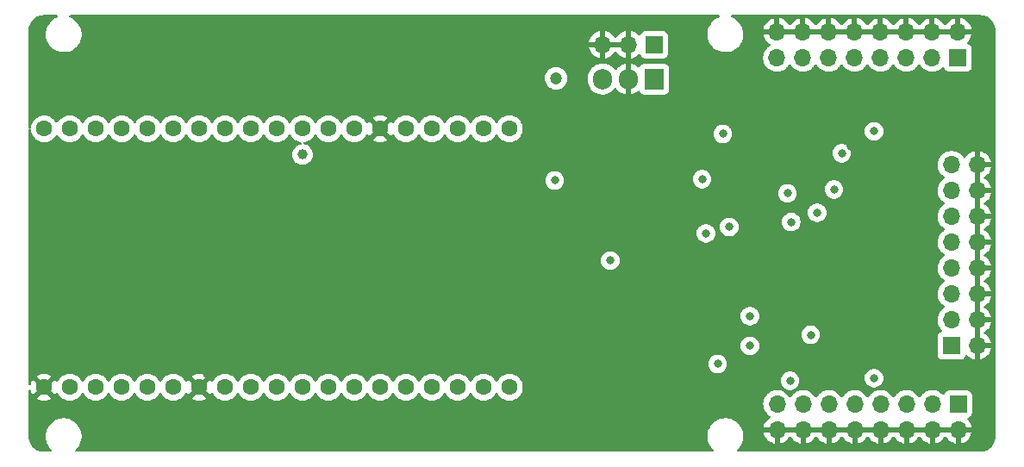
<source format=gbr>
%TF.GenerationSoftware,KiCad,Pcbnew,(6.0.5-0)*%
%TF.CreationDate,2022-06-25T13:44:39+01:00*%
%TF.ProjectId,revised_minh_design,72657669-7365-4645-9f6d-696e685f6465,rev?*%
%TF.SameCoordinates,Original*%
%TF.FileFunction,Copper,L2,Inr*%
%TF.FilePolarity,Positive*%
%FSLAX46Y46*%
G04 Gerber Fmt 4.6, Leading zero omitted, Abs format (unit mm)*
G04 Created by KiCad (PCBNEW (6.0.5-0)) date 2022-06-25 13:44:39*
%MOMM*%
%LPD*%
G01*
G04 APERTURE LIST*
%TA.AperFunction,ComponentPad*%
%ADD10O,1.700000X1.700000*%
%TD*%
%TA.AperFunction,ComponentPad*%
%ADD11R,1.700000X1.700000*%
%TD*%
%TA.AperFunction,ComponentPad*%
%ADD12R,1.905000X2.000000*%
%TD*%
%TA.AperFunction,ComponentPad*%
%ADD13O,1.905000X2.000000*%
%TD*%
%TA.AperFunction,ComponentPad*%
%ADD14C,1.600000*%
%TD*%
%TA.AperFunction,ViaPad*%
%ADD15C,0.800000*%
%TD*%
%TA.AperFunction,ViaPad*%
%ADD16C,1.200000*%
%TD*%
%TA.AperFunction,ViaPad*%
%ADD17C,1.000000*%
%TD*%
G04 APERTURE END LIST*
D10*
%TO.N,Earth*%
%TO.C,J4*%
X124079000Y-79375000D03*
%TO.N,VoutA*%
X124079000Y-76835000D03*
%TO.N,Earth*%
X126619000Y-79375000D03*
%TO.N,VoutC*%
X126619000Y-76835000D03*
%TO.N,Earth*%
X129159000Y-79375000D03*
%TO.N,VoutE*%
X129159000Y-76835000D03*
%TO.N,Earth*%
X131699000Y-79375000D03*
%TO.N,VoutG*%
X131699000Y-76835000D03*
%TO.N,Earth*%
X134239000Y-79375000D03*
%TO.N,VoutH*%
X134239000Y-76835000D03*
%TO.N,Earth*%
X136779000Y-79375000D03*
%TO.N,VoutF*%
X136779000Y-76835000D03*
%TO.N,Earth*%
X139319000Y-79375000D03*
%TO.N,VoutD*%
X139319000Y-76835000D03*
%TO.N,Earth*%
X141859000Y-79375000D03*
D11*
%TO.N,VoutB*%
X141859000Y-76835000D03*
%TD*%
%TO.N,ADC2_1*%
%TO.C,J3*%
X141204000Y-71105000D03*
D10*
%TO.N,Earth*%
X143744000Y-71105000D03*
%TO.N,ADC2_2*%
X141204000Y-68565000D03*
%TO.N,Earth*%
X143744000Y-68565000D03*
%TO.N,ADC2_3*%
X141204000Y-66025000D03*
%TO.N,Earth*%
X143744000Y-66025000D03*
%TO.N,ADC2_4*%
X141204000Y-63485000D03*
%TO.N,Earth*%
X143744000Y-63485000D03*
%TO.N,ADC2_5*%
X141204000Y-60945000D03*
%TO.N,Earth*%
X143744000Y-60945000D03*
%TO.N,ADC2_6*%
X141204000Y-58405000D03*
%TO.N,Earth*%
X143744000Y-58405000D03*
%TO.N,ADC2_7*%
X141204000Y-55865000D03*
%TO.N,Earth*%
X143744000Y-55865000D03*
%TO.N,ADC2_8*%
X141204000Y-53325000D03*
%TO.N,Earth*%
X143744000Y-53325000D03*
%TD*%
D11*
%TO.N,ADC1_1*%
%TO.C,J2*%
X141844000Y-42799000D03*
D10*
%TO.N,Earth*%
X141844000Y-40259000D03*
%TO.N,ADC1_2*%
X139304000Y-42799000D03*
%TO.N,Earth*%
X139304000Y-40259000D03*
%TO.N,ADC1_3*%
X136764000Y-42799000D03*
%TO.N,Earth*%
X136764000Y-40259000D03*
%TO.N,ADC1_4*%
X134224000Y-42799000D03*
%TO.N,Earth*%
X134224000Y-40259000D03*
%TO.N,ADC1_5*%
X131684000Y-42799000D03*
%TO.N,Earth*%
X131684000Y-40259000D03*
%TO.N,ADC1_6*%
X129144000Y-42799000D03*
%TO.N,Earth*%
X129144000Y-40259000D03*
%TO.N,ADC1_7*%
X126604000Y-42799000D03*
%TO.N,Earth*%
X126604000Y-40259000D03*
%TO.N,ADC1_8*%
X124064000Y-42799000D03*
%TO.N,Earth*%
X124064000Y-40259000D03*
%TD*%
D12*
%TO.N,+12V*%
%TO.C,U2*%
X112014000Y-44902000D03*
D13*
%TO.N,Earth*%
X109474000Y-44902000D03*
%TO.N,+5V*%
X106934000Y-44902000D03*
%TD*%
D11*
%TO.N,+12V*%
%TO.C,J1*%
X112014000Y-41529000D03*
D10*
%TO.N,Earth*%
X109474000Y-41529000D03*
X106934000Y-41529000D03*
%TD*%
D14*
%TO.N,unconnected-(U1-Pad1)*%
%TO.C,U1*%
X97785000Y-75184000D03*
%TO.N,unconnected-(U1-Pad2)*%
X95245000Y-75184000D03*
%TO.N,unconnected-(U1-Pad3)*%
X92705000Y-75184000D03*
%TO.N,unconnected-(U1-Pad4)*%
X90165000Y-75184000D03*
%TO.N,unconnected-(U1-Pad5)*%
X87625000Y-75184000D03*
%TO.N,unconnected-(U1-Pad6)*%
X85085000Y-75184000D03*
%TO.N,unconnected-(U1-Pad7)*%
X82545000Y-75184000D03*
%TO.N,LDAC*%
X80005000Y-75184000D03*
%TO.N,~{CLR}*%
X77465000Y-75184000D03*
%TO.N,unconnected-(U1-Pad10)*%
X74925000Y-75184000D03*
%TO.N,unconnected-(U1-Pad11)*%
X72385000Y-75184000D03*
%TO.N,unconnected-(U1-Pad12)*%
X69845000Y-75184000D03*
%TO.N,Earth*%
X67305000Y-75184000D03*
%TO.N,unconnected-(U1-Pad14)*%
X64765000Y-75184000D03*
%TO.N,unconnected-(U1-Pad15)*%
X62225000Y-75184000D03*
%TO.N,unconnected-(U1-Pad16)*%
X59685000Y-75184000D03*
%TO.N,unconnected-(U1-Pad17)*%
X57145000Y-75184000D03*
%TO.N,unconnected-(U1-Pad18)*%
X54605000Y-75184000D03*
%TO.N,Earth*%
X52065000Y-75184000D03*
%TO.N,unconnected-(U1-Pad20)*%
X52102143Y-49789715D03*
%TO.N,unconnected-(U1-Pad21)*%
X54599014Y-49789715D03*
%TO.N,unconnected-(U1-Pad22)*%
X57145000Y-49784000D03*
%TO.N,unconnected-(U1-Pad23)*%
X59713572Y-49789715D03*
%TO.N,unconnected-(U1-Pad24)*%
X62250715Y-49789715D03*
%TO.N,MDAT*%
X64765000Y-49784000D03*
%TO.N,~{ADC2_CS}*%
X67305000Y-49784000D03*
%TO.N,~{ADC1_CS}*%
X69845000Y-49784000D03*
%TO.N,unconnected-(U1-Pad28)*%
X72385000Y-49784000D03*
%TO.N,unconnected-(U1-Pad29)*%
X74925000Y-49784000D03*
%TO.N,~{DAC_CS}*%
X77465000Y-49784000D03*
%TO.N,SK*%
X80010715Y-49789715D03*
%TO.N,SI*%
X82547858Y-49789715D03*
%TO.N,Earth*%
X85085000Y-49784000D03*
%TO.N,SO*%
X87625000Y-49784000D03*
%TO.N,unconnected-(U1-Pad35)*%
X90165000Y-49784000D03*
%TO.N,unconnected-(U1-Pad36)*%
X92705000Y-49784000D03*
%TO.N,unconnected-(U1-Pad37)*%
X95245000Y-49784000D03*
%TO.N,+5V*%
X97785000Y-49784000D03*
%TD*%
D15*
%TO.N,Earth*%
X127254000Y-62230011D03*
X106807000Y-75184000D03*
X130937000Y-50594500D03*
D16*
X117983000Y-43688000D03*
D15*
X113284000Y-73660000D03*
X126259500Y-67399500D03*
X127381000Y-61349500D03*
X113792000Y-54610000D03*
D17*
X117602000Y-61849000D03*
D15*
X102305000Y-65405000D03*
D16*
X117983000Y-45212000D03*
D15*
X114681000Y-71844489D03*
X105156000Y-69469000D03*
X101473000Y-75184000D03*
X101473000Y-74295000D03*
X126238000Y-53086000D03*
X105778495Y-65149065D03*
D16*
X68199000Y-73787000D03*
D17*
X100584000Y-43307000D03*
D15*
X105664000Y-62738000D03*
X120523000Y-52705000D03*
X119253000Y-67564000D03*
X106807000Y-74295000D03*
X102305000Y-64008000D03*
X125391819Y-50949902D03*
X112522000Y-76200000D03*
X113030000Y-68585009D03*
X135143100Y-69860114D03*
X116078000Y-66675000D03*
X135382000Y-51816000D03*
X120904000Y-62357000D03*
X120777923Y-74417599D03*
X119888000Y-54864000D03*
D17*
X99822000Y-44069000D03*
X111760000Y-61722000D03*
X111760000Y-60071000D03*
D15*
X131318000Y-51562000D03*
X109220000Y-54466500D03*
X111760000Y-66167000D03*
%TO.N,+5V*%
X102235000Y-54864000D03*
D16*
X102362000Y-44831000D03*
D15*
X107696000Y-62738000D03*
%TO.N,+3.3VA*%
X130429000Y-52197000D03*
X119380000Y-59436000D03*
X125466083Y-58950433D03*
X117094000Y-60071000D03*
%TO.N,+3.3VDAC*%
X133604000Y-50038000D03*
X125349000Y-74549000D03*
X118237000Y-72898000D03*
X128016000Y-58039000D03*
%TO.N,CLK*%
X116713000Y-54737000D03*
X125095000Y-56134000D03*
%TO.N,LDAC*%
X121412000Y-71120000D03*
X121412000Y-68199000D03*
%TO.N,~{CLR}*%
X127381000Y-70034020D03*
X133604000Y-74295000D03*
%TO.N,MDAT*%
X118745000Y-50292000D03*
D17*
X77470000Y-52324000D03*
D15*
%TO.N,~{ADC2_CS}*%
X129667000Y-55753000D03*
%TD*%
%TA.AperFunction,Conductor*%
%TO.N,Earth*%
G36*
X53408362Y-38628502D02*
G01*
X53454855Y-38682158D01*
X53464959Y-38752432D01*
X53435465Y-38817012D01*
X53385908Y-38851933D01*
X53245176Y-38906660D01*
X53245173Y-38906661D01*
X53240823Y-38908353D01*
X53236769Y-38910670D01*
X53236767Y-38910671D01*
X53194111Y-38935051D01*
X53013902Y-39038049D01*
X52808643Y-39199862D01*
X52629557Y-39390237D01*
X52559509Y-39491210D01*
X52513899Y-39556957D01*
X52480576Y-39604991D01*
X52478510Y-39609181D01*
X52478508Y-39609184D01*
X52387629Y-39793470D01*
X52364975Y-39839407D01*
X52363553Y-39843850D01*
X52363552Y-39843852D01*
X52352564Y-39878179D01*
X52285293Y-40088335D01*
X52243279Y-40346307D01*
X52242153Y-40432295D01*
X52240720Y-40541837D01*
X52239858Y-40607655D01*
X52275104Y-40866638D01*
X52276412Y-40871124D01*
X52276412Y-40871126D01*
X52290038Y-40917876D01*
X52348243Y-41117567D01*
X52457668Y-41354928D01*
X52468806Y-41371916D01*
X52598410Y-41569596D01*
X52598414Y-41569601D01*
X52600976Y-41573509D01*
X52775018Y-41768506D01*
X52975970Y-41935637D01*
X52979973Y-41938066D01*
X53195422Y-42068804D01*
X53195426Y-42068806D01*
X53199419Y-42071229D01*
X53440455Y-42172303D01*
X53693783Y-42236641D01*
X53698434Y-42237109D01*
X53698438Y-42237110D01*
X53891308Y-42256531D01*
X53910867Y-42258500D01*
X54066354Y-42258500D01*
X54068679Y-42258327D01*
X54068685Y-42258327D01*
X54256000Y-42244407D01*
X54256004Y-42244406D01*
X54260652Y-42244061D01*
X54265200Y-42243032D01*
X54265206Y-42243031D01*
X54508952Y-42187876D01*
X54515577Y-42186377D01*
X54519931Y-42184684D01*
X54754824Y-42093340D01*
X54754827Y-42093339D01*
X54759177Y-42091647D01*
X54986098Y-41961951D01*
X55191357Y-41800138D01*
X55194341Y-41796966D01*
X105602257Y-41796966D01*
X105632565Y-41931446D01*
X105635645Y-41941275D01*
X105715770Y-42138603D01*
X105720413Y-42147794D01*
X105831694Y-42329388D01*
X105837777Y-42337699D01*
X105977213Y-42498667D01*
X105984580Y-42505883D01*
X106148434Y-42641916D01*
X106156881Y-42647831D01*
X106340756Y-42755279D01*
X106350042Y-42759729D01*
X106549001Y-42835703D01*
X106558899Y-42838579D01*
X106662250Y-42859606D01*
X106676299Y-42858410D01*
X106680000Y-42848065D01*
X106680000Y-42847517D01*
X107188000Y-42847517D01*
X107192064Y-42861359D01*
X107205478Y-42863393D01*
X107212184Y-42862534D01*
X107222262Y-42860392D01*
X107426255Y-42799191D01*
X107435842Y-42795433D01*
X107627095Y-42701739D01*
X107635945Y-42696464D01*
X107809328Y-42572792D01*
X107817200Y-42566139D01*
X107968052Y-42415812D01*
X107974730Y-42407965D01*
X108102022Y-42230819D01*
X108103147Y-42231627D01*
X108150669Y-42187876D01*
X108220607Y-42175661D01*
X108286046Y-42203197D01*
X108313870Y-42235028D01*
X108371690Y-42329383D01*
X108377777Y-42337699D01*
X108517213Y-42498667D01*
X108524580Y-42505883D01*
X108688434Y-42641916D01*
X108696881Y-42647831D01*
X108880756Y-42755279D01*
X108890042Y-42759729D01*
X109089001Y-42835703D01*
X109098899Y-42838579D01*
X109202250Y-42859606D01*
X109216299Y-42858410D01*
X109220000Y-42848065D01*
X109220000Y-42847517D01*
X109728000Y-42847517D01*
X109732064Y-42861359D01*
X109745478Y-42863393D01*
X109752184Y-42862534D01*
X109762262Y-42860392D01*
X109966255Y-42799191D01*
X109975842Y-42795433D01*
X110167095Y-42701739D01*
X110175945Y-42696464D01*
X110349328Y-42572792D01*
X110357193Y-42566145D01*
X110461897Y-42461805D01*
X110524268Y-42427889D01*
X110595075Y-42433077D01*
X110651837Y-42475723D01*
X110668819Y-42506826D01*
X110713385Y-42625705D01*
X110800739Y-42742261D01*
X110917295Y-42829615D01*
X111053684Y-42880745D01*
X111115866Y-42887500D01*
X112912134Y-42887500D01*
X112974316Y-42880745D01*
X113110705Y-42829615D01*
X113195993Y-42765695D01*
X122701251Y-42765695D01*
X122701548Y-42770848D01*
X122701548Y-42770851D01*
X122707934Y-42881598D01*
X122714110Y-42988715D01*
X122715247Y-42993761D01*
X122715248Y-42993767D01*
X122739304Y-43100508D01*
X122763222Y-43206639D01*
X122795723Y-43286680D01*
X122839248Y-43393869D01*
X122847266Y-43413616D01*
X122884685Y-43474678D01*
X122961291Y-43599688D01*
X122963987Y-43604088D01*
X123110250Y-43772938D01*
X123282126Y-43915632D01*
X123475000Y-44028338D01*
X123683692Y-44108030D01*
X123688760Y-44109061D01*
X123688763Y-44109062D01*
X123793535Y-44130378D01*
X123902597Y-44152567D01*
X123907772Y-44152757D01*
X123907774Y-44152757D01*
X124120673Y-44160564D01*
X124120677Y-44160564D01*
X124125837Y-44160753D01*
X124130957Y-44160097D01*
X124130959Y-44160097D01*
X124342288Y-44133025D01*
X124342289Y-44133025D01*
X124347416Y-44132368D01*
X124354049Y-44130378D01*
X124556429Y-44069661D01*
X124556434Y-44069659D01*
X124561384Y-44068174D01*
X124761994Y-43969896D01*
X124943860Y-43840173D01*
X125001906Y-43782330D01*
X125051963Y-43732447D01*
X125102096Y-43682489D01*
X125115597Y-43663701D01*
X125232453Y-43501077D01*
X125233776Y-43502028D01*
X125280645Y-43458857D01*
X125350580Y-43446625D01*
X125416026Y-43474144D01*
X125443875Y-43505994D01*
X125452633Y-43520286D01*
X125503987Y-43604088D01*
X125650250Y-43772938D01*
X125822126Y-43915632D01*
X126015000Y-44028338D01*
X126223692Y-44108030D01*
X126228760Y-44109061D01*
X126228763Y-44109062D01*
X126333535Y-44130378D01*
X126442597Y-44152567D01*
X126447772Y-44152757D01*
X126447774Y-44152757D01*
X126660673Y-44160564D01*
X126660677Y-44160564D01*
X126665837Y-44160753D01*
X126670957Y-44160097D01*
X126670959Y-44160097D01*
X126882288Y-44133025D01*
X126882289Y-44133025D01*
X126887416Y-44132368D01*
X126894049Y-44130378D01*
X127096429Y-44069661D01*
X127096434Y-44069659D01*
X127101384Y-44068174D01*
X127301994Y-43969896D01*
X127483860Y-43840173D01*
X127541906Y-43782330D01*
X127591963Y-43732447D01*
X127642096Y-43682489D01*
X127655597Y-43663701D01*
X127772453Y-43501077D01*
X127773776Y-43502028D01*
X127820645Y-43458857D01*
X127890580Y-43446625D01*
X127956026Y-43474144D01*
X127983875Y-43505994D01*
X127992633Y-43520286D01*
X128043987Y-43604088D01*
X128190250Y-43772938D01*
X128362126Y-43915632D01*
X128555000Y-44028338D01*
X128763692Y-44108030D01*
X128768760Y-44109061D01*
X128768763Y-44109062D01*
X128873535Y-44130378D01*
X128982597Y-44152567D01*
X128987772Y-44152757D01*
X128987774Y-44152757D01*
X129200673Y-44160564D01*
X129200677Y-44160564D01*
X129205837Y-44160753D01*
X129210957Y-44160097D01*
X129210959Y-44160097D01*
X129422288Y-44133025D01*
X129422289Y-44133025D01*
X129427416Y-44132368D01*
X129434049Y-44130378D01*
X129636429Y-44069661D01*
X129636434Y-44069659D01*
X129641384Y-44068174D01*
X129841994Y-43969896D01*
X130023860Y-43840173D01*
X130081906Y-43782330D01*
X130131963Y-43732447D01*
X130182096Y-43682489D01*
X130195597Y-43663701D01*
X130312453Y-43501077D01*
X130313776Y-43502028D01*
X130360645Y-43458857D01*
X130430580Y-43446625D01*
X130496026Y-43474144D01*
X130523875Y-43505994D01*
X130532633Y-43520286D01*
X130583987Y-43604088D01*
X130730250Y-43772938D01*
X130902126Y-43915632D01*
X131095000Y-44028338D01*
X131303692Y-44108030D01*
X131308760Y-44109061D01*
X131308763Y-44109062D01*
X131413535Y-44130378D01*
X131522597Y-44152567D01*
X131527772Y-44152757D01*
X131527774Y-44152757D01*
X131740673Y-44160564D01*
X131740677Y-44160564D01*
X131745837Y-44160753D01*
X131750957Y-44160097D01*
X131750959Y-44160097D01*
X131962288Y-44133025D01*
X131962289Y-44133025D01*
X131967416Y-44132368D01*
X131974049Y-44130378D01*
X132176429Y-44069661D01*
X132176434Y-44069659D01*
X132181384Y-44068174D01*
X132381994Y-43969896D01*
X132563860Y-43840173D01*
X132621906Y-43782330D01*
X132671963Y-43732447D01*
X132722096Y-43682489D01*
X132735597Y-43663701D01*
X132852453Y-43501077D01*
X132853776Y-43502028D01*
X132900645Y-43458857D01*
X132970580Y-43446625D01*
X133036026Y-43474144D01*
X133063875Y-43505994D01*
X133072633Y-43520286D01*
X133123987Y-43604088D01*
X133270250Y-43772938D01*
X133442126Y-43915632D01*
X133635000Y-44028338D01*
X133843692Y-44108030D01*
X133848760Y-44109061D01*
X133848763Y-44109062D01*
X133953535Y-44130378D01*
X134062597Y-44152567D01*
X134067772Y-44152757D01*
X134067774Y-44152757D01*
X134280673Y-44160564D01*
X134280677Y-44160564D01*
X134285837Y-44160753D01*
X134290957Y-44160097D01*
X134290959Y-44160097D01*
X134502288Y-44133025D01*
X134502289Y-44133025D01*
X134507416Y-44132368D01*
X134514049Y-44130378D01*
X134716429Y-44069661D01*
X134716434Y-44069659D01*
X134721384Y-44068174D01*
X134921994Y-43969896D01*
X135103860Y-43840173D01*
X135161906Y-43782330D01*
X135211963Y-43732447D01*
X135262096Y-43682489D01*
X135275597Y-43663701D01*
X135392453Y-43501077D01*
X135393776Y-43502028D01*
X135440645Y-43458857D01*
X135510580Y-43446625D01*
X135576026Y-43474144D01*
X135603875Y-43505994D01*
X135612633Y-43520286D01*
X135663987Y-43604088D01*
X135810250Y-43772938D01*
X135982126Y-43915632D01*
X136175000Y-44028338D01*
X136383692Y-44108030D01*
X136388760Y-44109061D01*
X136388763Y-44109062D01*
X136493535Y-44130378D01*
X136602597Y-44152567D01*
X136607772Y-44152757D01*
X136607774Y-44152757D01*
X136820673Y-44160564D01*
X136820677Y-44160564D01*
X136825837Y-44160753D01*
X136830957Y-44160097D01*
X136830959Y-44160097D01*
X137042288Y-44133025D01*
X137042289Y-44133025D01*
X137047416Y-44132368D01*
X137054049Y-44130378D01*
X137256429Y-44069661D01*
X137256434Y-44069659D01*
X137261384Y-44068174D01*
X137461994Y-43969896D01*
X137643860Y-43840173D01*
X137701906Y-43782330D01*
X137751963Y-43732447D01*
X137802096Y-43682489D01*
X137815597Y-43663701D01*
X137932453Y-43501077D01*
X137933776Y-43502028D01*
X137980645Y-43458857D01*
X138050580Y-43446625D01*
X138116026Y-43474144D01*
X138143875Y-43505994D01*
X138152633Y-43520286D01*
X138203987Y-43604088D01*
X138350250Y-43772938D01*
X138522126Y-43915632D01*
X138715000Y-44028338D01*
X138923692Y-44108030D01*
X138928760Y-44109061D01*
X138928763Y-44109062D01*
X139033535Y-44130378D01*
X139142597Y-44152567D01*
X139147772Y-44152757D01*
X139147774Y-44152757D01*
X139360673Y-44160564D01*
X139360677Y-44160564D01*
X139365837Y-44160753D01*
X139370957Y-44160097D01*
X139370959Y-44160097D01*
X139582288Y-44133025D01*
X139582289Y-44133025D01*
X139587416Y-44132368D01*
X139594049Y-44130378D01*
X139796429Y-44069661D01*
X139796434Y-44069659D01*
X139801384Y-44068174D01*
X140001994Y-43969896D01*
X140183860Y-43840173D01*
X140292091Y-43732319D01*
X140354462Y-43698404D01*
X140425268Y-43703592D01*
X140482030Y-43746238D01*
X140499012Y-43777341D01*
X140521201Y-43836529D01*
X140543385Y-43895705D01*
X140630739Y-44012261D01*
X140747295Y-44099615D01*
X140883684Y-44150745D01*
X140945866Y-44157500D01*
X142742134Y-44157500D01*
X142804316Y-44150745D01*
X142940705Y-44099615D01*
X143057261Y-44012261D01*
X143144615Y-43895705D01*
X143195745Y-43759316D01*
X143202500Y-43697134D01*
X143202500Y-41900866D01*
X143195745Y-41838684D01*
X143144615Y-41702295D01*
X143057261Y-41585739D01*
X142940705Y-41498385D01*
X142821687Y-41453767D01*
X142764923Y-41411125D01*
X142740223Y-41344564D01*
X142755430Y-41275215D01*
X142776977Y-41246535D01*
X142878052Y-41145812D01*
X142884730Y-41137965D01*
X143009003Y-40965020D01*
X143014313Y-40956183D01*
X143108670Y-40765267D01*
X143112469Y-40755672D01*
X143174377Y-40551910D01*
X143176555Y-40541837D01*
X143177986Y-40530962D01*
X143175775Y-40516778D01*
X143162617Y-40513000D01*
X122747225Y-40513000D01*
X122733694Y-40516973D01*
X122732257Y-40526966D01*
X122762565Y-40661446D01*
X122765645Y-40671275D01*
X122845770Y-40868603D01*
X122850413Y-40877794D01*
X122961694Y-41059388D01*
X122967777Y-41067699D01*
X123107213Y-41228667D01*
X123114580Y-41235883D01*
X123278434Y-41371916D01*
X123286881Y-41377831D01*
X123355969Y-41418203D01*
X123404693Y-41469842D01*
X123417764Y-41539625D01*
X123391033Y-41605396D01*
X123350584Y-41638752D01*
X123337607Y-41645507D01*
X123333474Y-41648610D01*
X123333471Y-41648612D01*
X123163100Y-41776530D01*
X123158965Y-41779635D01*
X123119525Y-41820907D01*
X123065280Y-41877671D01*
X123004629Y-41941138D01*
X122878743Y-42125680D01*
X122850569Y-42186377D01*
X122817171Y-42258327D01*
X122784688Y-42328305D01*
X122724989Y-42543570D01*
X122701251Y-42765695D01*
X113195993Y-42765695D01*
X113227261Y-42742261D01*
X113314615Y-42625705D01*
X113365745Y-42489316D01*
X113372500Y-42427134D01*
X113372500Y-40630866D01*
X113365745Y-40568684D01*
X113314615Y-40432295D01*
X113227261Y-40315739D01*
X113110705Y-40228385D01*
X112974316Y-40177255D01*
X112912134Y-40170500D01*
X111115866Y-40170500D01*
X111053684Y-40177255D01*
X110917295Y-40228385D01*
X110800739Y-40315739D01*
X110713385Y-40432295D01*
X110710233Y-40440703D01*
X110710232Y-40440705D01*
X110668722Y-40551433D01*
X110626081Y-40608198D01*
X110559519Y-40632898D01*
X110490170Y-40617691D01*
X110457546Y-40592004D01*
X110406799Y-40536234D01*
X110399273Y-40529215D01*
X110232139Y-40397222D01*
X110223552Y-40391517D01*
X110037117Y-40288599D01*
X110027705Y-40284369D01*
X109826959Y-40213280D01*
X109816988Y-40210646D01*
X109745837Y-40197972D01*
X109732540Y-40199432D01*
X109728000Y-40213989D01*
X109728000Y-42847517D01*
X109220000Y-42847517D01*
X109220000Y-41801115D01*
X109215525Y-41785876D01*
X109214135Y-41784671D01*
X109206452Y-41783000D01*
X107206115Y-41783000D01*
X107190876Y-41787475D01*
X107189671Y-41788865D01*
X107188000Y-41796548D01*
X107188000Y-42847517D01*
X106680000Y-42847517D01*
X106680000Y-41801115D01*
X106675525Y-41785876D01*
X106674135Y-41784671D01*
X106666452Y-41783000D01*
X105617225Y-41783000D01*
X105603694Y-41786973D01*
X105602257Y-41796966D01*
X55194341Y-41796966D01*
X55370443Y-41609763D01*
X55478662Y-41453767D01*
X55516759Y-41398851D01*
X55516761Y-41398848D01*
X55519424Y-41395009D01*
X55544301Y-41344564D01*
X55584434Y-41263183D01*
X105598389Y-41263183D01*
X105599912Y-41271607D01*
X105612292Y-41275000D01*
X106661885Y-41275000D01*
X106677124Y-41270525D01*
X106678329Y-41269135D01*
X106680000Y-41261452D01*
X106680000Y-41256885D01*
X107188000Y-41256885D01*
X107192475Y-41272124D01*
X107193865Y-41273329D01*
X107201548Y-41275000D01*
X109201885Y-41275000D01*
X109217124Y-41270525D01*
X109218329Y-41269135D01*
X109220000Y-41261452D01*
X109220000Y-40212102D01*
X109216082Y-40198758D01*
X109201806Y-40196771D01*
X109163324Y-40202660D01*
X109153288Y-40205051D01*
X108950868Y-40271212D01*
X108941359Y-40275209D01*
X108752463Y-40373542D01*
X108743738Y-40379036D01*
X108573433Y-40506905D01*
X108565726Y-40513748D01*
X108418590Y-40667717D01*
X108412104Y-40675727D01*
X108307193Y-40829521D01*
X108252282Y-40874524D01*
X108181757Y-40882695D01*
X108118010Y-40851441D01*
X108097313Y-40826957D01*
X108016427Y-40701926D01*
X108010136Y-40693757D01*
X107866806Y-40536240D01*
X107859273Y-40529215D01*
X107692139Y-40397222D01*
X107683552Y-40391517D01*
X107497117Y-40288599D01*
X107487705Y-40284369D01*
X107286959Y-40213280D01*
X107276988Y-40210646D01*
X107205837Y-40197972D01*
X107192540Y-40199432D01*
X107188000Y-40213989D01*
X107188000Y-41256885D01*
X106680000Y-41256885D01*
X106680000Y-40212102D01*
X106676082Y-40198758D01*
X106661806Y-40196771D01*
X106623324Y-40202660D01*
X106613288Y-40205051D01*
X106410868Y-40271212D01*
X106401359Y-40275209D01*
X106212463Y-40373542D01*
X106203738Y-40379036D01*
X106033433Y-40506905D01*
X106025726Y-40513748D01*
X105878590Y-40667717D01*
X105872104Y-40675727D01*
X105752098Y-40851649D01*
X105747000Y-40860623D01*
X105657338Y-41053783D01*
X105653775Y-41063470D01*
X105598389Y-41263183D01*
X55584434Y-41263183D01*
X55632960Y-41164781D01*
X55632961Y-41164778D01*
X55635025Y-41160593D01*
X55639757Y-41145812D01*
X55713280Y-40916123D01*
X55714707Y-40911665D01*
X55756721Y-40653693D01*
X55760142Y-40392345D01*
X55724896Y-40133362D01*
X55718160Y-40110250D01*
X55686324Y-40001027D01*
X55651757Y-39882433D01*
X55542332Y-39645072D01*
X55484561Y-39556957D01*
X55401590Y-39430404D01*
X55401586Y-39430399D01*
X55399024Y-39426491D01*
X55224982Y-39231494D01*
X55024030Y-39064363D01*
X54948613Y-39018599D01*
X54804578Y-38931196D01*
X54804574Y-38931194D01*
X54800581Y-38928771D01*
X54614394Y-38850697D01*
X54559308Y-38805909D01*
X54537181Y-38738448D01*
X54555039Y-38669734D01*
X54607211Y-38621583D01*
X54663119Y-38608500D01*
X118340241Y-38608500D01*
X118408362Y-38628502D01*
X118454855Y-38682158D01*
X118464959Y-38752432D01*
X118435465Y-38817012D01*
X118385908Y-38851933D01*
X118245176Y-38906660D01*
X118245173Y-38906661D01*
X118240823Y-38908353D01*
X118236769Y-38910670D01*
X118236767Y-38910671D01*
X118194111Y-38935051D01*
X118013902Y-39038049D01*
X117808643Y-39199862D01*
X117629557Y-39390237D01*
X117559509Y-39491210D01*
X117513899Y-39556957D01*
X117480576Y-39604991D01*
X117478510Y-39609181D01*
X117478508Y-39609184D01*
X117387629Y-39793470D01*
X117364975Y-39839407D01*
X117363553Y-39843850D01*
X117363552Y-39843852D01*
X117352564Y-39878179D01*
X117285293Y-40088335D01*
X117243279Y-40346307D01*
X117242153Y-40432295D01*
X117240720Y-40541837D01*
X117239858Y-40607655D01*
X117275104Y-40866638D01*
X117276412Y-40871124D01*
X117276412Y-40871126D01*
X117290038Y-40917876D01*
X117348243Y-41117567D01*
X117457668Y-41354928D01*
X117468806Y-41371916D01*
X117598410Y-41569596D01*
X117598414Y-41569601D01*
X117600976Y-41573509D01*
X117775018Y-41768506D01*
X117975970Y-41935637D01*
X117979973Y-41938066D01*
X118195422Y-42068804D01*
X118195426Y-42068806D01*
X118199419Y-42071229D01*
X118440455Y-42172303D01*
X118693783Y-42236641D01*
X118698434Y-42237109D01*
X118698438Y-42237110D01*
X118891308Y-42256531D01*
X118910867Y-42258500D01*
X119066354Y-42258500D01*
X119068679Y-42258327D01*
X119068685Y-42258327D01*
X119256000Y-42244407D01*
X119256004Y-42244406D01*
X119260652Y-42244061D01*
X119265200Y-42243032D01*
X119265206Y-42243031D01*
X119508952Y-42187876D01*
X119515577Y-42186377D01*
X119519931Y-42184684D01*
X119754824Y-42093340D01*
X119754827Y-42093339D01*
X119759177Y-42091647D01*
X119986098Y-41961951D01*
X120191357Y-41800138D01*
X120370443Y-41609763D01*
X120478662Y-41453767D01*
X120516759Y-41398851D01*
X120516761Y-41398848D01*
X120519424Y-41395009D01*
X120544301Y-41344564D01*
X120632960Y-41164781D01*
X120632961Y-41164778D01*
X120635025Y-41160593D01*
X120639757Y-41145812D01*
X120713280Y-40916123D01*
X120714707Y-40911665D01*
X120756721Y-40653693D01*
X120760142Y-40392345D01*
X120724896Y-40133362D01*
X120718160Y-40110250D01*
X120686324Y-40001027D01*
X120684038Y-39993183D01*
X122728389Y-39993183D01*
X122729912Y-40001607D01*
X122742292Y-40005000D01*
X123791885Y-40005000D01*
X123807124Y-40000525D01*
X123808329Y-39999135D01*
X123810000Y-39991452D01*
X123810000Y-39986885D01*
X124318000Y-39986885D01*
X124322475Y-40002124D01*
X124323865Y-40003329D01*
X124331548Y-40005000D01*
X126331885Y-40005000D01*
X126347124Y-40000525D01*
X126348329Y-39999135D01*
X126350000Y-39991452D01*
X126350000Y-39986885D01*
X126858000Y-39986885D01*
X126862475Y-40002124D01*
X126863865Y-40003329D01*
X126871548Y-40005000D01*
X128871885Y-40005000D01*
X128887124Y-40000525D01*
X128888329Y-39999135D01*
X128890000Y-39991452D01*
X128890000Y-39986885D01*
X129398000Y-39986885D01*
X129402475Y-40002124D01*
X129403865Y-40003329D01*
X129411548Y-40005000D01*
X131411885Y-40005000D01*
X131427124Y-40000525D01*
X131428329Y-39999135D01*
X131430000Y-39991452D01*
X131430000Y-39986885D01*
X131938000Y-39986885D01*
X131942475Y-40002124D01*
X131943865Y-40003329D01*
X131951548Y-40005000D01*
X133951885Y-40005000D01*
X133967124Y-40000525D01*
X133968329Y-39999135D01*
X133970000Y-39991452D01*
X133970000Y-39986885D01*
X134478000Y-39986885D01*
X134482475Y-40002124D01*
X134483865Y-40003329D01*
X134491548Y-40005000D01*
X136491885Y-40005000D01*
X136507124Y-40000525D01*
X136508329Y-39999135D01*
X136510000Y-39991452D01*
X136510000Y-39986885D01*
X137018000Y-39986885D01*
X137022475Y-40002124D01*
X137023865Y-40003329D01*
X137031548Y-40005000D01*
X139031885Y-40005000D01*
X139047124Y-40000525D01*
X139048329Y-39999135D01*
X139050000Y-39991452D01*
X139050000Y-39986885D01*
X139558000Y-39986885D01*
X139562475Y-40002124D01*
X139563865Y-40003329D01*
X139571548Y-40005000D01*
X141571885Y-40005000D01*
X141587124Y-40000525D01*
X141588329Y-39999135D01*
X141590000Y-39991452D01*
X141590000Y-39986885D01*
X142098000Y-39986885D01*
X142102475Y-40002124D01*
X142103865Y-40003329D01*
X142111548Y-40005000D01*
X143162344Y-40005000D01*
X143175875Y-40001027D01*
X143177180Y-39991947D01*
X143135214Y-39824875D01*
X143131894Y-39815124D01*
X143046972Y-39619814D01*
X143042105Y-39610739D01*
X142926426Y-39431926D01*
X142920136Y-39423757D01*
X142776806Y-39266240D01*
X142769273Y-39259215D01*
X142602139Y-39127222D01*
X142593552Y-39121517D01*
X142407117Y-39018599D01*
X142397705Y-39014369D01*
X142196959Y-38943280D01*
X142186988Y-38940646D01*
X142115837Y-38927972D01*
X142102540Y-38929432D01*
X142098000Y-38943989D01*
X142098000Y-39986885D01*
X141590000Y-39986885D01*
X141590000Y-38942102D01*
X141586082Y-38928758D01*
X141571806Y-38926771D01*
X141533324Y-38932660D01*
X141523288Y-38935051D01*
X141320868Y-39001212D01*
X141311359Y-39005209D01*
X141122463Y-39103542D01*
X141113738Y-39109036D01*
X140943433Y-39236905D01*
X140935726Y-39243748D01*
X140788590Y-39397717D01*
X140782104Y-39405727D01*
X140677193Y-39559521D01*
X140622282Y-39604524D01*
X140551757Y-39612695D01*
X140488010Y-39581441D01*
X140467313Y-39556957D01*
X140386427Y-39431926D01*
X140380136Y-39423757D01*
X140236806Y-39266240D01*
X140229273Y-39259215D01*
X140062139Y-39127222D01*
X140053552Y-39121517D01*
X139867117Y-39018599D01*
X139857705Y-39014369D01*
X139656959Y-38943280D01*
X139646988Y-38940646D01*
X139575837Y-38927972D01*
X139562540Y-38929432D01*
X139558000Y-38943989D01*
X139558000Y-39986885D01*
X139050000Y-39986885D01*
X139050000Y-38942102D01*
X139046082Y-38928758D01*
X139031806Y-38926771D01*
X138993324Y-38932660D01*
X138983288Y-38935051D01*
X138780868Y-39001212D01*
X138771359Y-39005209D01*
X138582463Y-39103542D01*
X138573738Y-39109036D01*
X138403433Y-39236905D01*
X138395726Y-39243748D01*
X138248590Y-39397717D01*
X138242104Y-39405727D01*
X138137193Y-39559521D01*
X138082282Y-39604524D01*
X138011757Y-39612695D01*
X137948010Y-39581441D01*
X137927313Y-39556957D01*
X137846427Y-39431926D01*
X137840136Y-39423757D01*
X137696806Y-39266240D01*
X137689273Y-39259215D01*
X137522139Y-39127222D01*
X137513552Y-39121517D01*
X137327117Y-39018599D01*
X137317705Y-39014369D01*
X137116959Y-38943280D01*
X137106988Y-38940646D01*
X137035837Y-38927972D01*
X137022540Y-38929432D01*
X137018000Y-38943989D01*
X137018000Y-39986885D01*
X136510000Y-39986885D01*
X136510000Y-38942102D01*
X136506082Y-38928758D01*
X136491806Y-38926771D01*
X136453324Y-38932660D01*
X136443288Y-38935051D01*
X136240868Y-39001212D01*
X136231359Y-39005209D01*
X136042463Y-39103542D01*
X136033738Y-39109036D01*
X135863433Y-39236905D01*
X135855726Y-39243748D01*
X135708590Y-39397717D01*
X135702104Y-39405727D01*
X135597193Y-39559521D01*
X135542282Y-39604524D01*
X135471757Y-39612695D01*
X135408010Y-39581441D01*
X135387313Y-39556957D01*
X135306427Y-39431926D01*
X135300136Y-39423757D01*
X135156806Y-39266240D01*
X135149273Y-39259215D01*
X134982139Y-39127222D01*
X134973552Y-39121517D01*
X134787117Y-39018599D01*
X134777705Y-39014369D01*
X134576959Y-38943280D01*
X134566988Y-38940646D01*
X134495837Y-38927972D01*
X134482540Y-38929432D01*
X134478000Y-38943989D01*
X134478000Y-39986885D01*
X133970000Y-39986885D01*
X133970000Y-38942102D01*
X133966082Y-38928758D01*
X133951806Y-38926771D01*
X133913324Y-38932660D01*
X133903288Y-38935051D01*
X133700868Y-39001212D01*
X133691359Y-39005209D01*
X133502463Y-39103542D01*
X133493738Y-39109036D01*
X133323433Y-39236905D01*
X133315726Y-39243748D01*
X133168590Y-39397717D01*
X133162104Y-39405727D01*
X133057193Y-39559521D01*
X133002282Y-39604524D01*
X132931757Y-39612695D01*
X132868010Y-39581441D01*
X132847313Y-39556957D01*
X132766427Y-39431926D01*
X132760136Y-39423757D01*
X132616806Y-39266240D01*
X132609273Y-39259215D01*
X132442139Y-39127222D01*
X132433552Y-39121517D01*
X132247117Y-39018599D01*
X132237705Y-39014369D01*
X132036959Y-38943280D01*
X132026988Y-38940646D01*
X131955837Y-38927972D01*
X131942540Y-38929432D01*
X131938000Y-38943989D01*
X131938000Y-39986885D01*
X131430000Y-39986885D01*
X131430000Y-38942102D01*
X131426082Y-38928758D01*
X131411806Y-38926771D01*
X131373324Y-38932660D01*
X131363288Y-38935051D01*
X131160868Y-39001212D01*
X131151359Y-39005209D01*
X130962463Y-39103542D01*
X130953738Y-39109036D01*
X130783433Y-39236905D01*
X130775726Y-39243748D01*
X130628590Y-39397717D01*
X130622104Y-39405727D01*
X130517193Y-39559521D01*
X130462282Y-39604524D01*
X130391757Y-39612695D01*
X130328010Y-39581441D01*
X130307313Y-39556957D01*
X130226427Y-39431926D01*
X130220136Y-39423757D01*
X130076806Y-39266240D01*
X130069273Y-39259215D01*
X129902139Y-39127222D01*
X129893552Y-39121517D01*
X129707117Y-39018599D01*
X129697705Y-39014369D01*
X129496959Y-38943280D01*
X129486988Y-38940646D01*
X129415837Y-38927972D01*
X129402540Y-38929432D01*
X129398000Y-38943989D01*
X129398000Y-39986885D01*
X128890000Y-39986885D01*
X128890000Y-38942102D01*
X128886082Y-38928758D01*
X128871806Y-38926771D01*
X128833324Y-38932660D01*
X128823288Y-38935051D01*
X128620868Y-39001212D01*
X128611359Y-39005209D01*
X128422463Y-39103542D01*
X128413738Y-39109036D01*
X128243433Y-39236905D01*
X128235726Y-39243748D01*
X128088590Y-39397717D01*
X128082104Y-39405727D01*
X127977193Y-39559521D01*
X127922282Y-39604524D01*
X127851757Y-39612695D01*
X127788010Y-39581441D01*
X127767313Y-39556957D01*
X127686427Y-39431926D01*
X127680136Y-39423757D01*
X127536806Y-39266240D01*
X127529273Y-39259215D01*
X127362139Y-39127222D01*
X127353552Y-39121517D01*
X127167117Y-39018599D01*
X127157705Y-39014369D01*
X126956959Y-38943280D01*
X126946988Y-38940646D01*
X126875837Y-38927972D01*
X126862540Y-38929432D01*
X126858000Y-38943989D01*
X126858000Y-39986885D01*
X126350000Y-39986885D01*
X126350000Y-38942102D01*
X126346082Y-38928758D01*
X126331806Y-38926771D01*
X126293324Y-38932660D01*
X126283288Y-38935051D01*
X126080868Y-39001212D01*
X126071359Y-39005209D01*
X125882463Y-39103542D01*
X125873738Y-39109036D01*
X125703433Y-39236905D01*
X125695726Y-39243748D01*
X125548590Y-39397717D01*
X125542104Y-39405727D01*
X125437193Y-39559521D01*
X125382282Y-39604524D01*
X125311757Y-39612695D01*
X125248010Y-39581441D01*
X125227313Y-39556957D01*
X125146427Y-39431926D01*
X125140136Y-39423757D01*
X124996806Y-39266240D01*
X124989273Y-39259215D01*
X124822139Y-39127222D01*
X124813552Y-39121517D01*
X124627117Y-39018599D01*
X124617705Y-39014369D01*
X124416959Y-38943280D01*
X124406988Y-38940646D01*
X124335837Y-38927972D01*
X124322540Y-38929432D01*
X124318000Y-38943989D01*
X124318000Y-39986885D01*
X123810000Y-39986885D01*
X123810000Y-38942102D01*
X123806082Y-38928758D01*
X123791806Y-38926771D01*
X123753324Y-38932660D01*
X123743288Y-38935051D01*
X123540868Y-39001212D01*
X123531359Y-39005209D01*
X123342463Y-39103542D01*
X123333738Y-39109036D01*
X123163433Y-39236905D01*
X123155726Y-39243748D01*
X123008590Y-39397717D01*
X123002104Y-39405727D01*
X122882098Y-39581649D01*
X122877000Y-39590623D01*
X122787338Y-39783783D01*
X122783775Y-39793470D01*
X122728389Y-39993183D01*
X120684038Y-39993183D01*
X120651757Y-39882433D01*
X120542332Y-39645072D01*
X120484561Y-39556957D01*
X120401590Y-39430404D01*
X120401586Y-39430399D01*
X120399024Y-39426491D01*
X120224982Y-39231494D01*
X120024030Y-39064363D01*
X119948613Y-39018599D01*
X119804578Y-38931196D01*
X119804574Y-38931194D01*
X119800581Y-38928771D01*
X119614394Y-38850697D01*
X119559308Y-38805909D01*
X119537181Y-38738448D01*
X119555039Y-38669734D01*
X119607211Y-38621583D01*
X119663119Y-38608500D01*
X143968633Y-38608500D01*
X143988018Y-38610000D01*
X144002851Y-38612310D01*
X144002855Y-38612310D01*
X144011724Y-38613691D01*
X144026981Y-38611696D01*
X144052302Y-38610953D01*
X144200629Y-38621562D01*
X144225826Y-38623364D01*
X144243620Y-38625922D01*
X144438420Y-38668298D01*
X144455661Y-38673360D01*
X144642455Y-38743032D01*
X144658790Y-38750493D01*
X144833758Y-38846033D01*
X144848882Y-38855752D01*
X145008469Y-38975218D01*
X145022055Y-38986991D01*
X145163009Y-39127945D01*
X145174782Y-39141531D01*
X145294248Y-39301118D01*
X145303967Y-39316242D01*
X145399507Y-39491210D01*
X145406968Y-39507545D01*
X145476640Y-39694339D01*
X145481702Y-39711580D01*
X145524078Y-39906380D01*
X145526636Y-39924174D01*
X145538539Y-40090601D01*
X145537793Y-40108561D01*
X145537692Y-40116846D01*
X145536309Y-40125724D01*
X145538136Y-40139693D01*
X145540436Y-40157283D01*
X145541500Y-40173621D01*
X145541500Y-79960633D01*
X145540000Y-79980018D01*
X145537690Y-79994851D01*
X145537690Y-79994855D01*
X145536309Y-80003724D01*
X145538136Y-80017693D01*
X145538304Y-80018976D01*
X145539047Y-80044302D01*
X145536421Y-80081020D01*
X145526636Y-80217826D01*
X145524078Y-80235620D01*
X145481702Y-80430420D01*
X145476640Y-80447661D01*
X145406968Y-80634455D01*
X145399507Y-80650790D01*
X145303967Y-80825758D01*
X145294248Y-80840882D01*
X145174782Y-81000469D01*
X145163009Y-81014055D01*
X145022055Y-81155009D01*
X145008469Y-81166782D01*
X144848882Y-81286248D01*
X144833758Y-81295967D01*
X144658790Y-81391507D01*
X144642455Y-81398968D01*
X144455661Y-81468640D01*
X144438420Y-81473702D01*
X144243620Y-81516078D01*
X144225826Y-81518636D01*
X144059399Y-81530539D01*
X144041439Y-81529793D01*
X144033154Y-81529692D01*
X144024276Y-81528309D01*
X143992714Y-81532436D01*
X143976379Y-81533500D01*
X120258692Y-81533500D01*
X120190571Y-81513498D01*
X120144078Y-81459842D01*
X120133974Y-81389568D01*
X120163468Y-81324988D01*
X120180688Y-81308549D01*
X120187686Y-81303033D01*
X120187694Y-81303026D01*
X120191357Y-81300138D01*
X120370443Y-81109763D01*
X120519424Y-80895009D01*
X120541425Y-80850396D01*
X120632960Y-80664781D01*
X120632961Y-80664778D01*
X120635025Y-80660593D01*
X120654012Y-80601279D01*
X120713280Y-80416123D01*
X120714707Y-80411665D01*
X120756721Y-80153693D01*
X120758501Y-80017693D01*
X120760081Y-79897022D01*
X120760081Y-79897019D01*
X120760142Y-79892345D01*
X120726203Y-79642966D01*
X122747257Y-79642966D01*
X122777565Y-79777446D01*
X122780645Y-79787275D01*
X122860770Y-79984603D01*
X122865413Y-79993794D01*
X122976694Y-80175388D01*
X122982777Y-80183699D01*
X123122213Y-80344667D01*
X123129580Y-80351883D01*
X123293434Y-80487916D01*
X123301881Y-80493831D01*
X123485756Y-80601279D01*
X123495042Y-80605729D01*
X123694001Y-80681703D01*
X123703899Y-80684579D01*
X123807250Y-80705606D01*
X123821299Y-80704410D01*
X123825000Y-80694065D01*
X123825000Y-80693517D01*
X124333000Y-80693517D01*
X124337064Y-80707359D01*
X124350478Y-80709393D01*
X124357184Y-80708534D01*
X124367262Y-80706392D01*
X124571255Y-80645191D01*
X124580842Y-80641433D01*
X124772095Y-80547739D01*
X124780945Y-80542464D01*
X124954328Y-80418792D01*
X124962200Y-80412139D01*
X125113052Y-80261812D01*
X125119730Y-80253965D01*
X125247022Y-80076819D01*
X125248147Y-80077627D01*
X125295669Y-80033876D01*
X125365607Y-80021661D01*
X125431046Y-80049197D01*
X125458870Y-80081028D01*
X125516690Y-80175383D01*
X125522777Y-80183699D01*
X125662213Y-80344667D01*
X125669580Y-80351883D01*
X125833434Y-80487916D01*
X125841881Y-80493831D01*
X126025756Y-80601279D01*
X126035042Y-80605729D01*
X126234001Y-80681703D01*
X126243899Y-80684579D01*
X126347250Y-80705606D01*
X126361299Y-80704410D01*
X126365000Y-80694065D01*
X126365000Y-80693517D01*
X126873000Y-80693517D01*
X126877064Y-80707359D01*
X126890478Y-80709393D01*
X126897184Y-80708534D01*
X126907262Y-80706392D01*
X127111255Y-80645191D01*
X127120842Y-80641433D01*
X127312095Y-80547739D01*
X127320945Y-80542464D01*
X127494328Y-80418792D01*
X127502200Y-80412139D01*
X127653052Y-80261812D01*
X127659730Y-80253965D01*
X127787022Y-80076819D01*
X127788147Y-80077627D01*
X127835669Y-80033876D01*
X127905607Y-80021661D01*
X127971046Y-80049197D01*
X127998870Y-80081028D01*
X128056690Y-80175383D01*
X128062777Y-80183699D01*
X128202213Y-80344667D01*
X128209580Y-80351883D01*
X128373434Y-80487916D01*
X128381881Y-80493831D01*
X128565756Y-80601279D01*
X128575042Y-80605729D01*
X128774001Y-80681703D01*
X128783899Y-80684579D01*
X128887250Y-80705606D01*
X128901299Y-80704410D01*
X128905000Y-80694065D01*
X128905000Y-80693517D01*
X129413000Y-80693517D01*
X129417064Y-80707359D01*
X129430478Y-80709393D01*
X129437184Y-80708534D01*
X129447262Y-80706392D01*
X129651255Y-80645191D01*
X129660842Y-80641433D01*
X129852095Y-80547739D01*
X129860945Y-80542464D01*
X130034328Y-80418792D01*
X130042200Y-80412139D01*
X130193052Y-80261812D01*
X130199730Y-80253965D01*
X130327022Y-80076819D01*
X130328147Y-80077627D01*
X130375669Y-80033876D01*
X130445607Y-80021661D01*
X130511046Y-80049197D01*
X130538870Y-80081028D01*
X130596690Y-80175383D01*
X130602777Y-80183699D01*
X130742213Y-80344667D01*
X130749580Y-80351883D01*
X130913434Y-80487916D01*
X130921881Y-80493831D01*
X131105756Y-80601279D01*
X131115042Y-80605729D01*
X131314001Y-80681703D01*
X131323899Y-80684579D01*
X131427250Y-80705606D01*
X131441299Y-80704410D01*
X131445000Y-80694065D01*
X131445000Y-80693517D01*
X131953000Y-80693517D01*
X131957064Y-80707359D01*
X131970478Y-80709393D01*
X131977184Y-80708534D01*
X131987262Y-80706392D01*
X132191255Y-80645191D01*
X132200842Y-80641433D01*
X132392095Y-80547739D01*
X132400945Y-80542464D01*
X132574328Y-80418792D01*
X132582200Y-80412139D01*
X132733052Y-80261812D01*
X132739730Y-80253965D01*
X132867022Y-80076819D01*
X132868147Y-80077627D01*
X132915669Y-80033876D01*
X132985607Y-80021661D01*
X133051046Y-80049197D01*
X133078870Y-80081028D01*
X133136690Y-80175383D01*
X133142777Y-80183699D01*
X133282213Y-80344667D01*
X133289580Y-80351883D01*
X133453434Y-80487916D01*
X133461881Y-80493831D01*
X133645756Y-80601279D01*
X133655042Y-80605729D01*
X133854001Y-80681703D01*
X133863899Y-80684579D01*
X133967250Y-80705606D01*
X133981299Y-80704410D01*
X133985000Y-80694065D01*
X133985000Y-80693517D01*
X134493000Y-80693517D01*
X134497064Y-80707359D01*
X134510478Y-80709393D01*
X134517184Y-80708534D01*
X134527262Y-80706392D01*
X134731255Y-80645191D01*
X134740842Y-80641433D01*
X134932095Y-80547739D01*
X134940945Y-80542464D01*
X135114328Y-80418792D01*
X135122200Y-80412139D01*
X135273052Y-80261812D01*
X135279730Y-80253965D01*
X135407022Y-80076819D01*
X135408147Y-80077627D01*
X135455669Y-80033876D01*
X135525607Y-80021661D01*
X135591046Y-80049197D01*
X135618870Y-80081028D01*
X135676690Y-80175383D01*
X135682777Y-80183699D01*
X135822213Y-80344667D01*
X135829580Y-80351883D01*
X135993434Y-80487916D01*
X136001881Y-80493831D01*
X136185756Y-80601279D01*
X136195042Y-80605729D01*
X136394001Y-80681703D01*
X136403899Y-80684579D01*
X136507250Y-80705606D01*
X136521299Y-80704410D01*
X136525000Y-80694065D01*
X136525000Y-80693517D01*
X137033000Y-80693517D01*
X137037064Y-80707359D01*
X137050478Y-80709393D01*
X137057184Y-80708534D01*
X137067262Y-80706392D01*
X137271255Y-80645191D01*
X137280842Y-80641433D01*
X137472095Y-80547739D01*
X137480945Y-80542464D01*
X137654328Y-80418792D01*
X137662200Y-80412139D01*
X137813052Y-80261812D01*
X137819730Y-80253965D01*
X137947022Y-80076819D01*
X137948147Y-80077627D01*
X137995669Y-80033876D01*
X138065607Y-80021661D01*
X138131046Y-80049197D01*
X138158870Y-80081028D01*
X138216690Y-80175383D01*
X138222777Y-80183699D01*
X138362213Y-80344667D01*
X138369580Y-80351883D01*
X138533434Y-80487916D01*
X138541881Y-80493831D01*
X138725756Y-80601279D01*
X138735042Y-80605729D01*
X138934001Y-80681703D01*
X138943899Y-80684579D01*
X139047250Y-80705606D01*
X139061299Y-80704410D01*
X139065000Y-80694065D01*
X139065000Y-80693517D01*
X139573000Y-80693517D01*
X139577064Y-80707359D01*
X139590478Y-80709393D01*
X139597184Y-80708534D01*
X139607262Y-80706392D01*
X139811255Y-80645191D01*
X139820842Y-80641433D01*
X140012095Y-80547739D01*
X140020945Y-80542464D01*
X140194328Y-80418792D01*
X140202200Y-80412139D01*
X140353052Y-80261812D01*
X140359730Y-80253965D01*
X140487022Y-80076819D01*
X140488147Y-80077627D01*
X140535669Y-80033876D01*
X140605607Y-80021661D01*
X140671046Y-80049197D01*
X140698870Y-80081028D01*
X140756690Y-80175383D01*
X140762777Y-80183699D01*
X140902213Y-80344667D01*
X140909580Y-80351883D01*
X141073434Y-80487916D01*
X141081881Y-80493831D01*
X141265756Y-80601279D01*
X141275042Y-80605729D01*
X141474001Y-80681703D01*
X141483899Y-80684579D01*
X141587250Y-80705606D01*
X141601299Y-80704410D01*
X141605000Y-80694065D01*
X141605000Y-80693517D01*
X142113000Y-80693517D01*
X142117064Y-80707359D01*
X142130478Y-80709393D01*
X142137184Y-80708534D01*
X142147262Y-80706392D01*
X142351255Y-80645191D01*
X142360842Y-80641433D01*
X142552095Y-80547739D01*
X142560945Y-80542464D01*
X142734328Y-80418792D01*
X142742200Y-80412139D01*
X142893052Y-80261812D01*
X142899730Y-80253965D01*
X143024003Y-80081020D01*
X143029313Y-80072183D01*
X143123670Y-79881267D01*
X143127469Y-79871672D01*
X143189377Y-79667910D01*
X143191555Y-79657837D01*
X143192986Y-79646962D01*
X143190775Y-79632778D01*
X143177617Y-79629000D01*
X142131115Y-79629000D01*
X142115876Y-79633475D01*
X142114671Y-79634865D01*
X142113000Y-79642548D01*
X142113000Y-80693517D01*
X141605000Y-80693517D01*
X141605000Y-79647115D01*
X141600525Y-79631876D01*
X141599135Y-79630671D01*
X141591452Y-79629000D01*
X139591115Y-79629000D01*
X139575876Y-79633475D01*
X139574671Y-79634865D01*
X139573000Y-79642548D01*
X139573000Y-80693517D01*
X139065000Y-80693517D01*
X139065000Y-79647115D01*
X139060525Y-79631876D01*
X139059135Y-79630671D01*
X139051452Y-79629000D01*
X137051115Y-79629000D01*
X137035876Y-79633475D01*
X137034671Y-79634865D01*
X137033000Y-79642548D01*
X137033000Y-80693517D01*
X136525000Y-80693517D01*
X136525000Y-79647115D01*
X136520525Y-79631876D01*
X136519135Y-79630671D01*
X136511452Y-79629000D01*
X134511115Y-79629000D01*
X134495876Y-79633475D01*
X134494671Y-79634865D01*
X134493000Y-79642548D01*
X134493000Y-80693517D01*
X133985000Y-80693517D01*
X133985000Y-79647115D01*
X133980525Y-79631876D01*
X133979135Y-79630671D01*
X133971452Y-79629000D01*
X131971115Y-79629000D01*
X131955876Y-79633475D01*
X131954671Y-79634865D01*
X131953000Y-79642548D01*
X131953000Y-80693517D01*
X131445000Y-80693517D01*
X131445000Y-79647115D01*
X131440525Y-79631876D01*
X131439135Y-79630671D01*
X131431452Y-79629000D01*
X129431115Y-79629000D01*
X129415876Y-79633475D01*
X129414671Y-79634865D01*
X129413000Y-79642548D01*
X129413000Y-80693517D01*
X128905000Y-80693517D01*
X128905000Y-79647115D01*
X128900525Y-79631876D01*
X128899135Y-79630671D01*
X128891452Y-79629000D01*
X126891115Y-79629000D01*
X126875876Y-79633475D01*
X126874671Y-79634865D01*
X126873000Y-79642548D01*
X126873000Y-80693517D01*
X126365000Y-80693517D01*
X126365000Y-79647115D01*
X126360525Y-79631876D01*
X126359135Y-79630671D01*
X126351452Y-79629000D01*
X124351115Y-79629000D01*
X124335876Y-79633475D01*
X124334671Y-79634865D01*
X124333000Y-79642548D01*
X124333000Y-80693517D01*
X123825000Y-80693517D01*
X123825000Y-79647115D01*
X123820525Y-79631876D01*
X123819135Y-79630671D01*
X123811452Y-79629000D01*
X122762225Y-79629000D01*
X122748694Y-79632973D01*
X122747257Y-79642966D01*
X120726203Y-79642966D01*
X120724896Y-79633362D01*
X120710473Y-79583877D01*
X120653068Y-79386932D01*
X120651757Y-79382433D01*
X120542332Y-79145072D01*
X120402062Y-78931124D01*
X120401590Y-78930404D01*
X120401586Y-78930399D01*
X120399024Y-78926491D01*
X120224982Y-78731494D01*
X120024030Y-78564363D01*
X119940568Y-78513717D01*
X119804578Y-78431196D01*
X119804574Y-78431194D01*
X119800581Y-78428771D01*
X119559545Y-78327697D01*
X119306217Y-78263359D01*
X119301566Y-78262891D01*
X119301562Y-78262890D01*
X119092271Y-78241816D01*
X119089133Y-78241500D01*
X118933646Y-78241500D01*
X118931321Y-78241673D01*
X118931315Y-78241673D01*
X118744000Y-78255593D01*
X118743996Y-78255594D01*
X118739348Y-78255939D01*
X118734800Y-78256968D01*
X118734794Y-78256969D01*
X118593554Y-78288929D01*
X118484423Y-78313623D01*
X118480071Y-78315315D01*
X118480069Y-78315316D01*
X118245176Y-78406660D01*
X118245173Y-78406661D01*
X118240823Y-78408353D01*
X118013902Y-78538049D01*
X117808643Y-78699862D01*
X117629557Y-78890237D01*
X117480576Y-79104991D01*
X117478510Y-79109181D01*
X117478508Y-79109184D01*
X117474641Y-79117027D01*
X117364975Y-79339407D01*
X117285293Y-79588335D01*
X117243279Y-79846307D01*
X117242737Y-79887711D01*
X117240207Y-80081028D01*
X117239858Y-80107655D01*
X117275104Y-80366638D01*
X117276412Y-80371124D01*
X117276412Y-80371126D01*
X117290305Y-80418792D01*
X117348243Y-80617567D01*
X117457668Y-80854928D01*
X117460231Y-80858837D01*
X117598410Y-81069596D01*
X117598414Y-81069601D01*
X117600976Y-81073509D01*
X117775018Y-81268506D01*
X117778611Y-81271494D01*
X117778619Y-81271502D01*
X117825661Y-81310627D01*
X117865245Y-81369564D01*
X117866680Y-81440546D01*
X117829512Y-81501037D01*
X117765541Y-81531829D01*
X117745091Y-81533500D01*
X55258692Y-81533500D01*
X55190571Y-81513498D01*
X55144078Y-81459842D01*
X55133974Y-81389568D01*
X55163468Y-81324988D01*
X55180688Y-81308549D01*
X55187686Y-81303033D01*
X55187694Y-81303026D01*
X55191357Y-81300138D01*
X55370443Y-81109763D01*
X55519424Y-80895009D01*
X55541425Y-80850396D01*
X55632960Y-80664781D01*
X55632961Y-80664778D01*
X55635025Y-80660593D01*
X55654012Y-80601279D01*
X55713280Y-80416123D01*
X55714707Y-80411665D01*
X55756721Y-80153693D01*
X55758501Y-80017693D01*
X55760081Y-79897022D01*
X55760081Y-79897019D01*
X55760142Y-79892345D01*
X55724896Y-79633362D01*
X55710473Y-79583877D01*
X55653068Y-79386932D01*
X55651757Y-79382433D01*
X55542332Y-79145072D01*
X55402062Y-78931124D01*
X55401590Y-78930404D01*
X55401586Y-78930399D01*
X55399024Y-78926491D01*
X55224982Y-78731494D01*
X55024030Y-78564363D01*
X54940568Y-78513717D01*
X54804578Y-78431196D01*
X54804574Y-78431194D01*
X54800581Y-78428771D01*
X54559545Y-78327697D01*
X54306217Y-78263359D01*
X54301566Y-78262891D01*
X54301562Y-78262890D01*
X54092271Y-78241816D01*
X54089133Y-78241500D01*
X53933646Y-78241500D01*
X53931321Y-78241673D01*
X53931315Y-78241673D01*
X53744000Y-78255593D01*
X53743996Y-78255594D01*
X53739348Y-78255939D01*
X53734800Y-78256968D01*
X53734794Y-78256969D01*
X53593554Y-78288929D01*
X53484423Y-78313623D01*
X53480071Y-78315315D01*
X53480069Y-78315316D01*
X53245176Y-78406660D01*
X53245173Y-78406661D01*
X53240823Y-78408353D01*
X53013902Y-78538049D01*
X52808643Y-78699862D01*
X52629557Y-78890237D01*
X52480576Y-79104991D01*
X52478510Y-79109181D01*
X52478508Y-79109184D01*
X52474641Y-79117027D01*
X52364975Y-79339407D01*
X52285293Y-79588335D01*
X52243279Y-79846307D01*
X52242737Y-79887711D01*
X52240207Y-80081028D01*
X52239858Y-80107655D01*
X52275104Y-80366638D01*
X52276412Y-80371124D01*
X52276412Y-80371126D01*
X52290305Y-80418792D01*
X52348243Y-80617567D01*
X52457668Y-80854928D01*
X52460231Y-80858837D01*
X52598410Y-81069596D01*
X52598414Y-81069601D01*
X52600976Y-81073509D01*
X52775018Y-81268506D01*
X52778611Y-81271494D01*
X52778619Y-81271502D01*
X52825661Y-81310627D01*
X52865245Y-81369564D01*
X52866680Y-81440546D01*
X52829512Y-81501037D01*
X52765541Y-81531829D01*
X52745091Y-81533500D01*
X52119367Y-81533500D01*
X52099982Y-81532000D01*
X52085149Y-81529690D01*
X52085145Y-81529690D01*
X52076276Y-81528309D01*
X52061019Y-81530304D01*
X52035698Y-81531047D01*
X51887371Y-81520438D01*
X51862174Y-81518636D01*
X51844380Y-81516078D01*
X51649580Y-81473702D01*
X51632339Y-81468640D01*
X51445545Y-81398968D01*
X51429210Y-81391507D01*
X51254242Y-81295967D01*
X51239118Y-81286248D01*
X51079531Y-81166782D01*
X51065945Y-81155009D01*
X50924991Y-81014055D01*
X50913218Y-81000469D01*
X50793752Y-80840882D01*
X50784033Y-80825758D01*
X50688493Y-80650790D01*
X50681032Y-80634455D01*
X50611360Y-80447661D01*
X50606298Y-80430420D01*
X50563922Y-80235620D01*
X50561364Y-80217826D01*
X50549719Y-80055012D01*
X50550806Y-80032245D01*
X50550334Y-80032203D01*
X50550770Y-80027345D01*
X50551576Y-80022552D01*
X50551729Y-80010000D01*
X50547773Y-79982376D01*
X50546500Y-79964514D01*
X50546500Y-76801695D01*
X122716251Y-76801695D01*
X122729110Y-77024715D01*
X122730247Y-77029761D01*
X122730248Y-77029767D01*
X122754304Y-77136508D01*
X122778222Y-77242639D01*
X122862266Y-77449616D01*
X122899685Y-77510678D01*
X122976291Y-77635688D01*
X122978987Y-77640088D01*
X123125250Y-77808938D01*
X123297126Y-77951632D01*
X123370955Y-77994774D01*
X123419679Y-78046412D01*
X123432750Y-78116195D01*
X123406019Y-78181967D01*
X123365562Y-78215327D01*
X123357457Y-78219546D01*
X123348738Y-78225036D01*
X123178433Y-78352905D01*
X123170726Y-78359748D01*
X123023590Y-78513717D01*
X123017104Y-78521727D01*
X122897098Y-78697649D01*
X122892000Y-78706623D01*
X122802338Y-78899783D01*
X122798775Y-78909470D01*
X122743389Y-79109183D01*
X122744912Y-79117607D01*
X122757292Y-79121000D01*
X143177344Y-79121000D01*
X143190875Y-79117027D01*
X143192180Y-79107947D01*
X143150214Y-78940875D01*
X143146894Y-78931124D01*
X143061972Y-78735814D01*
X143057105Y-78726739D01*
X142941426Y-78547926D01*
X142935136Y-78539757D01*
X142791293Y-78381677D01*
X142760241Y-78317831D01*
X142768635Y-78247333D01*
X142813812Y-78192564D01*
X142840256Y-78178895D01*
X142947297Y-78138767D01*
X142955705Y-78135615D01*
X143072261Y-78048261D01*
X143159615Y-77931705D01*
X143210745Y-77795316D01*
X143217500Y-77733134D01*
X143217500Y-75936866D01*
X143210745Y-75874684D01*
X143159615Y-75738295D01*
X143072261Y-75621739D01*
X142955705Y-75534385D01*
X142819316Y-75483255D01*
X142757134Y-75476500D01*
X140960866Y-75476500D01*
X140898684Y-75483255D01*
X140762295Y-75534385D01*
X140645739Y-75621739D01*
X140558385Y-75738295D01*
X140555233Y-75746703D01*
X140513919Y-75856907D01*
X140471277Y-75913671D01*
X140404716Y-75938371D01*
X140335367Y-75923163D01*
X140302743Y-75897476D01*
X140252151Y-75841875D01*
X140252142Y-75841866D01*
X140248670Y-75838051D01*
X140244619Y-75834852D01*
X140244615Y-75834848D01*
X140077414Y-75702800D01*
X140077410Y-75702798D01*
X140073359Y-75699598D01*
X139877789Y-75591638D01*
X139872920Y-75589914D01*
X139872916Y-75589912D01*
X139672087Y-75518795D01*
X139672083Y-75518794D01*
X139667212Y-75517069D01*
X139662119Y-75516162D01*
X139662116Y-75516161D01*
X139452373Y-75478800D01*
X139452367Y-75478799D01*
X139447284Y-75477894D01*
X139373452Y-75476992D01*
X139229081Y-75475228D01*
X139229079Y-75475228D01*
X139223911Y-75475165D01*
X139003091Y-75508955D01*
X138790756Y-75578357D01*
X138592607Y-75681507D01*
X138588474Y-75684610D01*
X138588471Y-75684612D01*
X138418100Y-75812530D01*
X138413965Y-75815635D01*
X138385897Y-75845006D01*
X138320280Y-75913671D01*
X138259629Y-75977138D01*
X138152201Y-76134621D01*
X138097293Y-76179621D01*
X138026768Y-76187792D01*
X137963021Y-76156538D01*
X137942324Y-76132054D01*
X137861822Y-76007617D01*
X137861820Y-76007614D01*
X137859014Y-76003277D01*
X137708670Y-75838051D01*
X137704619Y-75834852D01*
X137704615Y-75834848D01*
X137537414Y-75702800D01*
X137537410Y-75702798D01*
X137533359Y-75699598D01*
X137337789Y-75591638D01*
X137332920Y-75589914D01*
X137332916Y-75589912D01*
X137132087Y-75518795D01*
X137132083Y-75518794D01*
X137127212Y-75517069D01*
X137122119Y-75516162D01*
X137122116Y-75516161D01*
X136912373Y-75478800D01*
X136912367Y-75478799D01*
X136907284Y-75477894D01*
X136833452Y-75476992D01*
X136689081Y-75475228D01*
X136689079Y-75475228D01*
X136683911Y-75475165D01*
X136463091Y-75508955D01*
X136250756Y-75578357D01*
X136052607Y-75681507D01*
X136048474Y-75684610D01*
X136048471Y-75684612D01*
X135878100Y-75812530D01*
X135873965Y-75815635D01*
X135845897Y-75845006D01*
X135780280Y-75913671D01*
X135719629Y-75977138D01*
X135612201Y-76134621D01*
X135557293Y-76179621D01*
X135486768Y-76187792D01*
X135423021Y-76156538D01*
X135402324Y-76132054D01*
X135321822Y-76007617D01*
X135321820Y-76007614D01*
X135319014Y-76003277D01*
X135168670Y-75838051D01*
X135164619Y-75834852D01*
X135164615Y-75834848D01*
X134997414Y-75702800D01*
X134997410Y-75702798D01*
X134993359Y-75699598D01*
X134797789Y-75591638D01*
X134792920Y-75589914D01*
X134792916Y-75589912D01*
X134592087Y-75518795D01*
X134592083Y-75518794D01*
X134587212Y-75517069D01*
X134582119Y-75516162D01*
X134582116Y-75516161D01*
X134372373Y-75478800D01*
X134372367Y-75478799D01*
X134367284Y-75477894D01*
X134293452Y-75476992D01*
X134149081Y-75475228D01*
X134149079Y-75475228D01*
X134143911Y-75475165D01*
X133923091Y-75508955D01*
X133710756Y-75578357D01*
X133512607Y-75681507D01*
X133508474Y-75684610D01*
X133508471Y-75684612D01*
X133338100Y-75812530D01*
X133333965Y-75815635D01*
X133305897Y-75845006D01*
X133240280Y-75913671D01*
X133179629Y-75977138D01*
X133072201Y-76134621D01*
X133017293Y-76179621D01*
X132946768Y-76187792D01*
X132883021Y-76156538D01*
X132862324Y-76132054D01*
X132781822Y-76007617D01*
X132781820Y-76007614D01*
X132779014Y-76003277D01*
X132628670Y-75838051D01*
X132624619Y-75834852D01*
X132624615Y-75834848D01*
X132457414Y-75702800D01*
X132457410Y-75702798D01*
X132453359Y-75699598D01*
X132257789Y-75591638D01*
X132252920Y-75589914D01*
X132252916Y-75589912D01*
X132052087Y-75518795D01*
X132052083Y-75518794D01*
X132047212Y-75517069D01*
X132042119Y-75516162D01*
X132042116Y-75516161D01*
X131832373Y-75478800D01*
X131832367Y-75478799D01*
X131827284Y-75477894D01*
X131753452Y-75476992D01*
X131609081Y-75475228D01*
X131609079Y-75475228D01*
X131603911Y-75475165D01*
X131383091Y-75508955D01*
X131170756Y-75578357D01*
X130972607Y-75681507D01*
X130968474Y-75684610D01*
X130968471Y-75684612D01*
X130798100Y-75812530D01*
X130793965Y-75815635D01*
X130765897Y-75845006D01*
X130700280Y-75913671D01*
X130639629Y-75977138D01*
X130532201Y-76134621D01*
X130477293Y-76179621D01*
X130406768Y-76187792D01*
X130343021Y-76156538D01*
X130322324Y-76132054D01*
X130241822Y-76007617D01*
X130241820Y-76007614D01*
X130239014Y-76003277D01*
X130088670Y-75838051D01*
X130084619Y-75834852D01*
X130084615Y-75834848D01*
X129917414Y-75702800D01*
X129917410Y-75702798D01*
X129913359Y-75699598D01*
X129717789Y-75591638D01*
X129712920Y-75589914D01*
X129712916Y-75589912D01*
X129512087Y-75518795D01*
X129512083Y-75518794D01*
X129507212Y-75517069D01*
X129502119Y-75516162D01*
X129502116Y-75516161D01*
X129292373Y-75478800D01*
X129292367Y-75478799D01*
X129287284Y-75477894D01*
X129213452Y-75476992D01*
X129069081Y-75475228D01*
X129069079Y-75475228D01*
X129063911Y-75475165D01*
X128843091Y-75508955D01*
X128630756Y-75578357D01*
X128432607Y-75681507D01*
X128428474Y-75684610D01*
X128428471Y-75684612D01*
X128258100Y-75812530D01*
X128253965Y-75815635D01*
X128225897Y-75845006D01*
X128160280Y-75913671D01*
X128099629Y-75977138D01*
X127992201Y-76134621D01*
X127937293Y-76179621D01*
X127866768Y-76187792D01*
X127803021Y-76156538D01*
X127782324Y-76132054D01*
X127701822Y-76007617D01*
X127701820Y-76007614D01*
X127699014Y-76003277D01*
X127548670Y-75838051D01*
X127544619Y-75834852D01*
X127544615Y-75834848D01*
X127377414Y-75702800D01*
X127377410Y-75702798D01*
X127373359Y-75699598D01*
X127177789Y-75591638D01*
X127172920Y-75589914D01*
X127172916Y-75589912D01*
X126972087Y-75518795D01*
X126972083Y-75518794D01*
X126967212Y-75517069D01*
X126962119Y-75516162D01*
X126962116Y-75516161D01*
X126752373Y-75478800D01*
X126752367Y-75478799D01*
X126747284Y-75477894D01*
X126673452Y-75476992D01*
X126529081Y-75475228D01*
X126529079Y-75475228D01*
X126523911Y-75475165D01*
X126303091Y-75508955D01*
X126090756Y-75578357D01*
X125892607Y-75681507D01*
X125888474Y-75684610D01*
X125888471Y-75684612D01*
X125718100Y-75812530D01*
X125713965Y-75815635D01*
X125685897Y-75845006D01*
X125620280Y-75913671D01*
X125559629Y-75977138D01*
X125452201Y-76134621D01*
X125397293Y-76179621D01*
X125326768Y-76187792D01*
X125263021Y-76156538D01*
X125242324Y-76132054D01*
X125161822Y-76007617D01*
X125161820Y-76007614D01*
X125159014Y-76003277D01*
X125008670Y-75838051D01*
X125004619Y-75834852D01*
X125004615Y-75834848D01*
X124837414Y-75702800D01*
X124837410Y-75702798D01*
X124833359Y-75699598D01*
X124637789Y-75591638D01*
X124632920Y-75589914D01*
X124632916Y-75589912D01*
X124432087Y-75518795D01*
X124432083Y-75518794D01*
X124427212Y-75517069D01*
X124422119Y-75516162D01*
X124422116Y-75516161D01*
X124212373Y-75478800D01*
X124212367Y-75478799D01*
X124207284Y-75477894D01*
X124133452Y-75476992D01*
X123989081Y-75475228D01*
X123989079Y-75475228D01*
X123983911Y-75475165D01*
X123763091Y-75508955D01*
X123550756Y-75578357D01*
X123352607Y-75681507D01*
X123348474Y-75684610D01*
X123348471Y-75684612D01*
X123178100Y-75812530D01*
X123173965Y-75815635D01*
X123145897Y-75845006D01*
X123080280Y-75913671D01*
X123019629Y-75977138D01*
X122893743Y-76161680D01*
X122879039Y-76193357D01*
X122819547Y-76321523D01*
X122799688Y-76364305D01*
X122739989Y-76579570D01*
X122716251Y-76801695D01*
X50546500Y-76801695D01*
X50546500Y-76270062D01*
X51343493Y-76270062D01*
X51352789Y-76282077D01*
X51403994Y-76317931D01*
X51413489Y-76323414D01*
X51610947Y-76415490D01*
X51621239Y-76419236D01*
X51831688Y-76475625D01*
X51842481Y-76477528D01*
X52059525Y-76496517D01*
X52070475Y-76496517D01*
X52287519Y-76477528D01*
X52298312Y-76475625D01*
X52508761Y-76419236D01*
X52519053Y-76415490D01*
X52716511Y-76323414D01*
X52726006Y-76317931D01*
X52778048Y-76281491D01*
X52786424Y-76271012D01*
X52779356Y-76257566D01*
X52077812Y-75556022D01*
X52063868Y-75548408D01*
X52062035Y-75548539D01*
X52055420Y-75552790D01*
X51349923Y-76258287D01*
X51343493Y-76270062D01*
X50546500Y-76270062D01*
X50546500Y-75527671D01*
X50566502Y-75459550D01*
X50620158Y-75413057D01*
X50690432Y-75402953D01*
X50755012Y-75432447D01*
X50794207Y-75495060D01*
X50829764Y-75627761D01*
X50833510Y-75638053D01*
X50925586Y-75835511D01*
X50931069Y-75845006D01*
X50967509Y-75897048D01*
X50977988Y-75905424D01*
X50991434Y-75898356D01*
X51692978Y-75196812D01*
X51699356Y-75185132D01*
X52429408Y-75185132D01*
X52429539Y-75186965D01*
X52433790Y-75193580D01*
X53139287Y-75899077D01*
X53151062Y-75905507D01*
X53163077Y-75896211D01*
X53198931Y-75845006D01*
X53204414Y-75835511D01*
X53220529Y-75800951D01*
X53267446Y-75747666D01*
X53335723Y-75728205D01*
X53403683Y-75748747D01*
X53448919Y-75800951D01*
X53465151Y-75835762D01*
X53465154Y-75835767D01*
X53467477Y-75840749D01*
X53506312Y-75896211D01*
X53584320Y-76007617D01*
X53598802Y-76028300D01*
X53760700Y-76190198D01*
X53765208Y-76193355D01*
X53765211Y-76193357D01*
X53843389Y-76248098D01*
X53948251Y-76321523D01*
X53953233Y-76323846D01*
X53953238Y-76323849D01*
X54050703Y-76369297D01*
X54155757Y-76418284D01*
X54161065Y-76419706D01*
X54161067Y-76419707D01*
X54371598Y-76476119D01*
X54371600Y-76476119D01*
X54376913Y-76477543D01*
X54605000Y-76497498D01*
X54833087Y-76477543D01*
X54838400Y-76476119D01*
X54838402Y-76476119D01*
X55048933Y-76419707D01*
X55048935Y-76419706D01*
X55054243Y-76418284D01*
X55159297Y-76369297D01*
X55256762Y-76323849D01*
X55256767Y-76323846D01*
X55261749Y-76321523D01*
X55366611Y-76248098D01*
X55444789Y-76193357D01*
X55444792Y-76193355D01*
X55449300Y-76190198D01*
X55611198Y-76028300D01*
X55625681Y-76007617D01*
X55703688Y-75896211D01*
X55742523Y-75840749D01*
X55744846Y-75835767D01*
X55744849Y-75835762D01*
X55760805Y-75801543D01*
X55807722Y-75748258D01*
X55875999Y-75728797D01*
X55943959Y-75749339D01*
X55989195Y-75801543D01*
X56005151Y-75835762D01*
X56005154Y-75835767D01*
X56007477Y-75840749D01*
X56046312Y-75896211D01*
X56124320Y-76007617D01*
X56138802Y-76028300D01*
X56300700Y-76190198D01*
X56305208Y-76193355D01*
X56305211Y-76193357D01*
X56383389Y-76248098D01*
X56488251Y-76321523D01*
X56493233Y-76323846D01*
X56493238Y-76323849D01*
X56590703Y-76369297D01*
X56695757Y-76418284D01*
X56701065Y-76419706D01*
X56701067Y-76419707D01*
X56911598Y-76476119D01*
X56911600Y-76476119D01*
X56916913Y-76477543D01*
X57145000Y-76497498D01*
X57373087Y-76477543D01*
X57378400Y-76476119D01*
X57378402Y-76476119D01*
X57588933Y-76419707D01*
X57588935Y-76419706D01*
X57594243Y-76418284D01*
X57699297Y-76369297D01*
X57796762Y-76323849D01*
X57796767Y-76323846D01*
X57801749Y-76321523D01*
X57906611Y-76248098D01*
X57984789Y-76193357D01*
X57984792Y-76193355D01*
X57989300Y-76190198D01*
X58151198Y-76028300D01*
X58165681Y-76007617D01*
X58243688Y-75896211D01*
X58282523Y-75840749D01*
X58284846Y-75835767D01*
X58284849Y-75835762D01*
X58300805Y-75801543D01*
X58347722Y-75748258D01*
X58415999Y-75728797D01*
X58483959Y-75749339D01*
X58529195Y-75801543D01*
X58545151Y-75835762D01*
X58545154Y-75835767D01*
X58547477Y-75840749D01*
X58586312Y-75896211D01*
X58664320Y-76007617D01*
X58678802Y-76028300D01*
X58840700Y-76190198D01*
X58845208Y-76193355D01*
X58845211Y-76193357D01*
X58923389Y-76248098D01*
X59028251Y-76321523D01*
X59033233Y-76323846D01*
X59033238Y-76323849D01*
X59130703Y-76369297D01*
X59235757Y-76418284D01*
X59241065Y-76419706D01*
X59241067Y-76419707D01*
X59451598Y-76476119D01*
X59451600Y-76476119D01*
X59456913Y-76477543D01*
X59685000Y-76497498D01*
X59913087Y-76477543D01*
X59918400Y-76476119D01*
X59918402Y-76476119D01*
X60128933Y-76419707D01*
X60128935Y-76419706D01*
X60134243Y-76418284D01*
X60239297Y-76369297D01*
X60336762Y-76323849D01*
X60336767Y-76323846D01*
X60341749Y-76321523D01*
X60446611Y-76248098D01*
X60524789Y-76193357D01*
X60524792Y-76193355D01*
X60529300Y-76190198D01*
X60691198Y-76028300D01*
X60705681Y-76007617D01*
X60783688Y-75896211D01*
X60822523Y-75840749D01*
X60824846Y-75835767D01*
X60824849Y-75835762D01*
X60840805Y-75801543D01*
X60887722Y-75748258D01*
X60955999Y-75728797D01*
X61023959Y-75749339D01*
X61069195Y-75801543D01*
X61085151Y-75835762D01*
X61085154Y-75835767D01*
X61087477Y-75840749D01*
X61126312Y-75896211D01*
X61204320Y-76007617D01*
X61218802Y-76028300D01*
X61380700Y-76190198D01*
X61385208Y-76193355D01*
X61385211Y-76193357D01*
X61463389Y-76248098D01*
X61568251Y-76321523D01*
X61573233Y-76323846D01*
X61573238Y-76323849D01*
X61670703Y-76369297D01*
X61775757Y-76418284D01*
X61781065Y-76419706D01*
X61781067Y-76419707D01*
X61991598Y-76476119D01*
X61991600Y-76476119D01*
X61996913Y-76477543D01*
X62225000Y-76497498D01*
X62453087Y-76477543D01*
X62458400Y-76476119D01*
X62458402Y-76476119D01*
X62668933Y-76419707D01*
X62668935Y-76419706D01*
X62674243Y-76418284D01*
X62779297Y-76369297D01*
X62876762Y-76323849D01*
X62876767Y-76323846D01*
X62881749Y-76321523D01*
X62986611Y-76248098D01*
X63064789Y-76193357D01*
X63064792Y-76193355D01*
X63069300Y-76190198D01*
X63231198Y-76028300D01*
X63245681Y-76007617D01*
X63323688Y-75896211D01*
X63362523Y-75840749D01*
X63364846Y-75835767D01*
X63364849Y-75835762D01*
X63380805Y-75801543D01*
X63427722Y-75748258D01*
X63495999Y-75728797D01*
X63563959Y-75749339D01*
X63609195Y-75801543D01*
X63625151Y-75835762D01*
X63625154Y-75835767D01*
X63627477Y-75840749D01*
X63666312Y-75896211D01*
X63744320Y-76007617D01*
X63758802Y-76028300D01*
X63920700Y-76190198D01*
X63925208Y-76193355D01*
X63925211Y-76193357D01*
X64003389Y-76248098D01*
X64108251Y-76321523D01*
X64113233Y-76323846D01*
X64113238Y-76323849D01*
X64210703Y-76369297D01*
X64315757Y-76418284D01*
X64321065Y-76419706D01*
X64321067Y-76419707D01*
X64531598Y-76476119D01*
X64531600Y-76476119D01*
X64536913Y-76477543D01*
X64765000Y-76497498D01*
X64993087Y-76477543D01*
X64998400Y-76476119D01*
X64998402Y-76476119D01*
X65208933Y-76419707D01*
X65208935Y-76419706D01*
X65214243Y-76418284D01*
X65319297Y-76369297D01*
X65416762Y-76323849D01*
X65416767Y-76323846D01*
X65421749Y-76321523D01*
X65495243Y-76270062D01*
X66583493Y-76270062D01*
X66592789Y-76282077D01*
X66643994Y-76317931D01*
X66653489Y-76323414D01*
X66850947Y-76415490D01*
X66861239Y-76419236D01*
X67071688Y-76475625D01*
X67082481Y-76477528D01*
X67299525Y-76496517D01*
X67310475Y-76496517D01*
X67527519Y-76477528D01*
X67538312Y-76475625D01*
X67748761Y-76419236D01*
X67759053Y-76415490D01*
X67956511Y-76323414D01*
X67966006Y-76317931D01*
X68018048Y-76281491D01*
X68026424Y-76271012D01*
X68019356Y-76257566D01*
X67317812Y-75556022D01*
X67303868Y-75548408D01*
X67302035Y-75548539D01*
X67295420Y-75552790D01*
X66589923Y-76258287D01*
X66583493Y-76270062D01*
X65495243Y-76270062D01*
X65526611Y-76248098D01*
X65604789Y-76193357D01*
X65604792Y-76193355D01*
X65609300Y-76190198D01*
X65771198Y-76028300D01*
X65785681Y-76007617D01*
X65863688Y-75896211D01*
X65902523Y-75840749D01*
X65904846Y-75835767D01*
X65904849Y-75835762D01*
X65921081Y-75800951D01*
X65967998Y-75747666D01*
X66036275Y-75728205D01*
X66104235Y-75748747D01*
X66149471Y-75800951D01*
X66165586Y-75835511D01*
X66171069Y-75845006D01*
X66207509Y-75897048D01*
X66217988Y-75905424D01*
X66231434Y-75898356D01*
X66932978Y-75196812D01*
X66939356Y-75185132D01*
X67669408Y-75185132D01*
X67669539Y-75186965D01*
X67673790Y-75193580D01*
X68379287Y-75899077D01*
X68391062Y-75905507D01*
X68403077Y-75896211D01*
X68438931Y-75845006D01*
X68444414Y-75835511D01*
X68460529Y-75800951D01*
X68507446Y-75747666D01*
X68575723Y-75728205D01*
X68643683Y-75748747D01*
X68688919Y-75800951D01*
X68705151Y-75835762D01*
X68705154Y-75835767D01*
X68707477Y-75840749D01*
X68746312Y-75896211D01*
X68824320Y-76007617D01*
X68838802Y-76028300D01*
X69000700Y-76190198D01*
X69005208Y-76193355D01*
X69005211Y-76193357D01*
X69083389Y-76248098D01*
X69188251Y-76321523D01*
X69193233Y-76323846D01*
X69193238Y-76323849D01*
X69290703Y-76369297D01*
X69395757Y-76418284D01*
X69401065Y-76419706D01*
X69401067Y-76419707D01*
X69611598Y-76476119D01*
X69611600Y-76476119D01*
X69616913Y-76477543D01*
X69845000Y-76497498D01*
X70073087Y-76477543D01*
X70078400Y-76476119D01*
X70078402Y-76476119D01*
X70288933Y-76419707D01*
X70288935Y-76419706D01*
X70294243Y-76418284D01*
X70399297Y-76369297D01*
X70496762Y-76323849D01*
X70496767Y-76323846D01*
X70501749Y-76321523D01*
X70606611Y-76248098D01*
X70684789Y-76193357D01*
X70684792Y-76193355D01*
X70689300Y-76190198D01*
X70851198Y-76028300D01*
X70865681Y-76007617D01*
X70943688Y-75896211D01*
X70982523Y-75840749D01*
X70984846Y-75835767D01*
X70984849Y-75835762D01*
X71000805Y-75801543D01*
X71047722Y-75748258D01*
X71115999Y-75728797D01*
X71183959Y-75749339D01*
X71229195Y-75801543D01*
X71245151Y-75835762D01*
X71245154Y-75835767D01*
X71247477Y-75840749D01*
X71286312Y-75896211D01*
X71364320Y-76007617D01*
X71378802Y-76028300D01*
X71540700Y-76190198D01*
X71545208Y-76193355D01*
X71545211Y-76193357D01*
X71623389Y-76248098D01*
X71728251Y-76321523D01*
X71733233Y-76323846D01*
X71733238Y-76323849D01*
X71830703Y-76369297D01*
X71935757Y-76418284D01*
X71941065Y-76419706D01*
X71941067Y-76419707D01*
X72151598Y-76476119D01*
X72151600Y-76476119D01*
X72156913Y-76477543D01*
X72385000Y-76497498D01*
X72613087Y-76477543D01*
X72618400Y-76476119D01*
X72618402Y-76476119D01*
X72828933Y-76419707D01*
X72828935Y-76419706D01*
X72834243Y-76418284D01*
X72939297Y-76369297D01*
X73036762Y-76323849D01*
X73036767Y-76323846D01*
X73041749Y-76321523D01*
X73146611Y-76248098D01*
X73224789Y-76193357D01*
X73224792Y-76193355D01*
X73229300Y-76190198D01*
X73391198Y-76028300D01*
X73405681Y-76007617D01*
X73483688Y-75896211D01*
X73522523Y-75840749D01*
X73524846Y-75835767D01*
X73524849Y-75835762D01*
X73540805Y-75801543D01*
X73587722Y-75748258D01*
X73655999Y-75728797D01*
X73723959Y-75749339D01*
X73769195Y-75801543D01*
X73785151Y-75835762D01*
X73785154Y-75835767D01*
X73787477Y-75840749D01*
X73826312Y-75896211D01*
X73904320Y-76007617D01*
X73918802Y-76028300D01*
X74080700Y-76190198D01*
X74085208Y-76193355D01*
X74085211Y-76193357D01*
X74163389Y-76248098D01*
X74268251Y-76321523D01*
X74273233Y-76323846D01*
X74273238Y-76323849D01*
X74370703Y-76369297D01*
X74475757Y-76418284D01*
X74481065Y-76419706D01*
X74481067Y-76419707D01*
X74691598Y-76476119D01*
X74691600Y-76476119D01*
X74696913Y-76477543D01*
X74925000Y-76497498D01*
X75153087Y-76477543D01*
X75158400Y-76476119D01*
X75158402Y-76476119D01*
X75368933Y-76419707D01*
X75368935Y-76419706D01*
X75374243Y-76418284D01*
X75479297Y-76369297D01*
X75576762Y-76323849D01*
X75576767Y-76323846D01*
X75581749Y-76321523D01*
X75686611Y-76248098D01*
X75764789Y-76193357D01*
X75764792Y-76193355D01*
X75769300Y-76190198D01*
X75931198Y-76028300D01*
X75945681Y-76007617D01*
X76023688Y-75896211D01*
X76062523Y-75840749D01*
X76064846Y-75835767D01*
X76064849Y-75835762D01*
X76080805Y-75801543D01*
X76127722Y-75748258D01*
X76195999Y-75728797D01*
X76263959Y-75749339D01*
X76309195Y-75801543D01*
X76325151Y-75835762D01*
X76325154Y-75835767D01*
X76327477Y-75840749D01*
X76366312Y-75896211D01*
X76444320Y-76007617D01*
X76458802Y-76028300D01*
X76620700Y-76190198D01*
X76625208Y-76193355D01*
X76625211Y-76193357D01*
X76703389Y-76248098D01*
X76808251Y-76321523D01*
X76813233Y-76323846D01*
X76813238Y-76323849D01*
X76910703Y-76369297D01*
X77015757Y-76418284D01*
X77021065Y-76419706D01*
X77021067Y-76419707D01*
X77231598Y-76476119D01*
X77231600Y-76476119D01*
X77236913Y-76477543D01*
X77465000Y-76497498D01*
X77693087Y-76477543D01*
X77698400Y-76476119D01*
X77698402Y-76476119D01*
X77908933Y-76419707D01*
X77908935Y-76419706D01*
X77914243Y-76418284D01*
X78019297Y-76369297D01*
X78116762Y-76323849D01*
X78116767Y-76323846D01*
X78121749Y-76321523D01*
X78226611Y-76248098D01*
X78304789Y-76193357D01*
X78304792Y-76193355D01*
X78309300Y-76190198D01*
X78471198Y-76028300D01*
X78485681Y-76007617D01*
X78563688Y-75896211D01*
X78602523Y-75840749D01*
X78604846Y-75835767D01*
X78604849Y-75835762D01*
X78620805Y-75801543D01*
X78667722Y-75748258D01*
X78735999Y-75728797D01*
X78803959Y-75749339D01*
X78849195Y-75801543D01*
X78865151Y-75835762D01*
X78865154Y-75835767D01*
X78867477Y-75840749D01*
X78906312Y-75896211D01*
X78984320Y-76007617D01*
X78998802Y-76028300D01*
X79160700Y-76190198D01*
X79165208Y-76193355D01*
X79165211Y-76193357D01*
X79243389Y-76248098D01*
X79348251Y-76321523D01*
X79353233Y-76323846D01*
X79353238Y-76323849D01*
X79450703Y-76369297D01*
X79555757Y-76418284D01*
X79561065Y-76419706D01*
X79561067Y-76419707D01*
X79771598Y-76476119D01*
X79771600Y-76476119D01*
X79776913Y-76477543D01*
X80005000Y-76497498D01*
X80233087Y-76477543D01*
X80238400Y-76476119D01*
X80238402Y-76476119D01*
X80448933Y-76419707D01*
X80448935Y-76419706D01*
X80454243Y-76418284D01*
X80559297Y-76369297D01*
X80656762Y-76323849D01*
X80656767Y-76323846D01*
X80661749Y-76321523D01*
X80766611Y-76248098D01*
X80844789Y-76193357D01*
X80844792Y-76193355D01*
X80849300Y-76190198D01*
X81011198Y-76028300D01*
X81025681Y-76007617D01*
X81103688Y-75896211D01*
X81142523Y-75840749D01*
X81144846Y-75835767D01*
X81144849Y-75835762D01*
X81160805Y-75801543D01*
X81207722Y-75748258D01*
X81275999Y-75728797D01*
X81343959Y-75749339D01*
X81389195Y-75801543D01*
X81405151Y-75835762D01*
X81405154Y-75835767D01*
X81407477Y-75840749D01*
X81446312Y-75896211D01*
X81524320Y-76007617D01*
X81538802Y-76028300D01*
X81700700Y-76190198D01*
X81705208Y-76193355D01*
X81705211Y-76193357D01*
X81783389Y-76248098D01*
X81888251Y-76321523D01*
X81893233Y-76323846D01*
X81893238Y-76323849D01*
X81990703Y-76369297D01*
X82095757Y-76418284D01*
X82101065Y-76419706D01*
X82101067Y-76419707D01*
X82311598Y-76476119D01*
X82311600Y-76476119D01*
X82316913Y-76477543D01*
X82545000Y-76497498D01*
X82773087Y-76477543D01*
X82778400Y-76476119D01*
X82778402Y-76476119D01*
X82988933Y-76419707D01*
X82988935Y-76419706D01*
X82994243Y-76418284D01*
X83099297Y-76369297D01*
X83196762Y-76323849D01*
X83196767Y-76323846D01*
X83201749Y-76321523D01*
X83306611Y-76248098D01*
X83384789Y-76193357D01*
X83384792Y-76193355D01*
X83389300Y-76190198D01*
X83551198Y-76028300D01*
X83565681Y-76007617D01*
X83643688Y-75896211D01*
X83682523Y-75840749D01*
X83684846Y-75835767D01*
X83684849Y-75835762D01*
X83700805Y-75801543D01*
X83747722Y-75748258D01*
X83815999Y-75728797D01*
X83883959Y-75749339D01*
X83929195Y-75801543D01*
X83945151Y-75835762D01*
X83945154Y-75835767D01*
X83947477Y-75840749D01*
X83986312Y-75896211D01*
X84064320Y-76007617D01*
X84078802Y-76028300D01*
X84240700Y-76190198D01*
X84245208Y-76193355D01*
X84245211Y-76193357D01*
X84323389Y-76248098D01*
X84428251Y-76321523D01*
X84433233Y-76323846D01*
X84433238Y-76323849D01*
X84530703Y-76369297D01*
X84635757Y-76418284D01*
X84641065Y-76419706D01*
X84641067Y-76419707D01*
X84851598Y-76476119D01*
X84851600Y-76476119D01*
X84856913Y-76477543D01*
X85085000Y-76497498D01*
X85313087Y-76477543D01*
X85318400Y-76476119D01*
X85318402Y-76476119D01*
X85528933Y-76419707D01*
X85528935Y-76419706D01*
X85534243Y-76418284D01*
X85639297Y-76369297D01*
X85736762Y-76323849D01*
X85736767Y-76323846D01*
X85741749Y-76321523D01*
X85846611Y-76248098D01*
X85924789Y-76193357D01*
X85924792Y-76193355D01*
X85929300Y-76190198D01*
X86091198Y-76028300D01*
X86105681Y-76007617D01*
X86183688Y-75896211D01*
X86222523Y-75840749D01*
X86224846Y-75835767D01*
X86224849Y-75835762D01*
X86240805Y-75801543D01*
X86287722Y-75748258D01*
X86355999Y-75728797D01*
X86423959Y-75749339D01*
X86469195Y-75801543D01*
X86485151Y-75835762D01*
X86485154Y-75835767D01*
X86487477Y-75840749D01*
X86526312Y-75896211D01*
X86604320Y-76007617D01*
X86618802Y-76028300D01*
X86780700Y-76190198D01*
X86785208Y-76193355D01*
X86785211Y-76193357D01*
X86863389Y-76248098D01*
X86968251Y-76321523D01*
X86973233Y-76323846D01*
X86973238Y-76323849D01*
X87070703Y-76369297D01*
X87175757Y-76418284D01*
X87181065Y-76419706D01*
X87181067Y-76419707D01*
X87391598Y-76476119D01*
X87391600Y-76476119D01*
X87396913Y-76477543D01*
X87625000Y-76497498D01*
X87853087Y-76477543D01*
X87858400Y-76476119D01*
X87858402Y-76476119D01*
X88068933Y-76419707D01*
X88068935Y-76419706D01*
X88074243Y-76418284D01*
X88179297Y-76369297D01*
X88276762Y-76323849D01*
X88276767Y-76323846D01*
X88281749Y-76321523D01*
X88386611Y-76248098D01*
X88464789Y-76193357D01*
X88464792Y-76193355D01*
X88469300Y-76190198D01*
X88631198Y-76028300D01*
X88645681Y-76007617D01*
X88723688Y-75896211D01*
X88762523Y-75840749D01*
X88764846Y-75835767D01*
X88764849Y-75835762D01*
X88780805Y-75801543D01*
X88827722Y-75748258D01*
X88895999Y-75728797D01*
X88963959Y-75749339D01*
X89009195Y-75801543D01*
X89025151Y-75835762D01*
X89025154Y-75835767D01*
X89027477Y-75840749D01*
X89066312Y-75896211D01*
X89144320Y-76007617D01*
X89158802Y-76028300D01*
X89320700Y-76190198D01*
X89325208Y-76193355D01*
X89325211Y-76193357D01*
X89403389Y-76248098D01*
X89508251Y-76321523D01*
X89513233Y-76323846D01*
X89513238Y-76323849D01*
X89610703Y-76369297D01*
X89715757Y-76418284D01*
X89721065Y-76419706D01*
X89721067Y-76419707D01*
X89931598Y-76476119D01*
X89931600Y-76476119D01*
X89936913Y-76477543D01*
X90165000Y-76497498D01*
X90393087Y-76477543D01*
X90398400Y-76476119D01*
X90398402Y-76476119D01*
X90608933Y-76419707D01*
X90608935Y-76419706D01*
X90614243Y-76418284D01*
X90719297Y-76369297D01*
X90816762Y-76323849D01*
X90816767Y-76323846D01*
X90821749Y-76321523D01*
X90926611Y-76248098D01*
X91004789Y-76193357D01*
X91004792Y-76193355D01*
X91009300Y-76190198D01*
X91171198Y-76028300D01*
X91185681Y-76007617D01*
X91263688Y-75896211D01*
X91302523Y-75840749D01*
X91304846Y-75835767D01*
X91304849Y-75835762D01*
X91320805Y-75801543D01*
X91367722Y-75748258D01*
X91435999Y-75728797D01*
X91503959Y-75749339D01*
X91549195Y-75801543D01*
X91565151Y-75835762D01*
X91565154Y-75835767D01*
X91567477Y-75840749D01*
X91606312Y-75896211D01*
X91684320Y-76007617D01*
X91698802Y-76028300D01*
X91860700Y-76190198D01*
X91865208Y-76193355D01*
X91865211Y-76193357D01*
X91943389Y-76248098D01*
X92048251Y-76321523D01*
X92053233Y-76323846D01*
X92053238Y-76323849D01*
X92150703Y-76369297D01*
X92255757Y-76418284D01*
X92261065Y-76419706D01*
X92261067Y-76419707D01*
X92471598Y-76476119D01*
X92471600Y-76476119D01*
X92476913Y-76477543D01*
X92705000Y-76497498D01*
X92933087Y-76477543D01*
X92938400Y-76476119D01*
X92938402Y-76476119D01*
X93148933Y-76419707D01*
X93148935Y-76419706D01*
X93154243Y-76418284D01*
X93259297Y-76369297D01*
X93356762Y-76323849D01*
X93356767Y-76323846D01*
X93361749Y-76321523D01*
X93466611Y-76248098D01*
X93544789Y-76193357D01*
X93544792Y-76193355D01*
X93549300Y-76190198D01*
X93711198Y-76028300D01*
X93725681Y-76007617D01*
X93803688Y-75896211D01*
X93842523Y-75840749D01*
X93844846Y-75835767D01*
X93844849Y-75835762D01*
X93860805Y-75801543D01*
X93907722Y-75748258D01*
X93975999Y-75728797D01*
X94043959Y-75749339D01*
X94089195Y-75801543D01*
X94105151Y-75835762D01*
X94105154Y-75835767D01*
X94107477Y-75840749D01*
X94146312Y-75896211D01*
X94224320Y-76007617D01*
X94238802Y-76028300D01*
X94400700Y-76190198D01*
X94405208Y-76193355D01*
X94405211Y-76193357D01*
X94483389Y-76248098D01*
X94588251Y-76321523D01*
X94593233Y-76323846D01*
X94593238Y-76323849D01*
X94690703Y-76369297D01*
X94795757Y-76418284D01*
X94801065Y-76419706D01*
X94801067Y-76419707D01*
X95011598Y-76476119D01*
X95011600Y-76476119D01*
X95016913Y-76477543D01*
X95245000Y-76497498D01*
X95473087Y-76477543D01*
X95478400Y-76476119D01*
X95478402Y-76476119D01*
X95688933Y-76419707D01*
X95688935Y-76419706D01*
X95694243Y-76418284D01*
X95799297Y-76369297D01*
X95896762Y-76323849D01*
X95896767Y-76323846D01*
X95901749Y-76321523D01*
X96006611Y-76248098D01*
X96084789Y-76193357D01*
X96084792Y-76193355D01*
X96089300Y-76190198D01*
X96251198Y-76028300D01*
X96265681Y-76007617D01*
X96343688Y-75896211D01*
X96382523Y-75840749D01*
X96384846Y-75835767D01*
X96384849Y-75835762D01*
X96400805Y-75801543D01*
X96447722Y-75748258D01*
X96515999Y-75728797D01*
X96583959Y-75749339D01*
X96629195Y-75801543D01*
X96645151Y-75835762D01*
X96645154Y-75835767D01*
X96647477Y-75840749D01*
X96686312Y-75896211D01*
X96764320Y-76007617D01*
X96778802Y-76028300D01*
X96940700Y-76190198D01*
X96945208Y-76193355D01*
X96945211Y-76193357D01*
X97023389Y-76248098D01*
X97128251Y-76321523D01*
X97133233Y-76323846D01*
X97133238Y-76323849D01*
X97230703Y-76369297D01*
X97335757Y-76418284D01*
X97341065Y-76419706D01*
X97341067Y-76419707D01*
X97551598Y-76476119D01*
X97551600Y-76476119D01*
X97556913Y-76477543D01*
X97785000Y-76497498D01*
X98013087Y-76477543D01*
X98018400Y-76476119D01*
X98018402Y-76476119D01*
X98228933Y-76419707D01*
X98228935Y-76419706D01*
X98234243Y-76418284D01*
X98339297Y-76369297D01*
X98436762Y-76323849D01*
X98436767Y-76323846D01*
X98441749Y-76321523D01*
X98546611Y-76248098D01*
X98624789Y-76193357D01*
X98624792Y-76193355D01*
X98629300Y-76190198D01*
X98791198Y-76028300D01*
X98805681Y-76007617D01*
X98883688Y-75896211D01*
X98922523Y-75840749D01*
X98924846Y-75835767D01*
X98924849Y-75835762D01*
X99016961Y-75638225D01*
X99016961Y-75638224D01*
X99019284Y-75633243D01*
X99023809Y-75616358D01*
X99077119Y-75417402D01*
X99077119Y-75417400D01*
X99078543Y-75412087D01*
X99098498Y-75184000D01*
X99078543Y-74955913D01*
X99047572Y-74840329D01*
X99020707Y-74740067D01*
X99020706Y-74740065D01*
X99019284Y-74734757D01*
X98932665Y-74549000D01*
X124435496Y-74549000D01*
X124455458Y-74738928D01*
X124514473Y-74920556D01*
X124517776Y-74926278D01*
X124517777Y-74926279D01*
X124531818Y-74950598D01*
X124609960Y-75085944D01*
X124614378Y-75090851D01*
X124614379Y-75090852D01*
X124706876Y-75193580D01*
X124737747Y-75227866D01*
X124892248Y-75340118D01*
X124898276Y-75342802D01*
X124898278Y-75342803D01*
X125056072Y-75413057D01*
X125066712Y-75417794D01*
X125135649Y-75432447D01*
X125247056Y-75456128D01*
X125247061Y-75456128D01*
X125253513Y-75457500D01*
X125444487Y-75457500D01*
X125450939Y-75456128D01*
X125450944Y-75456128D01*
X125562351Y-75432447D01*
X125631288Y-75417794D01*
X125641928Y-75413057D01*
X125799722Y-75342803D01*
X125799724Y-75342802D01*
X125805752Y-75340118D01*
X125960253Y-75227866D01*
X125991124Y-75193580D01*
X126083621Y-75090852D01*
X126083622Y-75090851D01*
X126088040Y-75085944D01*
X126166182Y-74950598D01*
X126180223Y-74926279D01*
X126180224Y-74926278D01*
X126183527Y-74920556D01*
X126242542Y-74738928D01*
X126262504Y-74549000D01*
X126254301Y-74470952D01*
X126243232Y-74365635D01*
X126243232Y-74365633D01*
X126242542Y-74359072D01*
X126221724Y-74295000D01*
X132690496Y-74295000D01*
X132691186Y-74301565D01*
X132708852Y-74469644D01*
X132710458Y-74484928D01*
X132769473Y-74666556D01*
X132864960Y-74831944D01*
X132869378Y-74836851D01*
X132869379Y-74836852D01*
X132956458Y-74933563D01*
X132992747Y-74973866D01*
X133147248Y-75086118D01*
X133153276Y-75088802D01*
X133153278Y-75088803D01*
X133315681Y-75161109D01*
X133321712Y-75163794D01*
X133391016Y-75178525D01*
X133502056Y-75202128D01*
X133502061Y-75202128D01*
X133508513Y-75203500D01*
X133699487Y-75203500D01*
X133705939Y-75202128D01*
X133705944Y-75202128D01*
X133816984Y-75178525D01*
X133886288Y-75163794D01*
X133892319Y-75161109D01*
X134054722Y-75088803D01*
X134054724Y-75088802D01*
X134060752Y-75086118D01*
X134215253Y-74973866D01*
X134251542Y-74933563D01*
X134338621Y-74836852D01*
X134338622Y-74836851D01*
X134343040Y-74831944D01*
X134438527Y-74666556D01*
X134497542Y-74484928D01*
X134499149Y-74469644D01*
X134516814Y-74301565D01*
X134517504Y-74295000D01*
X134497542Y-74105072D01*
X134438527Y-73923444D01*
X134343040Y-73758056D01*
X134215253Y-73616134D01*
X134060752Y-73503882D01*
X134054724Y-73501198D01*
X134054722Y-73501197D01*
X133892319Y-73428891D01*
X133892318Y-73428891D01*
X133886288Y-73426206D01*
X133792887Y-73406353D01*
X133705944Y-73387872D01*
X133705939Y-73387872D01*
X133699487Y-73386500D01*
X133508513Y-73386500D01*
X133502061Y-73387872D01*
X133502056Y-73387872D01*
X133415113Y-73406353D01*
X133321712Y-73426206D01*
X133315682Y-73428891D01*
X133315681Y-73428891D01*
X133153278Y-73501197D01*
X133153276Y-73501198D01*
X133147248Y-73503882D01*
X132992747Y-73616134D01*
X132864960Y-73758056D01*
X132769473Y-73923444D01*
X132710458Y-74105072D01*
X132690496Y-74295000D01*
X126221724Y-74295000D01*
X126183527Y-74177444D01*
X126088040Y-74012056D01*
X126008254Y-73923444D01*
X125964675Y-73875045D01*
X125964674Y-73875044D01*
X125960253Y-73870134D01*
X125819907Y-73768166D01*
X125811094Y-73761763D01*
X125811093Y-73761762D01*
X125805752Y-73757882D01*
X125799724Y-73755198D01*
X125799722Y-73755197D01*
X125637319Y-73682891D01*
X125637318Y-73682891D01*
X125631288Y-73680206D01*
X125537887Y-73660353D01*
X125450944Y-73641872D01*
X125450939Y-73641872D01*
X125444487Y-73640500D01*
X125253513Y-73640500D01*
X125247061Y-73641872D01*
X125247056Y-73641872D01*
X125160113Y-73660353D01*
X125066712Y-73680206D01*
X125060682Y-73682891D01*
X125060681Y-73682891D01*
X124898278Y-73755197D01*
X124898276Y-73755198D01*
X124892248Y-73757882D01*
X124886907Y-73761762D01*
X124886906Y-73761763D01*
X124878093Y-73768166D01*
X124737747Y-73870134D01*
X124733326Y-73875044D01*
X124733325Y-73875045D01*
X124689747Y-73923444D01*
X124609960Y-74012056D01*
X124514473Y-74177444D01*
X124455458Y-74359072D01*
X124454768Y-74365633D01*
X124454768Y-74365635D01*
X124443699Y-74470952D01*
X124435496Y-74549000D01*
X98932665Y-74549000D01*
X98924849Y-74532238D01*
X98924846Y-74532233D01*
X98922523Y-74527251D01*
X98809358Y-74365635D01*
X98794357Y-74344211D01*
X98794355Y-74344208D01*
X98791198Y-74339700D01*
X98629300Y-74177802D01*
X98624792Y-74174645D01*
X98624789Y-74174643D01*
X98498920Y-74086509D01*
X98441749Y-74046477D01*
X98436767Y-74044154D01*
X98436762Y-74044151D01*
X98239225Y-73952039D01*
X98239224Y-73952039D01*
X98234243Y-73949716D01*
X98228935Y-73948294D01*
X98228933Y-73948293D01*
X98018402Y-73891881D01*
X98018400Y-73891881D01*
X98013087Y-73890457D01*
X97785000Y-73870502D01*
X97556913Y-73890457D01*
X97551600Y-73891881D01*
X97551598Y-73891881D01*
X97341067Y-73948293D01*
X97341065Y-73948294D01*
X97335757Y-73949716D01*
X97330776Y-73952039D01*
X97330775Y-73952039D01*
X97133238Y-74044151D01*
X97133233Y-74044154D01*
X97128251Y-74046477D01*
X97071080Y-74086509D01*
X96945211Y-74174643D01*
X96945208Y-74174645D01*
X96940700Y-74177802D01*
X96778802Y-74339700D01*
X96775645Y-74344208D01*
X96775643Y-74344211D01*
X96760642Y-74365635D01*
X96647477Y-74527251D01*
X96645154Y-74532233D01*
X96645151Y-74532238D01*
X96629195Y-74566457D01*
X96582278Y-74619742D01*
X96514001Y-74639203D01*
X96446041Y-74618661D01*
X96400805Y-74566457D01*
X96384849Y-74532238D01*
X96384846Y-74532233D01*
X96382523Y-74527251D01*
X96269358Y-74365635D01*
X96254357Y-74344211D01*
X96254355Y-74344208D01*
X96251198Y-74339700D01*
X96089300Y-74177802D01*
X96084792Y-74174645D01*
X96084789Y-74174643D01*
X95958920Y-74086509D01*
X95901749Y-74046477D01*
X95896767Y-74044154D01*
X95896762Y-74044151D01*
X95699225Y-73952039D01*
X95699224Y-73952039D01*
X95694243Y-73949716D01*
X95688935Y-73948294D01*
X95688933Y-73948293D01*
X95478402Y-73891881D01*
X95478400Y-73891881D01*
X95473087Y-73890457D01*
X95245000Y-73870502D01*
X95016913Y-73890457D01*
X95011600Y-73891881D01*
X95011598Y-73891881D01*
X94801067Y-73948293D01*
X94801065Y-73948294D01*
X94795757Y-73949716D01*
X94790776Y-73952039D01*
X94790775Y-73952039D01*
X94593238Y-74044151D01*
X94593233Y-74044154D01*
X94588251Y-74046477D01*
X94531080Y-74086509D01*
X94405211Y-74174643D01*
X94405208Y-74174645D01*
X94400700Y-74177802D01*
X94238802Y-74339700D01*
X94235645Y-74344208D01*
X94235643Y-74344211D01*
X94220642Y-74365635D01*
X94107477Y-74527251D01*
X94105154Y-74532233D01*
X94105151Y-74532238D01*
X94089195Y-74566457D01*
X94042278Y-74619742D01*
X93974001Y-74639203D01*
X93906041Y-74618661D01*
X93860805Y-74566457D01*
X93844849Y-74532238D01*
X93844846Y-74532233D01*
X93842523Y-74527251D01*
X93729358Y-74365635D01*
X93714357Y-74344211D01*
X93714355Y-74344208D01*
X93711198Y-74339700D01*
X93549300Y-74177802D01*
X93544792Y-74174645D01*
X93544789Y-74174643D01*
X93418920Y-74086509D01*
X93361749Y-74046477D01*
X93356767Y-74044154D01*
X93356762Y-74044151D01*
X93159225Y-73952039D01*
X93159224Y-73952039D01*
X93154243Y-73949716D01*
X93148935Y-73948294D01*
X93148933Y-73948293D01*
X92938402Y-73891881D01*
X92938400Y-73891881D01*
X92933087Y-73890457D01*
X92705000Y-73870502D01*
X92476913Y-73890457D01*
X92471600Y-73891881D01*
X92471598Y-73891881D01*
X92261067Y-73948293D01*
X92261065Y-73948294D01*
X92255757Y-73949716D01*
X92250776Y-73952039D01*
X92250775Y-73952039D01*
X92053238Y-74044151D01*
X92053233Y-74044154D01*
X92048251Y-74046477D01*
X91991080Y-74086509D01*
X91865211Y-74174643D01*
X91865208Y-74174645D01*
X91860700Y-74177802D01*
X91698802Y-74339700D01*
X91695645Y-74344208D01*
X91695643Y-74344211D01*
X91680642Y-74365635D01*
X91567477Y-74527251D01*
X91565154Y-74532233D01*
X91565151Y-74532238D01*
X91549195Y-74566457D01*
X91502278Y-74619742D01*
X91434001Y-74639203D01*
X91366041Y-74618661D01*
X91320805Y-74566457D01*
X91304849Y-74532238D01*
X91304846Y-74532233D01*
X91302523Y-74527251D01*
X91189358Y-74365635D01*
X91174357Y-74344211D01*
X91174355Y-74344208D01*
X91171198Y-74339700D01*
X91009300Y-74177802D01*
X91004792Y-74174645D01*
X91004789Y-74174643D01*
X90878920Y-74086509D01*
X90821749Y-74046477D01*
X90816767Y-74044154D01*
X90816762Y-74044151D01*
X90619225Y-73952039D01*
X90619224Y-73952039D01*
X90614243Y-73949716D01*
X90608935Y-73948294D01*
X90608933Y-73948293D01*
X90398402Y-73891881D01*
X90398400Y-73891881D01*
X90393087Y-73890457D01*
X90165000Y-73870502D01*
X89936913Y-73890457D01*
X89931600Y-73891881D01*
X89931598Y-73891881D01*
X89721067Y-73948293D01*
X89721065Y-73948294D01*
X89715757Y-73949716D01*
X89710776Y-73952039D01*
X89710775Y-73952039D01*
X89513238Y-74044151D01*
X89513233Y-74044154D01*
X89508251Y-74046477D01*
X89451080Y-74086509D01*
X89325211Y-74174643D01*
X89325208Y-74174645D01*
X89320700Y-74177802D01*
X89158802Y-74339700D01*
X89155645Y-74344208D01*
X89155643Y-74344211D01*
X89140642Y-74365635D01*
X89027477Y-74527251D01*
X89025154Y-74532233D01*
X89025151Y-74532238D01*
X89009195Y-74566457D01*
X88962278Y-74619742D01*
X88894001Y-74639203D01*
X88826041Y-74618661D01*
X88780805Y-74566457D01*
X88764849Y-74532238D01*
X88764846Y-74532233D01*
X88762523Y-74527251D01*
X88649358Y-74365635D01*
X88634357Y-74344211D01*
X88634355Y-74344208D01*
X88631198Y-74339700D01*
X88469300Y-74177802D01*
X88464792Y-74174645D01*
X88464789Y-74174643D01*
X88338920Y-74086509D01*
X88281749Y-74046477D01*
X88276767Y-74044154D01*
X88276762Y-74044151D01*
X88079225Y-73952039D01*
X88079224Y-73952039D01*
X88074243Y-73949716D01*
X88068935Y-73948294D01*
X88068933Y-73948293D01*
X87858402Y-73891881D01*
X87858400Y-73891881D01*
X87853087Y-73890457D01*
X87625000Y-73870502D01*
X87396913Y-73890457D01*
X87391600Y-73891881D01*
X87391598Y-73891881D01*
X87181067Y-73948293D01*
X87181065Y-73948294D01*
X87175757Y-73949716D01*
X87170776Y-73952039D01*
X87170775Y-73952039D01*
X86973238Y-74044151D01*
X86973233Y-74044154D01*
X86968251Y-74046477D01*
X86911080Y-74086509D01*
X86785211Y-74174643D01*
X86785208Y-74174645D01*
X86780700Y-74177802D01*
X86618802Y-74339700D01*
X86615645Y-74344208D01*
X86615643Y-74344211D01*
X86600642Y-74365635D01*
X86487477Y-74527251D01*
X86485154Y-74532233D01*
X86485151Y-74532238D01*
X86469195Y-74566457D01*
X86422278Y-74619742D01*
X86354001Y-74639203D01*
X86286041Y-74618661D01*
X86240805Y-74566457D01*
X86224849Y-74532238D01*
X86224846Y-74532233D01*
X86222523Y-74527251D01*
X86109358Y-74365635D01*
X86094357Y-74344211D01*
X86094355Y-74344208D01*
X86091198Y-74339700D01*
X85929300Y-74177802D01*
X85924792Y-74174645D01*
X85924789Y-74174643D01*
X85798920Y-74086509D01*
X85741749Y-74046477D01*
X85736767Y-74044154D01*
X85736762Y-74044151D01*
X85539225Y-73952039D01*
X85539224Y-73952039D01*
X85534243Y-73949716D01*
X85528935Y-73948294D01*
X85528933Y-73948293D01*
X85318402Y-73891881D01*
X85318400Y-73891881D01*
X85313087Y-73890457D01*
X85085000Y-73870502D01*
X84856913Y-73890457D01*
X84851600Y-73891881D01*
X84851598Y-73891881D01*
X84641067Y-73948293D01*
X84641065Y-73948294D01*
X84635757Y-73949716D01*
X84630776Y-73952039D01*
X84630775Y-73952039D01*
X84433238Y-74044151D01*
X84433233Y-74044154D01*
X84428251Y-74046477D01*
X84371080Y-74086509D01*
X84245211Y-74174643D01*
X84245208Y-74174645D01*
X84240700Y-74177802D01*
X84078802Y-74339700D01*
X84075645Y-74344208D01*
X84075643Y-74344211D01*
X84060642Y-74365635D01*
X83947477Y-74527251D01*
X83945154Y-74532233D01*
X83945151Y-74532238D01*
X83929195Y-74566457D01*
X83882278Y-74619742D01*
X83814001Y-74639203D01*
X83746041Y-74618661D01*
X83700805Y-74566457D01*
X83684849Y-74532238D01*
X83684846Y-74532233D01*
X83682523Y-74527251D01*
X83569358Y-74365635D01*
X83554357Y-74344211D01*
X83554355Y-74344208D01*
X83551198Y-74339700D01*
X83389300Y-74177802D01*
X83384792Y-74174645D01*
X83384789Y-74174643D01*
X83258920Y-74086509D01*
X83201749Y-74046477D01*
X83196767Y-74044154D01*
X83196762Y-74044151D01*
X82999225Y-73952039D01*
X82999224Y-73952039D01*
X82994243Y-73949716D01*
X82988935Y-73948294D01*
X82988933Y-73948293D01*
X82778402Y-73891881D01*
X82778400Y-73891881D01*
X82773087Y-73890457D01*
X82545000Y-73870502D01*
X82316913Y-73890457D01*
X82311600Y-73891881D01*
X82311598Y-73891881D01*
X82101067Y-73948293D01*
X82101065Y-73948294D01*
X82095757Y-73949716D01*
X82090776Y-73952039D01*
X82090775Y-73952039D01*
X81893238Y-74044151D01*
X81893233Y-74044154D01*
X81888251Y-74046477D01*
X81831080Y-74086509D01*
X81705211Y-74174643D01*
X81705208Y-74174645D01*
X81700700Y-74177802D01*
X81538802Y-74339700D01*
X81535645Y-74344208D01*
X81535643Y-74344211D01*
X81520642Y-74365635D01*
X81407477Y-74527251D01*
X81405154Y-74532233D01*
X81405151Y-74532238D01*
X81389195Y-74566457D01*
X81342278Y-74619742D01*
X81274001Y-74639203D01*
X81206041Y-74618661D01*
X81160805Y-74566457D01*
X81144849Y-74532238D01*
X81144846Y-74532233D01*
X81142523Y-74527251D01*
X81029358Y-74365635D01*
X81014357Y-74344211D01*
X81014355Y-74344208D01*
X81011198Y-74339700D01*
X80849300Y-74177802D01*
X80844792Y-74174645D01*
X80844789Y-74174643D01*
X80718920Y-74086509D01*
X80661749Y-74046477D01*
X80656767Y-74044154D01*
X80656762Y-74044151D01*
X80459225Y-73952039D01*
X80459224Y-73952039D01*
X80454243Y-73949716D01*
X80448935Y-73948294D01*
X80448933Y-73948293D01*
X80238402Y-73891881D01*
X80238400Y-73891881D01*
X80233087Y-73890457D01*
X80005000Y-73870502D01*
X79776913Y-73890457D01*
X79771600Y-73891881D01*
X79771598Y-73891881D01*
X79561067Y-73948293D01*
X79561065Y-73948294D01*
X79555757Y-73949716D01*
X79550776Y-73952039D01*
X79550775Y-73952039D01*
X79353238Y-74044151D01*
X79353233Y-74044154D01*
X79348251Y-74046477D01*
X79291080Y-74086509D01*
X79165211Y-74174643D01*
X79165208Y-74174645D01*
X79160700Y-74177802D01*
X78998802Y-74339700D01*
X78995645Y-74344208D01*
X78995643Y-74344211D01*
X78980642Y-74365635D01*
X78867477Y-74527251D01*
X78865154Y-74532233D01*
X78865151Y-74532238D01*
X78849195Y-74566457D01*
X78802278Y-74619742D01*
X78734001Y-74639203D01*
X78666041Y-74618661D01*
X78620805Y-74566457D01*
X78604849Y-74532238D01*
X78604846Y-74532233D01*
X78602523Y-74527251D01*
X78489358Y-74365635D01*
X78474357Y-74344211D01*
X78474355Y-74344208D01*
X78471198Y-74339700D01*
X78309300Y-74177802D01*
X78304792Y-74174645D01*
X78304789Y-74174643D01*
X78178920Y-74086509D01*
X78121749Y-74046477D01*
X78116767Y-74044154D01*
X78116762Y-74044151D01*
X77919225Y-73952039D01*
X77919224Y-73952039D01*
X77914243Y-73949716D01*
X77908935Y-73948294D01*
X77908933Y-73948293D01*
X77698402Y-73891881D01*
X77698400Y-73891881D01*
X77693087Y-73890457D01*
X77465000Y-73870502D01*
X77236913Y-73890457D01*
X77231600Y-73891881D01*
X77231598Y-73891881D01*
X77021067Y-73948293D01*
X77021065Y-73948294D01*
X77015757Y-73949716D01*
X77010776Y-73952039D01*
X77010775Y-73952039D01*
X76813238Y-74044151D01*
X76813233Y-74044154D01*
X76808251Y-74046477D01*
X76751080Y-74086509D01*
X76625211Y-74174643D01*
X76625208Y-74174645D01*
X76620700Y-74177802D01*
X76458802Y-74339700D01*
X76455645Y-74344208D01*
X76455643Y-74344211D01*
X76440642Y-74365635D01*
X76327477Y-74527251D01*
X76325154Y-74532233D01*
X76325151Y-74532238D01*
X76309195Y-74566457D01*
X76262278Y-74619742D01*
X76194001Y-74639203D01*
X76126041Y-74618661D01*
X76080805Y-74566457D01*
X76064849Y-74532238D01*
X76064846Y-74532233D01*
X76062523Y-74527251D01*
X75949358Y-74365635D01*
X75934357Y-74344211D01*
X75934355Y-74344208D01*
X75931198Y-74339700D01*
X75769300Y-74177802D01*
X75764792Y-74174645D01*
X75764789Y-74174643D01*
X75638920Y-74086509D01*
X75581749Y-74046477D01*
X75576767Y-74044154D01*
X75576762Y-74044151D01*
X75379225Y-73952039D01*
X75379224Y-73952039D01*
X75374243Y-73949716D01*
X75368935Y-73948294D01*
X75368933Y-73948293D01*
X75158402Y-73891881D01*
X75158400Y-73891881D01*
X75153087Y-73890457D01*
X74925000Y-73870502D01*
X74696913Y-73890457D01*
X74691600Y-73891881D01*
X74691598Y-73891881D01*
X74481067Y-73948293D01*
X74481065Y-73948294D01*
X74475757Y-73949716D01*
X74470776Y-73952039D01*
X74470775Y-73952039D01*
X74273238Y-74044151D01*
X74273233Y-74044154D01*
X74268251Y-74046477D01*
X74211080Y-74086509D01*
X74085211Y-74174643D01*
X74085208Y-74174645D01*
X74080700Y-74177802D01*
X73918802Y-74339700D01*
X73915645Y-74344208D01*
X73915643Y-74344211D01*
X73900642Y-74365635D01*
X73787477Y-74527251D01*
X73785154Y-74532233D01*
X73785151Y-74532238D01*
X73769195Y-74566457D01*
X73722278Y-74619742D01*
X73654001Y-74639203D01*
X73586041Y-74618661D01*
X73540805Y-74566457D01*
X73524849Y-74532238D01*
X73524846Y-74532233D01*
X73522523Y-74527251D01*
X73409358Y-74365635D01*
X73394357Y-74344211D01*
X73394355Y-74344208D01*
X73391198Y-74339700D01*
X73229300Y-74177802D01*
X73224792Y-74174645D01*
X73224789Y-74174643D01*
X73098920Y-74086509D01*
X73041749Y-74046477D01*
X73036767Y-74044154D01*
X73036762Y-74044151D01*
X72839225Y-73952039D01*
X72839224Y-73952039D01*
X72834243Y-73949716D01*
X72828935Y-73948294D01*
X72828933Y-73948293D01*
X72618402Y-73891881D01*
X72618400Y-73891881D01*
X72613087Y-73890457D01*
X72385000Y-73870502D01*
X72156913Y-73890457D01*
X72151600Y-73891881D01*
X72151598Y-73891881D01*
X71941067Y-73948293D01*
X71941065Y-73948294D01*
X71935757Y-73949716D01*
X71930776Y-73952039D01*
X71930775Y-73952039D01*
X71733238Y-74044151D01*
X71733233Y-74044154D01*
X71728251Y-74046477D01*
X71671080Y-74086509D01*
X71545211Y-74174643D01*
X71545208Y-74174645D01*
X71540700Y-74177802D01*
X71378802Y-74339700D01*
X71375645Y-74344208D01*
X71375643Y-74344211D01*
X71360642Y-74365635D01*
X71247477Y-74527251D01*
X71245154Y-74532233D01*
X71245151Y-74532238D01*
X71229195Y-74566457D01*
X71182278Y-74619742D01*
X71114001Y-74639203D01*
X71046041Y-74618661D01*
X71000805Y-74566457D01*
X70984849Y-74532238D01*
X70984846Y-74532233D01*
X70982523Y-74527251D01*
X70869358Y-74365635D01*
X70854357Y-74344211D01*
X70854355Y-74344208D01*
X70851198Y-74339700D01*
X70689300Y-74177802D01*
X70684792Y-74174645D01*
X70684789Y-74174643D01*
X70558920Y-74086509D01*
X70501749Y-74046477D01*
X70496767Y-74044154D01*
X70496762Y-74044151D01*
X70299225Y-73952039D01*
X70299224Y-73952039D01*
X70294243Y-73949716D01*
X70288935Y-73948294D01*
X70288933Y-73948293D01*
X70078402Y-73891881D01*
X70078400Y-73891881D01*
X70073087Y-73890457D01*
X69845000Y-73870502D01*
X69616913Y-73890457D01*
X69611600Y-73891881D01*
X69611598Y-73891881D01*
X69401067Y-73948293D01*
X69401065Y-73948294D01*
X69395757Y-73949716D01*
X69390776Y-73952039D01*
X69390775Y-73952039D01*
X69193238Y-74044151D01*
X69193233Y-74044154D01*
X69188251Y-74046477D01*
X69131080Y-74086509D01*
X69005211Y-74174643D01*
X69005208Y-74174645D01*
X69000700Y-74177802D01*
X68838802Y-74339700D01*
X68835645Y-74344208D01*
X68835643Y-74344211D01*
X68820642Y-74365635D01*
X68707477Y-74527251D01*
X68705154Y-74532233D01*
X68705151Y-74532238D01*
X68688919Y-74567049D01*
X68642002Y-74620334D01*
X68573725Y-74639795D01*
X68505765Y-74619253D01*
X68460529Y-74567049D01*
X68444414Y-74532489D01*
X68438931Y-74522994D01*
X68402491Y-74470952D01*
X68392012Y-74462576D01*
X68378566Y-74469644D01*
X67677022Y-75171188D01*
X67669408Y-75185132D01*
X66939356Y-75185132D01*
X66940592Y-75182868D01*
X66940461Y-75181035D01*
X66936210Y-75174420D01*
X66230713Y-74468923D01*
X66218938Y-74462493D01*
X66206923Y-74471789D01*
X66171069Y-74522994D01*
X66165586Y-74532489D01*
X66149471Y-74567049D01*
X66102554Y-74620334D01*
X66034277Y-74639795D01*
X65966317Y-74619253D01*
X65921081Y-74567049D01*
X65904849Y-74532238D01*
X65904846Y-74532233D01*
X65902523Y-74527251D01*
X65789358Y-74365635D01*
X65774357Y-74344211D01*
X65774355Y-74344208D01*
X65771198Y-74339700D01*
X65609300Y-74177802D01*
X65604792Y-74174645D01*
X65604789Y-74174643D01*
X65493886Y-74096988D01*
X66583576Y-74096988D01*
X66590644Y-74110434D01*
X67292188Y-74811978D01*
X67306132Y-74819592D01*
X67307965Y-74819461D01*
X67314580Y-74815210D01*
X68020077Y-74109713D01*
X68026507Y-74097938D01*
X68017211Y-74085923D01*
X67966006Y-74050069D01*
X67956511Y-74044586D01*
X67759053Y-73952510D01*
X67748761Y-73948764D01*
X67538312Y-73892375D01*
X67527519Y-73890472D01*
X67310475Y-73871483D01*
X67299525Y-73871483D01*
X67082481Y-73890472D01*
X67071688Y-73892375D01*
X66861239Y-73948764D01*
X66850947Y-73952510D01*
X66653489Y-74044586D01*
X66643994Y-74050069D01*
X66591952Y-74086509D01*
X66583576Y-74096988D01*
X65493886Y-74096988D01*
X65478920Y-74086509D01*
X65421749Y-74046477D01*
X65416767Y-74044154D01*
X65416762Y-74044151D01*
X65219225Y-73952039D01*
X65219224Y-73952039D01*
X65214243Y-73949716D01*
X65208935Y-73948294D01*
X65208933Y-73948293D01*
X64998402Y-73891881D01*
X64998400Y-73891881D01*
X64993087Y-73890457D01*
X64765000Y-73870502D01*
X64536913Y-73890457D01*
X64531600Y-73891881D01*
X64531598Y-73891881D01*
X64321067Y-73948293D01*
X64321065Y-73948294D01*
X64315757Y-73949716D01*
X64310776Y-73952039D01*
X64310775Y-73952039D01*
X64113238Y-74044151D01*
X64113233Y-74044154D01*
X64108251Y-74046477D01*
X64051080Y-74086509D01*
X63925211Y-74174643D01*
X63925208Y-74174645D01*
X63920700Y-74177802D01*
X63758802Y-74339700D01*
X63755645Y-74344208D01*
X63755643Y-74344211D01*
X63740642Y-74365635D01*
X63627477Y-74527251D01*
X63625154Y-74532233D01*
X63625151Y-74532238D01*
X63609195Y-74566457D01*
X63562278Y-74619742D01*
X63494001Y-74639203D01*
X63426041Y-74618661D01*
X63380805Y-74566457D01*
X63364849Y-74532238D01*
X63364846Y-74532233D01*
X63362523Y-74527251D01*
X63249358Y-74365635D01*
X63234357Y-74344211D01*
X63234355Y-74344208D01*
X63231198Y-74339700D01*
X63069300Y-74177802D01*
X63064792Y-74174645D01*
X63064789Y-74174643D01*
X62938920Y-74086509D01*
X62881749Y-74046477D01*
X62876767Y-74044154D01*
X62876762Y-74044151D01*
X62679225Y-73952039D01*
X62679224Y-73952039D01*
X62674243Y-73949716D01*
X62668935Y-73948294D01*
X62668933Y-73948293D01*
X62458402Y-73891881D01*
X62458400Y-73891881D01*
X62453087Y-73890457D01*
X62225000Y-73870502D01*
X61996913Y-73890457D01*
X61991600Y-73891881D01*
X61991598Y-73891881D01*
X61781067Y-73948293D01*
X61781065Y-73948294D01*
X61775757Y-73949716D01*
X61770776Y-73952039D01*
X61770775Y-73952039D01*
X61573238Y-74044151D01*
X61573233Y-74044154D01*
X61568251Y-74046477D01*
X61511080Y-74086509D01*
X61385211Y-74174643D01*
X61385208Y-74174645D01*
X61380700Y-74177802D01*
X61218802Y-74339700D01*
X61215645Y-74344208D01*
X61215643Y-74344211D01*
X61200642Y-74365635D01*
X61087477Y-74527251D01*
X61085154Y-74532233D01*
X61085151Y-74532238D01*
X61069195Y-74566457D01*
X61022278Y-74619742D01*
X60954001Y-74639203D01*
X60886041Y-74618661D01*
X60840805Y-74566457D01*
X60824849Y-74532238D01*
X60824846Y-74532233D01*
X60822523Y-74527251D01*
X60709358Y-74365635D01*
X60694357Y-74344211D01*
X60694355Y-74344208D01*
X60691198Y-74339700D01*
X60529300Y-74177802D01*
X60524792Y-74174645D01*
X60524789Y-74174643D01*
X60398920Y-74086509D01*
X60341749Y-74046477D01*
X60336767Y-74044154D01*
X60336762Y-74044151D01*
X60139225Y-73952039D01*
X60139224Y-73952039D01*
X60134243Y-73949716D01*
X60128935Y-73948294D01*
X60128933Y-73948293D01*
X59918402Y-73891881D01*
X59918400Y-73891881D01*
X59913087Y-73890457D01*
X59685000Y-73870502D01*
X59456913Y-73890457D01*
X59451600Y-73891881D01*
X59451598Y-73891881D01*
X59241067Y-73948293D01*
X59241065Y-73948294D01*
X59235757Y-73949716D01*
X59230776Y-73952039D01*
X59230775Y-73952039D01*
X59033238Y-74044151D01*
X59033233Y-74044154D01*
X59028251Y-74046477D01*
X58971080Y-74086509D01*
X58845211Y-74174643D01*
X58845208Y-74174645D01*
X58840700Y-74177802D01*
X58678802Y-74339700D01*
X58675645Y-74344208D01*
X58675643Y-74344211D01*
X58660642Y-74365635D01*
X58547477Y-74527251D01*
X58545154Y-74532233D01*
X58545151Y-74532238D01*
X58529195Y-74566457D01*
X58482278Y-74619742D01*
X58414001Y-74639203D01*
X58346041Y-74618661D01*
X58300805Y-74566457D01*
X58284849Y-74532238D01*
X58284846Y-74532233D01*
X58282523Y-74527251D01*
X58169358Y-74365635D01*
X58154357Y-74344211D01*
X58154355Y-74344208D01*
X58151198Y-74339700D01*
X57989300Y-74177802D01*
X57984792Y-74174645D01*
X57984789Y-74174643D01*
X57858920Y-74086509D01*
X57801749Y-74046477D01*
X57796767Y-74044154D01*
X57796762Y-74044151D01*
X57599225Y-73952039D01*
X57599224Y-73952039D01*
X57594243Y-73949716D01*
X57588935Y-73948294D01*
X57588933Y-73948293D01*
X57378402Y-73891881D01*
X57378400Y-73891881D01*
X57373087Y-73890457D01*
X57145000Y-73870502D01*
X56916913Y-73890457D01*
X56911600Y-73891881D01*
X56911598Y-73891881D01*
X56701067Y-73948293D01*
X56701065Y-73948294D01*
X56695757Y-73949716D01*
X56690776Y-73952039D01*
X56690775Y-73952039D01*
X56493238Y-74044151D01*
X56493233Y-74044154D01*
X56488251Y-74046477D01*
X56431080Y-74086509D01*
X56305211Y-74174643D01*
X56305208Y-74174645D01*
X56300700Y-74177802D01*
X56138802Y-74339700D01*
X56135645Y-74344208D01*
X56135643Y-74344211D01*
X56120642Y-74365635D01*
X56007477Y-74527251D01*
X56005154Y-74532233D01*
X56005151Y-74532238D01*
X55989195Y-74566457D01*
X55942278Y-74619742D01*
X55874001Y-74639203D01*
X55806041Y-74618661D01*
X55760805Y-74566457D01*
X55744849Y-74532238D01*
X55744846Y-74532233D01*
X55742523Y-74527251D01*
X55629358Y-74365635D01*
X55614357Y-74344211D01*
X55614355Y-74344208D01*
X55611198Y-74339700D01*
X55449300Y-74177802D01*
X55444792Y-74174645D01*
X55444789Y-74174643D01*
X55318920Y-74086509D01*
X55261749Y-74046477D01*
X55256767Y-74044154D01*
X55256762Y-74044151D01*
X55059225Y-73952039D01*
X55059224Y-73952039D01*
X55054243Y-73949716D01*
X55048935Y-73948294D01*
X55048933Y-73948293D01*
X54838402Y-73891881D01*
X54838400Y-73891881D01*
X54833087Y-73890457D01*
X54605000Y-73870502D01*
X54376913Y-73890457D01*
X54371600Y-73891881D01*
X54371598Y-73891881D01*
X54161067Y-73948293D01*
X54161065Y-73948294D01*
X54155757Y-73949716D01*
X54150776Y-73952039D01*
X54150775Y-73952039D01*
X53953238Y-74044151D01*
X53953233Y-74044154D01*
X53948251Y-74046477D01*
X53891080Y-74086509D01*
X53765211Y-74174643D01*
X53765208Y-74174645D01*
X53760700Y-74177802D01*
X53598802Y-74339700D01*
X53595645Y-74344208D01*
X53595643Y-74344211D01*
X53580642Y-74365635D01*
X53467477Y-74527251D01*
X53465154Y-74532233D01*
X53465151Y-74532238D01*
X53448919Y-74567049D01*
X53402002Y-74620334D01*
X53333725Y-74639795D01*
X53265765Y-74619253D01*
X53220529Y-74567049D01*
X53204414Y-74532489D01*
X53198931Y-74522994D01*
X53162491Y-74470952D01*
X53152012Y-74462576D01*
X53138566Y-74469644D01*
X52437022Y-75171188D01*
X52429408Y-75185132D01*
X51699356Y-75185132D01*
X51700592Y-75182868D01*
X51700461Y-75181035D01*
X51696210Y-75174420D01*
X50990713Y-74468923D01*
X50978938Y-74462493D01*
X50966923Y-74471789D01*
X50931069Y-74522994D01*
X50925586Y-74532489D01*
X50833510Y-74729947D01*
X50829764Y-74740239D01*
X50794207Y-74872940D01*
X50757255Y-74933563D01*
X50693395Y-74964584D01*
X50622900Y-74956156D01*
X50568153Y-74910953D01*
X50546500Y-74840329D01*
X50546500Y-74096988D01*
X51343576Y-74096988D01*
X51350644Y-74110434D01*
X52052188Y-74811978D01*
X52066132Y-74819592D01*
X52067965Y-74819461D01*
X52074580Y-74815210D01*
X52780077Y-74109713D01*
X52786507Y-74097938D01*
X52777211Y-74085923D01*
X52726006Y-74050069D01*
X52716511Y-74044586D01*
X52519053Y-73952510D01*
X52508761Y-73948764D01*
X52298312Y-73892375D01*
X52287519Y-73890472D01*
X52070475Y-73871483D01*
X52059525Y-73871483D01*
X51842481Y-73890472D01*
X51831688Y-73892375D01*
X51621239Y-73948764D01*
X51610947Y-73952510D01*
X51413489Y-74044586D01*
X51403994Y-74050069D01*
X51351952Y-74086509D01*
X51343576Y-74096988D01*
X50546500Y-74096988D01*
X50546500Y-72898000D01*
X117323496Y-72898000D01*
X117343458Y-73087928D01*
X117402473Y-73269556D01*
X117497960Y-73434944D01*
X117625747Y-73576866D01*
X117674450Y-73612251D01*
X117767982Y-73680206D01*
X117780248Y-73689118D01*
X117786276Y-73691802D01*
X117786278Y-73691803D01*
X117934695Y-73757882D01*
X117954712Y-73766794D01*
X118048113Y-73786647D01*
X118135056Y-73805128D01*
X118135061Y-73805128D01*
X118141513Y-73806500D01*
X118332487Y-73806500D01*
X118338939Y-73805128D01*
X118338944Y-73805128D01*
X118425887Y-73786647D01*
X118519288Y-73766794D01*
X118539305Y-73757882D01*
X118687722Y-73691803D01*
X118687724Y-73691802D01*
X118693752Y-73689118D01*
X118706019Y-73680206D01*
X118799550Y-73612251D01*
X118848253Y-73576866D01*
X118976040Y-73434944D01*
X119071527Y-73269556D01*
X119130542Y-73087928D01*
X119150504Y-72898000D01*
X119130542Y-72708072D01*
X119071527Y-72526444D01*
X118976040Y-72361056D01*
X118953236Y-72335729D01*
X118852675Y-72224045D01*
X118852674Y-72224044D01*
X118848253Y-72219134D01*
X118693752Y-72106882D01*
X118687724Y-72104198D01*
X118687722Y-72104197D01*
X118525319Y-72031891D01*
X118525318Y-72031891D01*
X118519288Y-72029206D01*
X118396630Y-72003134D01*
X118338944Y-71990872D01*
X118338939Y-71990872D01*
X118332487Y-71989500D01*
X118141513Y-71989500D01*
X118135061Y-71990872D01*
X118135056Y-71990872D01*
X118077370Y-72003134D01*
X117954712Y-72029206D01*
X117948682Y-72031891D01*
X117948681Y-72031891D01*
X117786278Y-72104197D01*
X117786276Y-72104198D01*
X117780248Y-72106882D01*
X117625747Y-72219134D01*
X117621326Y-72224044D01*
X117621325Y-72224045D01*
X117520765Y-72335729D01*
X117497960Y-72361056D01*
X117402473Y-72526444D01*
X117343458Y-72708072D01*
X117323496Y-72898000D01*
X50546500Y-72898000D01*
X50546500Y-71120000D01*
X120498496Y-71120000D01*
X120518458Y-71309928D01*
X120577473Y-71491556D01*
X120672960Y-71656944D01*
X120800747Y-71798866D01*
X120955248Y-71911118D01*
X120961276Y-71913802D01*
X120961278Y-71913803D01*
X121123681Y-71986109D01*
X121129712Y-71988794D01*
X121213158Y-72006531D01*
X121310056Y-72027128D01*
X121310061Y-72027128D01*
X121316513Y-72028500D01*
X121507487Y-72028500D01*
X121513939Y-72027128D01*
X121513944Y-72027128D01*
X121610842Y-72006531D01*
X121694288Y-71988794D01*
X121700319Y-71986109D01*
X121862722Y-71913803D01*
X121862724Y-71913802D01*
X121868752Y-71911118D01*
X122023253Y-71798866D01*
X122151040Y-71656944D01*
X122246527Y-71491556D01*
X122305542Y-71309928D01*
X122325504Y-71120000D01*
X122324814Y-71113435D01*
X122306232Y-70936635D01*
X122306232Y-70936633D01*
X122305542Y-70930072D01*
X122246527Y-70748444D01*
X122151040Y-70583056D01*
X122140153Y-70570964D01*
X122027675Y-70446045D01*
X122027674Y-70446044D01*
X122023253Y-70441134D01*
X121868752Y-70328882D01*
X121862724Y-70326198D01*
X121862722Y-70326197D01*
X121700319Y-70253891D01*
X121700318Y-70253891D01*
X121694288Y-70251206D01*
X121600888Y-70231353D01*
X121513944Y-70212872D01*
X121513939Y-70212872D01*
X121507487Y-70211500D01*
X121316513Y-70211500D01*
X121310061Y-70212872D01*
X121310056Y-70212872D01*
X121223112Y-70231353D01*
X121129712Y-70251206D01*
X121123682Y-70253891D01*
X121123681Y-70253891D01*
X120961278Y-70326197D01*
X120961276Y-70326198D01*
X120955248Y-70328882D01*
X120800747Y-70441134D01*
X120796326Y-70446044D01*
X120796325Y-70446045D01*
X120683848Y-70570964D01*
X120672960Y-70583056D01*
X120577473Y-70748444D01*
X120518458Y-70930072D01*
X120517768Y-70936633D01*
X120517768Y-70936635D01*
X120499186Y-71113435D01*
X120498496Y-71120000D01*
X50546500Y-71120000D01*
X50546500Y-70034020D01*
X126467496Y-70034020D01*
X126468186Y-70040585D01*
X126486150Y-70211500D01*
X126487458Y-70223948D01*
X126546473Y-70405576D01*
X126641960Y-70570964D01*
X126646378Y-70575871D01*
X126646379Y-70575872D01*
X126657996Y-70588774D01*
X126769747Y-70712886D01*
X126924248Y-70825138D01*
X126930276Y-70827822D01*
X126930278Y-70827823D01*
X126978582Y-70849329D01*
X127098712Y-70902814D01*
X127192112Y-70922667D01*
X127279056Y-70941148D01*
X127279061Y-70941148D01*
X127285513Y-70942520D01*
X127476487Y-70942520D01*
X127482939Y-70941148D01*
X127482944Y-70941148D01*
X127569888Y-70922667D01*
X127663288Y-70902814D01*
X127783418Y-70849329D01*
X127831722Y-70827823D01*
X127831724Y-70827822D01*
X127837752Y-70825138D01*
X127992253Y-70712886D01*
X128104004Y-70588774D01*
X128115621Y-70575872D01*
X128115622Y-70575871D01*
X128120040Y-70570964D01*
X128215527Y-70405576D01*
X128274542Y-70223948D01*
X128275851Y-70211500D01*
X128293814Y-70040585D01*
X128294504Y-70034020D01*
X128281647Y-69911694D01*
X128275232Y-69850655D01*
X128275232Y-69850653D01*
X128274542Y-69844092D01*
X128215527Y-69662464D01*
X128208768Y-69650756D01*
X128148394Y-69546187D01*
X128120040Y-69497076D01*
X127992253Y-69355154D01*
X127837752Y-69242902D01*
X127831724Y-69240218D01*
X127831722Y-69240217D01*
X127669319Y-69167911D01*
X127669318Y-69167911D01*
X127663288Y-69165226D01*
X127569887Y-69145373D01*
X127482944Y-69126892D01*
X127482939Y-69126892D01*
X127476487Y-69125520D01*
X127285513Y-69125520D01*
X127279061Y-69126892D01*
X127279056Y-69126892D01*
X127192113Y-69145373D01*
X127098712Y-69165226D01*
X127092682Y-69167911D01*
X127092681Y-69167911D01*
X126930278Y-69240217D01*
X126930276Y-69240218D01*
X126924248Y-69242902D01*
X126769747Y-69355154D01*
X126641960Y-69497076D01*
X126613606Y-69546187D01*
X126553233Y-69650756D01*
X126546473Y-69662464D01*
X126487458Y-69844092D01*
X126486768Y-69850653D01*
X126486768Y-69850655D01*
X126480353Y-69911694D01*
X126467496Y-70034020D01*
X50546500Y-70034020D01*
X50546500Y-68199000D01*
X120498496Y-68199000D01*
X120499186Y-68205565D01*
X120510268Y-68311000D01*
X120518458Y-68388928D01*
X120577473Y-68570556D01*
X120672960Y-68735944D01*
X120677378Y-68740851D01*
X120677379Y-68740852D01*
X120796325Y-68872955D01*
X120800747Y-68877866D01*
X120899843Y-68949864D01*
X120937778Y-68977425D01*
X120955248Y-68990118D01*
X120961276Y-68992802D01*
X120961278Y-68992803D01*
X121123681Y-69065109D01*
X121129712Y-69067794D01*
X121223112Y-69087647D01*
X121310056Y-69106128D01*
X121310061Y-69106128D01*
X121316513Y-69107500D01*
X121507487Y-69107500D01*
X121513939Y-69106128D01*
X121513944Y-69106128D01*
X121600888Y-69087647D01*
X121694288Y-69067794D01*
X121700319Y-69065109D01*
X121862722Y-68992803D01*
X121862724Y-68992802D01*
X121868752Y-68990118D01*
X121886223Y-68977425D01*
X121924157Y-68949864D01*
X122023253Y-68877866D01*
X122027675Y-68872955D01*
X122146621Y-68740852D01*
X122146622Y-68740851D01*
X122151040Y-68735944D01*
X122246527Y-68570556D01*
X122259154Y-68531695D01*
X139841251Y-68531695D01*
X139841548Y-68536848D01*
X139841548Y-68536851D01*
X139847011Y-68631590D01*
X139854110Y-68754715D01*
X139855247Y-68759761D01*
X139855248Y-68759767D01*
X139868597Y-68819000D01*
X139903222Y-68972639D01*
X139987266Y-69179616D01*
X140103987Y-69370088D01*
X140250250Y-69538938D01*
X140254230Y-69542242D01*
X140258981Y-69546187D01*
X140298616Y-69605090D01*
X140300113Y-69676071D01*
X140262997Y-69736593D01*
X140222724Y-69761112D01*
X140107295Y-69804385D01*
X139990739Y-69891739D01*
X139903385Y-70008295D01*
X139852255Y-70144684D01*
X139845500Y-70206866D01*
X139845500Y-72003134D01*
X139852255Y-72065316D01*
X139903385Y-72201705D01*
X139990739Y-72318261D01*
X140107295Y-72405615D01*
X140243684Y-72456745D01*
X140305866Y-72463500D01*
X142102134Y-72463500D01*
X142164316Y-72456745D01*
X142300705Y-72405615D01*
X142417261Y-72318261D01*
X142504615Y-72201705D01*
X142548798Y-72083848D01*
X142591440Y-72027084D01*
X142658001Y-72002384D01*
X142727350Y-72017592D01*
X142762017Y-72045580D01*
X142787218Y-72074673D01*
X142794580Y-72081883D01*
X142958434Y-72217916D01*
X142966881Y-72223831D01*
X143150756Y-72331279D01*
X143160042Y-72335729D01*
X143359001Y-72411703D01*
X143368899Y-72414579D01*
X143472250Y-72435606D01*
X143486299Y-72434410D01*
X143490000Y-72424065D01*
X143490000Y-72423517D01*
X143998000Y-72423517D01*
X144002064Y-72437359D01*
X144015478Y-72439393D01*
X144022184Y-72438534D01*
X144032262Y-72436392D01*
X144236255Y-72375191D01*
X144245842Y-72371433D01*
X144437095Y-72277739D01*
X144445945Y-72272464D01*
X144619328Y-72148792D01*
X144627200Y-72142139D01*
X144778052Y-71991812D01*
X144784730Y-71983965D01*
X144909003Y-71811020D01*
X144914313Y-71802183D01*
X145008670Y-71611267D01*
X145012469Y-71601672D01*
X145074377Y-71397910D01*
X145076555Y-71387837D01*
X145077986Y-71376962D01*
X145075775Y-71362778D01*
X145062617Y-71359000D01*
X144016115Y-71359000D01*
X144000876Y-71363475D01*
X143999671Y-71364865D01*
X143998000Y-71372548D01*
X143998000Y-72423517D01*
X143490000Y-72423517D01*
X143490000Y-70832885D01*
X143998000Y-70832885D01*
X144002475Y-70848124D01*
X144003865Y-70849329D01*
X144011548Y-70851000D01*
X145062344Y-70851000D01*
X145075875Y-70847027D01*
X145077180Y-70837947D01*
X145035214Y-70670875D01*
X145031894Y-70661124D01*
X144946972Y-70465814D01*
X144942105Y-70456739D01*
X144826426Y-70277926D01*
X144820136Y-70269757D01*
X144676806Y-70112240D01*
X144669273Y-70105215D01*
X144502139Y-69973222D01*
X144493552Y-69967517D01*
X144456116Y-69946851D01*
X144406146Y-69896419D01*
X144391374Y-69826976D01*
X144416490Y-69760571D01*
X144443842Y-69733964D01*
X144619327Y-69608792D01*
X144627200Y-69602139D01*
X144778052Y-69451812D01*
X144784730Y-69443965D01*
X144909003Y-69271020D01*
X144914313Y-69262183D01*
X145008670Y-69071267D01*
X145012469Y-69061672D01*
X145074377Y-68857910D01*
X145076555Y-68847837D01*
X145077986Y-68836962D01*
X145075775Y-68822778D01*
X145062617Y-68819000D01*
X144016115Y-68819000D01*
X144000876Y-68823475D01*
X143999671Y-68824865D01*
X143998000Y-68832548D01*
X143998000Y-70832885D01*
X143490000Y-70832885D01*
X143490000Y-68292885D01*
X143998000Y-68292885D01*
X144002475Y-68308124D01*
X144003865Y-68309329D01*
X144011548Y-68311000D01*
X145062344Y-68311000D01*
X145075875Y-68307027D01*
X145077180Y-68297947D01*
X145035214Y-68130875D01*
X145031894Y-68121124D01*
X144946972Y-67925814D01*
X144942105Y-67916739D01*
X144826426Y-67737926D01*
X144820136Y-67729757D01*
X144676806Y-67572240D01*
X144669273Y-67565215D01*
X144502139Y-67433222D01*
X144493552Y-67427517D01*
X144456116Y-67406851D01*
X144406146Y-67356419D01*
X144391374Y-67286976D01*
X144416490Y-67220571D01*
X144443842Y-67193964D01*
X144619327Y-67068792D01*
X144627200Y-67062139D01*
X144778052Y-66911812D01*
X144784730Y-66903965D01*
X144909003Y-66731020D01*
X144914313Y-66722183D01*
X145008670Y-66531267D01*
X145012469Y-66521672D01*
X145074377Y-66317910D01*
X145076555Y-66307837D01*
X145077986Y-66296962D01*
X145075775Y-66282778D01*
X145062617Y-66279000D01*
X144016115Y-66279000D01*
X144000876Y-66283475D01*
X143999671Y-66284865D01*
X143998000Y-66292548D01*
X143998000Y-68292885D01*
X143490000Y-68292885D01*
X143490000Y-65752885D01*
X143998000Y-65752885D01*
X144002475Y-65768124D01*
X144003865Y-65769329D01*
X144011548Y-65771000D01*
X145062344Y-65771000D01*
X145075875Y-65767027D01*
X145077180Y-65757947D01*
X145035214Y-65590875D01*
X145031894Y-65581124D01*
X144946972Y-65385814D01*
X144942105Y-65376739D01*
X144826426Y-65197926D01*
X144820136Y-65189757D01*
X144676806Y-65032240D01*
X144669273Y-65025215D01*
X144502139Y-64893222D01*
X144493552Y-64887517D01*
X144456116Y-64866851D01*
X144406146Y-64816419D01*
X144391374Y-64746976D01*
X144416490Y-64680571D01*
X144443842Y-64653964D01*
X144619327Y-64528792D01*
X144627200Y-64522139D01*
X144778052Y-64371812D01*
X144784730Y-64363965D01*
X144909003Y-64191020D01*
X144914313Y-64182183D01*
X145008670Y-63991267D01*
X145012469Y-63981672D01*
X145074377Y-63777910D01*
X145076555Y-63767837D01*
X145077986Y-63756962D01*
X145075775Y-63742778D01*
X145062617Y-63739000D01*
X144016115Y-63739000D01*
X144000876Y-63743475D01*
X143999671Y-63744865D01*
X143998000Y-63752548D01*
X143998000Y-65752885D01*
X143490000Y-65752885D01*
X143490000Y-63212885D01*
X143998000Y-63212885D01*
X144002475Y-63228124D01*
X144003865Y-63229329D01*
X144011548Y-63231000D01*
X145062344Y-63231000D01*
X145075875Y-63227027D01*
X145077180Y-63217947D01*
X145035214Y-63050875D01*
X145031894Y-63041124D01*
X144946972Y-62845814D01*
X144942105Y-62836739D01*
X144826426Y-62657926D01*
X144820136Y-62649757D01*
X144676806Y-62492240D01*
X144669273Y-62485215D01*
X144502139Y-62353222D01*
X144493552Y-62347517D01*
X144456116Y-62326851D01*
X144406146Y-62276419D01*
X144391374Y-62206976D01*
X144416490Y-62140571D01*
X144443842Y-62113964D01*
X144619327Y-61988792D01*
X144627200Y-61982139D01*
X144778052Y-61831812D01*
X144784730Y-61823965D01*
X144909003Y-61651020D01*
X144914313Y-61642183D01*
X145008670Y-61451267D01*
X145012469Y-61441672D01*
X145074377Y-61237910D01*
X145076555Y-61227837D01*
X145077986Y-61216962D01*
X145075775Y-61202778D01*
X145062617Y-61199000D01*
X144016115Y-61199000D01*
X144000876Y-61203475D01*
X143999671Y-61204865D01*
X143998000Y-61212548D01*
X143998000Y-63212885D01*
X143490000Y-63212885D01*
X143490000Y-60672885D01*
X143998000Y-60672885D01*
X144002475Y-60688124D01*
X144003865Y-60689329D01*
X144011548Y-60691000D01*
X145062344Y-60691000D01*
X145075875Y-60687027D01*
X145077180Y-60677947D01*
X145035214Y-60510875D01*
X145031894Y-60501124D01*
X144946972Y-60305814D01*
X144942105Y-60296739D01*
X144826426Y-60117926D01*
X144820136Y-60109757D01*
X144676806Y-59952240D01*
X144669273Y-59945215D01*
X144502139Y-59813222D01*
X144493552Y-59807517D01*
X144456116Y-59786851D01*
X144406146Y-59736419D01*
X144391374Y-59666976D01*
X144416490Y-59600571D01*
X144443842Y-59573964D01*
X144619327Y-59448792D01*
X144627200Y-59442139D01*
X144778052Y-59291812D01*
X144784730Y-59283965D01*
X144909003Y-59111020D01*
X144914313Y-59102183D01*
X145008670Y-58911267D01*
X145012469Y-58901672D01*
X145074377Y-58697910D01*
X145076555Y-58687837D01*
X145077986Y-58676962D01*
X145075775Y-58662778D01*
X145062617Y-58659000D01*
X144016115Y-58659000D01*
X144000876Y-58663475D01*
X143999671Y-58664865D01*
X143998000Y-58672548D01*
X143998000Y-60672885D01*
X143490000Y-60672885D01*
X143490000Y-58132885D01*
X143998000Y-58132885D01*
X144002475Y-58148124D01*
X144003865Y-58149329D01*
X144011548Y-58151000D01*
X145062344Y-58151000D01*
X145075875Y-58147027D01*
X145077180Y-58137947D01*
X145035214Y-57970875D01*
X145031894Y-57961124D01*
X144946972Y-57765814D01*
X144942105Y-57756739D01*
X144826426Y-57577926D01*
X144820136Y-57569757D01*
X144676806Y-57412240D01*
X144669273Y-57405215D01*
X144502139Y-57273222D01*
X144493552Y-57267517D01*
X144456116Y-57246851D01*
X144406146Y-57196419D01*
X144391374Y-57126976D01*
X144416490Y-57060571D01*
X144443842Y-57033964D01*
X144619327Y-56908792D01*
X144627200Y-56902139D01*
X144778052Y-56751812D01*
X144784730Y-56743965D01*
X144909003Y-56571020D01*
X144914313Y-56562183D01*
X145008670Y-56371267D01*
X145012469Y-56361672D01*
X145074377Y-56157910D01*
X145076555Y-56147837D01*
X145077986Y-56136962D01*
X145075775Y-56122778D01*
X145062617Y-56119000D01*
X144016115Y-56119000D01*
X144000876Y-56123475D01*
X143999671Y-56124865D01*
X143998000Y-56132548D01*
X143998000Y-58132885D01*
X143490000Y-58132885D01*
X143490000Y-55592885D01*
X143998000Y-55592885D01*
X144002475Y-55608124D01*
X144003865Y-55609329D01*
X144011548Y-55611000D01*
X145062344Y-55611000D01*
X145075875Y-55607027D01*
X145077180Y-55597947D01*
X145035214Y-55430875D01*
X145031894Y-55421124D01*
X144946972Y-55225814D01*
X144942105Y-55216739D01*
X144826426Y-55037926D01*
X144820136Y-55029757D01*
X144676806Y-54872240D01*
X144669273Y-54865215D01*
X144502139Y-54733222D01*
X144493552Y-54727517D01*
X144456116Y-54706851D01*
X144406146Y-54656419D01*
X144391374Y-54586976D01*
X144416490Y-54520571D01*
X144443842Y-54493964D01*
X144619327Y-54368792D01*
X144627200Y-54362139D01*
X144778052Y-54211812D01*
X144784730Y-54203965D01*
X144909003Y-54031020D01*
X144914313Y-54022183D01*
X145008670Y-53831267D01*
X145012469Y-53821672D01*
X145074377Y-53617910D01*
X145076555Y-53607837D01*
X145077986Y-53596962D01*
X145075775Y-53582778D01*
X145062617Y-53579000D01*
X144016115Y-53579000D01*
X144000876Y-53583475D01*
X143999671Y-53584865D01*
X143998000Y-53592548D01*
X143998000Y-55592885D01*
X143490000Y-55592885D01*
X143490000Y-53052885D01*
X143998000Y-53052885D01*
X144002475Y-53068124D01*
X144003865Y-53069329D01*
X144011548Y-53071000D01*
X145062344Y-53071000D01*
X145075875Y-53067027D01*
X145077180Y-53057947D01*
X145035214Y-52890875D01*
X145031894Y-52881124D01*
X144946972Y-52685814D01*
X144942105Y-52676739D01*
X144826426Y-52497926D01*
X144820136Y-52489757D01*
X144676806Y-52332240D01*
X144669273Y-52325215D01*
X144502139Y-52193222D01*
X144493552Y-52187517D01*
X144307117Y-52084599D01*
X144297705Y-52080369D01*
X144096959Y-52009280D01*
X144086988Y-52006646D01*
X144015837Y-51993972D01*
X144002540Y-51995432D01*
X143998000Y-52009989D01*
X143998000Y-53052885D01*
X143490000Y-53052885D01*
X143490000Y-52008102D01*
X143486082Y-51994758D01*
X143471806Y-51992771D01*
X143433324Y-51998660D01*
X143423288Y-52001051D01*
X143220868Y-52067212D01*
X143211359Y-52071209D01*
X143022463Y-52169542D01*
X143013738Y-52175036D01*
X142843433Y-52302905D01*
X142835726Y-52309748D01*
X142688590Y-52463717D01*
X142682109Y-52471722D01*
X142577498Y-52625074D01*
X142522587Y-52670076D01*
X142452062Y-52678247D01*
X142388315Y-52646993D01*
X142367618Y-52622509D01*
X142286822Y-52497617D01*
X142286820Y-52497614D01*
X142284014Y-52493277D01*
X142133670Y-52328051D01*
X142129619Y-52324852D01*
X142129615Y-52324848D01*
X141962414Y-52192800D01*
X141962410Y-52192798D01*
X141958359Y-52189598D01*
X141922028Y-52169542D01*
X141906136Y-52160769D01*
X141762789Y-52081638D01*
X141757920Y-52079914D01*
X141757916Y-52079912D01*
X141557087Y-52008795D01*
X141557083Y-52008794D01*
X141552212Y-52007069D01*
X141547119Y-52006162D01*
X141547116Y-52006161D01*
X141337373Y-51968800D01*
X141337367Y-51968799D01*
X141332284Y-51967894D01*
X141258452Y-51966992D01*
X141114081Y-51965228D01*
X141114079Y-51965228D01*
X141108911Y-51965165D01*
X140888091Y-51998955D01*
X140675756Y-52068357D01*
X140477607Y-52171507D01*
X140473474Y-52174610D01*
X140473471Y-52174612D01*
X140303100Y-52302530D01*
X140298965Y-52305635D01*
X140144629Y-52467138D01*
X140141715Y-52471410D01*
X140141714Y-52471411D01*
X140089119Y-52548513D01*
X140018743Y-52651680D01*
X139924688Y-52854305D01*
X139864989Y-53069570D01*
X139841251Y-53291695D01*
X139841548Y-53296848D01*
X139841548Y-53296851D01*
X139843171Y-53325000D01*
X139854110Y-53514715D01*
X139855247Y-53519761D01*
X139855248Y-53519767D01*
X139868597Y-53579000D01*
X139903222Y-53732639D01*
X139987266Y-53939616D01*
X140022977Y-53997891D01*
X140071310Y-54076763D01*
X140103987Y-54130088D01*
X140250250Y-54298938D01*
X140422126Y-54441632D01*
X140492595Y-54482811D01*
X140495445Y-54484476D01*
X140544169Y-54536114D01*
X140557240Y-54605897D01*
X140530509Y-54671669D01*
X140490055Y-54705027D01*
X140477607Y-54711507D01*
X140473474Y-54714610D01*
X140473471Y-54714612D01*
X140303100Y-54842530D01*
X140298965Y-54845635D01*
X140295393Y-54849373D01*
X140190443Y-54959197D01*
X140144629Y-55007138D01*
X140018743Y-55191680D01*
X139978279Y-55278852D01*
X139948558Y-55342882D01*
X139924688Y-55394305D01*
X139864989Y-55609570D01*
X139841251Y-55831695D01*
X139841548Y-55836848D01*
X139841548Y-55836851D01*
X139848109Y-55950635D01*
X139854110Y-56054715D01*
X139855247Y-56059761D01*
X139855248Y-56059767D01*
X139869919Y-56124865D01*
X139903222Y-56272639D01*
X139987266Y-56479616D01*
X140026793Y-56544118D01*
X140101008Y-56665226D01*
X140103987Y-56670088D01*
X140250250Y-56838938D01*
X140422126Y-56981632D01*
X140492595Y-57022811D01*
X140495445Y-57024476D01*
X140544169Y-57076114D01*
X140557240Y-57145897D01*
X140530509Y-57211669D01*
X140490055Y-57245027D01*
X140484571Y-57247882D01*
X140477607Y-57251507D01*
X140473474Y-57254610D01*
X140473471Y-57254612D01*
X140332929Y-57360134D01*
X140298965Y-57385635D01*
X140144629Y-57547138D01*
X140018743Y-57731680D01*
X139924688Y-57934305D01*
X139864989Y-58149570D01*
X139864440Y-58154707D01*
X139863948Y-58159315D01*
X139841251Y-58371695D01*
X139841548Y-58376848D01*
X139841548Y-58376851D01*
X139852445Y-58565834D01*
X139854110Y-58594715D01*
X139855247Y-58599761D01*
X139855248Y-58599767D01*
X139866290Y-58648763D01*
X139903222Y-58812639D01*
X139987266Y-59019616D01*
X140014686Y-59064362D01*
X140065106Y-59146639D01*
X140103987Y-59210088D01*
X140250250Y-59378938D01*
X140422126Y-59521632D01*
X140492595Y-59562811D01*
X140495445Y-59564476D01*
X140544169Y-59616114D01*
X140557240Y-59685897D01*
X140530509Y-59751669D01*
X140490055Y-59785027D01*
X140477607Y-59791507D01*
X140473474Y-59794610D01*
X140473471Y-59794612D01*
X140358317Y-59881072D01*
X140298965Y-59925635D01*
X140295393Y-59929373D01*
X140166325Y-60064435D01*
X140144629Y-60087138D01*
X140018743Y-60271680D01*
X139924688Y-60474305D01*
X139864989Y-60689570D01*
X139841251Y-60911695D01*
X139841548Y-60916848D01*
X139841548Y-60916851D01*
X139847011Y-61011590D01*
X139854110Y-61134715D01*
X139855247Y-61139761D01*
X139855248Y-61139767D01*
X139868597Y-61199000D01*
X139903222Y-61352639D01*
X139987266Y-61559616D01*
X140103987Y-61750088D01*
X140250250Y-61918938D01*
X140422126Y-62061632D01*
X140492595Y-62102811D01*
X140495445Y-62104476D01*
X140544169Y-62156114D01*
X140557240Y-62225897D01*
X140530509Y-62291669D01*
X140490055Y-62325027D01*
X140477607Y-62331507D01*
X140473474Y-62334610D01*
X140473471Y-62334612D01*
X140431075Y-62366444D01*
X140298965Y-62465635D01*
X140144629Y-62627138D01*
X140018743Y-62811680D01*
X140002899Y-62845814D01*
X139961869Y-62934206D01*
X139924688Y-63014305D01*
X139864989Y-63229570D01*
X139841251Y-63451695D01*
X139854110Y-63674715D01*
X139855247Y-63679761D01*
X139855248Y-63679767D01*
X139868597Y-63739000D01*
X139903222Y-63892639D01*
X139987266Y-64099616D01*
X140103987Y-64290088D01*
X140250250Y-64458938D01*
X140422126Y-64601632D01*
X140492595Y-64642811D01*
X140495445Y-64644476D01*
X140544169Y-64696114D01*
X140557240Y-64765897D01*
X140530509Y-64831669D01*
X140490055Y-64865027D01*
X140477607Y-64871507D01*
X140473474Y-64874610D01*
X140473471Y-64874612D01*
X140449247Y-64892800D01*
X140298965Y-65005635D01*
X140144629Y-65167138D01*
X140018743Y-65351680D01*
X139924688Y-65554305D01*
X139864989Y-65769570D01*
X139841251Y-65991695D01*
X139854110Y-66214715D01*
X139855247Y-66219761D01*
X139855248Y-66219767D01*
X139868597Y-66279000D01*
X139903222Y-66432639D01*
X139987266Y-66639616D01*
X140103987Y-66830088D01*
X140250250Y-66998938D01*
X140422126Y-67141632D01*
X140492595Y-67182811D01*
X140495445Y-67184476D01*
X140544169Y-67236114D01*
X140557240Y-67305897D01*
X140530509Y-67371669D01*
X140490055Y-67405027D01*
X140484571Y-67407882D01*
X140477607Y-67411507D01*
X140473474Y-67414610D01*
X140473471Y-67414612D01*
X140332929Y-67520134D01*
X140298965Y-67545635D01*
X140144629Y-67707138D01*
X140018743Y-67891680D01*
X139924688Y-68094305D01*
X139864989Y-68309570D01*
X139841251Y-68531695D01*
X122259154Y-68531695D01*
X122305542Y-68388928D01*
X122313733Y-68311000D01*
X122324814Y-68205565D01*
X122325504Y-68199000D01*
X122305542Y-68009072D01*
X122246527Y-67827444D01*
X122151040Y-67662056D01*
X122070170Y-67572240D01*
X122027675Y-67525045D01*
X122027674Y-67525044D01*
X122023253Y-67520134D01*
X121903049Y-67432800D01*
X121874094Y-67411763D01*
X121874093Y-67411762D01*
X121868752Y-67407882D01*
X121862724Y-67405198D01*
X121862722Y-67405197D01*
X121700319Y-67332891D01*
X121700318Y-67332891D01*
X121694288Y-67330206D01*
X121591497Y-67308357D01*
X121513944Y-67291872D01*
X121513939Y-67291872D01*
X121507487Y-67290500D01*
X121316513Y-67290500D01*
X121310061Y-67291872D01*
X121310056Y-67291872D01*
X121232503Y-67308357D01*
X121129712Y-67330206D01*
X121123682Y-67332891D01*
X121123681Y-67332891D01*
X120961278Y-67405197D01*
X120961276Y-67405198D01*
X120955248Y-67407882D01*
X120949907Y-67411762D01*
X120949906Y-67411763D01*
X120920951Y-67432800D01*
X120800747Y-67520134D01*
X120796326Y-67525044D01*
X120796325Y-67525045D01*
X120753831Y-67572240D01*
X120672960Y-67662056D01*
X120577473Y-67827444D01*
X120518458Y-68009072D01*
X120498496Y-68199000D01*
X50546500Y-68199000D01*
X50546500Y-62738000D01*
X106782496Y-62738000D01*
X106783186Y-62744565D01*
X106793828Y-62845814D01*
X106802458Y-62927928D01*
X106861473Y-63109556D01*
X106956960Y-63274944D01*
X107084747Y-63416866D01*
X107239248Y-63529118D01*
X107245276Y-63531802D01*
X107245278Y-63531803D01*
X107289721Y-63551590D01*
X107413712Y-63606794D01*
X107507113Y-63626647D01*
X107594056Y-63645128D01*
X107594061Y-63645128D01*
X107600513Y-63646500D01*
X107791487Y-63646500D01*
X107797939Y-63645128D01*
X107797944Y-63645128D01*
X107884887Y-63626647D01*
X107978288Y-63606794D01*
X108102279Y-63551590D01*
X108146722Y-63531803D01*
X108146724Y-63531802D01*
X108152752Y-63529118D01*
X108307253Y-63416866D01*
X108435040Y-63274944D01*
X108530527Y-63109556D01*
X108589542Y-62927928D01*
X108598173Y-62845814D01*
X108608814Y-62744565D01*
X108609504Y-62738000D01*
X108589542Y-62548072D01*
X108530527Y-62366444D01*
X108519600Y-62347517D01*
X108444128Y-62216797D01*
X108435040Y-62201056D01*
X108394598Y-62156140D01*
X108311675Y-62064045D01*
X108311674Y-62064044D01*
X108307253Y-62059134D01*
X108152752Y-61946882D01*
X108146724Y-61944198D01*
X108146722Y-61944197D01*
X107984319Y-61871891D01*
X107984318Y-61871891D01*
X107978288Y-61869206D01*
X107884887Y-61849353D01*
X107797944Y-61830872D01*
X107797939Y-61830872D01*
X107791487Y-61829500D01*
X107600513Y-61829500D01*
X107594061Y-61830872D01*
X107594056Y-61830872D01*
X107507113Y-61849353D01*
X107413712Y-61869206D01*
X107407682Y-61871891D01*
X107407681Y-61871891D01*
X107245278Y-61944197D01*
X107245276Y-61944198D01*
X107239248Y-61946882D01*
X107084747Y-62059134D01*
X107080326Y-62064044D01*
X107080325Y-62064045D01*
X106997403Y-62156140D01*
X106956960Y-62201056D01*
X106947872Y-62216797D01*
X106872401Y-62347517D01*
X106861473Y-62366444D01*
X106802458Y-62548072D01*
X106782496Y-62738000D01*
X50546500Y-62738000D01*
X50546500Y-60071000D01*
X116180496Y-60071000D01*
X116181186Y-60077565D01*
X116198792Y-60245074D01*
X116200458Y-60260928D01*
X116259473Y-60442556D01*
X116354960Y-60607944D01*
X116359378Y-60612851D01*
X116359379Y-60612852D01*
X116427154Y-60688124D01*
X116482747Y-60749866D01*
X116637248Y-60862118D01*
X116643276Y-60864802D01*
X116643278Y-60864803D01*
X116805681Y-60937109D01*
X116811712Y-60939794D01*
X116905112Y-60959647D01*
X116992056Y-60978128D01*
X116992061Y-60978128D01*
X116998513Y-60979500D01*
X117189487Y-60979500D01*
X117195939Y-60978128D01*
X117195944Y-60978128D01*
X117282888Y-60959647D01*
X117376288Y-60939794D01*
X117382319Y-60937109D01*
X117544722Y-60864803D01*
X117544724Y-60864802D01*
X117550752Y-60862118D01*
X117705253Y-60749866D01*
X117760846Y-60688124D01*
X117828621Y-60612852D01*
X117828622Y-60612851D01*
X117833040Y-60607944D01*
X117928527Y-60442556D01*
X117987542Y-60260928D01*
X117989209Y-60245074D01*
X118006814Y-60077565D01*
X118007504Y-60071000D01*
X117991939Y-59922905D01*
X117988232Y-59887635D01*
X117988232Y-59887633D01*
X117987542Y-59881072D01*
X117928527Y-59699444D01*
X117833040Y-59534056D01*
X117824204Y-59524242D01*
X117744750Y-59436000D01*
X118466496Y-59436000D01*
X118467186Y-59442565D01*
X118485427Y-59616114D01*
X118486458Y-59625928D01*
X118545473Y-59807556D01*
X118640960Y-59972944D01*
X118645378Y-59977851D01*
X118645379Y-59977852D01*
X118747628Y-60091411D01*
X118768747Y-60114866D01*
X118923248Y-60227118D01*
X118929276Y-60229802D01*
X118929278Y-60229803D01*
X119079620Y-60296739D01*
X119097712Y-60304794D01*
X119191113Y-60324647D01*
X119278056Y-60343128D01*
X119278061Y-60343128D01*
X119284513Y-60344500D01*
X119475487Y-60344500D01*
X119481939Y-60343128D01*
X119481944Y-60343128D01*
X119568887Y-60324647D01*
X119662288Y-60304794D01*
X119680380Y-60296739D01*
X119830722Y-60229803D01*
X119830724Y-60229802D01*
X119836752Y-60227118D01*
X119991253Y-60114866D01*
X120012372Y-60091411D01*
X120114621Y-59977852D01*
X120114622Y-59977851D01*
X120119040Y-59972944D01*
X120214527Y-59807556D01*
X120273542Y-59625928D01*
X120274574Y-59616114D01*
X120292814Y-59442565D01*
X120293504Y-59436000D01*
X120278384Y-59292137D01*
X120274232Y-59252635D01*
X120274232Y-59252633D01*
X120273542Y-59246072D01*
X120214527Y-59064444D01*
X120188646Y-59019616D01*
X120152493Y-58956998D01*
X120148703Y-58950433D01*
X124552579Y-58950433D01*
X124572541Y-59140361D01*
X124631556Y-59321989D01*
X124727043Y-59487377D01*
X124731461Y-59492284D01*
X124731462Y-59492285D01*
X124845885Y-59619365D01*
X124854830Y-59629299D01*
X124861766Y-59634338D01*
X125002192Y-59736364D01*
X125009331Y-59741551D01*
X125015359Y-59744235D01*
X125015361Y-59744236D01*
X125177764Y-59816542D01*
X125183795Y-59819227D01*
X125277195Y-59839080D01*
X125364139Y-59857561D01*
X125364144Y-59857561D01*
X125370596Y-59858933D01*
X125561570Y-59858933D01*
X125568022Y-59857561D01*
X125568027Y-59857561D01*
X125654971Y-59839080D01*
X125748371Y-59819227D01*
X125754402Y-59816542D01*
X125916805Y-59744236D01*
X125916807Y-59744235D01*
X125922835Y-59741551D01*
X125929975Y-59736364D01*
X126070400Y-59634338D01*
X126077336Y-59629299D01*
X126086281Y-59619365D01*
X126200704Y-59492285D01*
X126200705Y-59492284D01*
X126205123Y-59487377D01*
X126300610Y-59321989D01*
X126359625Y-59140361D01*
X126379587Y-58950433D01*
X126366534Y-58826237D01*
X126360315Y-58767068D01*
X126360315Y-58767066D01*
X126359625Y-58760505D01*
X126300610Y-58578877D01*
X126295616Y-58570226D01*
X126208424Y-58419207D01*
X126205123Y-58413489D01*
X126197480Y-58405000D01*
X126081758Y-58276478D01*
X126081757Y-58276477D01*
X126077336Y-58271567D01*
X125922835Y-58159315D01*
X125916807Y-58156631D01*
X125916805Y-58156630D01*
X125754402Y-58084324D01*
X125754401Y-58084324D01*
X125748371Y-58081639D01*
X125654971Y-58061786D01*
X125568027Y-58043305D01*
X125568022Y-58043305D01*
X125561570Y-58041933D01*
X125370596Y-58041933D01*
X125364144Y-58043305D01*
X125364139Y-58043305D01*
X125277195Y-58061786D01*
X125183795Y-58081639D01*
X125177765Y-58084324D01*
X125177764Y-58084324D01*
X125015361Y-58156630D01*
X125015359Y-58156631D01*
X125009331Y-58159315D01*
X124854830Y-58271567D01*
X124850409Y-58276477D01*
X124850408Y-58276478D01*
X124734687Y-58405000D01*
X124727043Y-58413489D01*
X124723742Y-58419207D01*
X124636551Y-58570226D01*
X124631556Y-58578877D01*
X124572541Y-58760505D01*
X124571851Y-58767066D01*
X124571851Y-58767068D01*
X124565632Y-58826237D01*
X124552579Y-58950433D01*
X120148703Y-58950433D01*
X120119040Y-58899056D01*
X119991253Y-58757134D01*
X119836752Y-58644882D01*
X119830724Y-58642198D01*
X119830722Y-58642197D01*
X119668319Y-58569891D01*
X119668318Y-58569891D01*
X119662288Y-58567206D01*
X119568888Y-58547353D01*
X119481944Y-58528872D01*
X119481939Y-58528872D01*
X119475487Y-58527500D01*
X119284513Y-58527500D01*
X119278061Y-58528872D01*
X119278056Y-58528872D01*
X119191112Y-58547353D01*
X119097712Y-58567206D01*
X119091682Y-58569891D01*
X119091681Y-58569891D01*
X118929278Y-58642197D01*
X118929276Y-58642198D01*
X118923248Y-58644882D01*
X118768747Y-58757134D01*
X118640960Y-58899056D01*
X118607507Y-58956998D01*
X118571355Y-59019616D01*
X118545473Y-59064444D01*
X118486458Y-59246072D01*
X118485768Y-59252633D01*
X118485768Y-59252635D01*
X118481616Y-59292137D01*
X118466496Y-59436000D01*
X117744750Y-59436000D01*
X117709675Y-59397045D01*
X117709674Y-59397044D01*
X117705253Y-59392134D01*
X117600057Y-59315704D01*
X117556094Y-59283763D01*
X117556093Y-59283762D01*
X117550752Y-59279882D01*
X117544724Y-59277198D01*
X117544722Y-59277197D01*
X117382319Y-59204891D01*
X117382318Y-59204891D01*
X117376288Y-59202206D01*
X117282887Y-59182353D01*
X117195944Y-59163872D01*
X117195939Y-59163872D01*
X117189487Y-59162500D01*
X116998513Y-59162500D01*
X116992061Y-59163872D01*
X116992056Y-59163872D01*
X116905113Y-59182353D01*
X116811712Y-59202206D01*
X116805682Y-59204891D01*
X116805681Y-59204891D01*
X116643278Y-59277197D01*
X116643276Y-59277198D01*
X116637248Y-59279882D01*
X116631907Y-59283762D01*
X116631906Y-59283763D01*
X116587943Y-59315704D01*
X116482747Y-59392134D01*
X116478326Y-59397044D01*
X116478325Y-59397045D01*
X116363797Y-59524242D01*
X116354960Y-59534056D01*
X116259473Y-59699444D01*
X116200458Y-59881072D01*
X116199768Y-59887633D01*
X116199768Y-59887635D01*
X116196061Y-59922905D01*
X116180496Y-60071000D01*
X50546500Y-60071000D01*
X50546500Y-58039000D01*
X127102496Y-58039000D01*
X127103186Y-58045565D01*
X127114268Y-58151000D01*
X127122458Y-58228928D01*
X127181473Y-58410556D01*
X127184776Y-58416278D01*
X127184777Y-58416279D01*
X127216711Y-58471590D01*
X127276960Y-58575944D01*
X127281378Y-58580851D01*
X127281379Y-58580852D01*
X127400325Y-58712955D01*
X127404747Y-58717866D01*
X127503843Y-58789864D01*
X127541778Y-58817425D01*
X127559248Y-58830118D01*
X127565276Y-58832802D01*
X127565278Y-58832803D01*
X127726929Y-58904774D01*
X127733712Y-58907794D01*
X127827112Y-58927647D01*
X127914056Y-58946128D01*
X127914061Y-58946128D01*
X127920513Y-58947500D01*
X128111487Y-58947500D01*
X128117939Y-58946128D01*
X128117944Y-58946128D01*
X128204888Y-58927647D01*
X128298288Y-58907794D01*
X128305071Y-58904774D01*
X128466722Y-58832803D01*
X128466724Y-58832802D01*
X128472752Y-58830118D01*
X128490223Y-58817425D01*
X128528157Y-58789864D01*
X128627253Y-58717866D01*
X128631675Y-58712955D01*
X128750621Y-58580852D01*
X128750622Y-58580851D01*
X128755040Y-58575944D01*
X128815289Y-58471590D01*
X128847223Y-58416279D01*
X128847224Y-58416278D01*
X128850527Y-58410556D01*
X128909542Y-58228928D01*
X128917733Y-58151000D01*
X128928814Y-58045565D01*
X128929504Y-58039000D01*
X128909542Y-57849072D01*
X128850527Y-57667444D01*
X128755040Y-57502056D01*
X128674170Y-57412240D01*
X128631675Y-57365045D01*
X128631674Y-57365044D01*
X128627253Y-57360134D01*
X128507049Y-57272800D01*
X128478094Y-57251763D01*
X128478093Y-57251762D01*
X128472752Y-57247882D01*
X128466724Y-57245198D01*
X128466722Y-57245197D01*
X128304319Y-57172891D01*
X128304318Y-57172891D01*
X128298288Y-57170206D01*
X128195497Y-57148357D01*
X128117944Y-57131872D01*
X128117939Y-57131872D01*
X128111487Y-57130500D01*
X127920513Y-57130500D01*
X127914061Y-57131872D01*
X127914056Y-57131872D01*
X127836503Y-57148357D01*
X127733712Y-57170206D01*
X127727682Y-57172891D01*
X127727681Y-57172891D01*
X127565278Y-57245197D01*
X127565276Y-57245198D01*
X127559248Y-57247882D01*
X127553907Y-57251762D01*
X127553906Y-57251763D01*
X127524951Y-57272800D01*
X127404747Y-57360134D01*
X127400326Y-57365044D01*
X127400325Y-57365045D01*
X127357831Y-57412240D01*
X127276960Y-57502056D01*
X127181473Y-57667444D01*
X127122458Y-57849072D01*
X127102496Y-58039000D01*
X50546500Y-58039000D01*
X50546500Y-56134000D01*
X124181496Y-56134000D01*
X124201458Y-56323928D01*
X124260473Y-56505556D01*
X124355960Y-56670944D01*
X124483747Y-56812866D01*
X124524177Y-56842240D01*
X124612173Y-56906173D01*
X124638248Y-56925118D01*
X124644276Y-56927802D01*
X124644278Y-56927803D01*
X124757758Y-56978327D01*
X124812712Y-57002794D01*
X124906112Y-57022647D01*
X124993056Y-57041128D01*
X124993061Y-57041128D01*
X124999513Y-57042500D01*
X125190487Y-57042500D01*
X125196939Y-57041128D01*
X125196944Y-57041128D01*
X125283888Y-57022647D01*
X125377288Y-57002794D01*
X125432242Y-56978327D01*
X125545722Y-56927803D01*
X125545724Y-56927802D01*
X125551752Y-56925118D01*
X125577828Y-56906173D01*
X125665823Y-56842240D01*
X125706253Y-56812866D01*
X125834040Y-56670944D01*
X125929527Y-56505556D01*
X125988542Y-56323928D01*
X126008504Y-56134000D01*
X125988542Y-55944072D01*
X125929527Y-55762444D01*
X125924075Y-55753000D01*
X128753496Y-55753000D01*
X128754186Y-55759565D01*
X128765268Y-55865000D01*
X128773458Y-55942928D01*
X128832473Y-56124556D01*
X128835776Y-56130278D01*
X128835777Y-56130279D01*
X128841716Y-56140565D01*
X128927960Y-56289944D01*
X129055747Y-56431866D01*
X129210248Y-56544118D01*
X129216276Y-56546802D01*
X129216278Y-56546803D01*
X129378681Y-56619109D01*
X129384712Y-56621794D01*
X129478112Y-56641647D01*
X129565056Y-56660128D01*
X129565061Y-56660128D01*
X129571513Y-56661500D01*
X129762487Y-56661500D01*
X129768939Y-56660128D01*
X129768944Y-56660128D01*
X129855888Y-56641647D01*
X129949288Y-56621794D01*
X129955319Y-56619109D01*
X130117722Y-56546803D01*
X130117724Y-56546802D01*
X130123752Y-56544118D01*
X130278253Y-56431866D01*
X130406040Y-56289944D01*
X130492284Y-56140565D01*
X130498223Y-56130279D01*
X130498224Y-56130278D01*
X130501527Y-56124556D01*
X130560542Y-55942928D01*
X130568733Y-55865000D01*
X130579814Y-55759565D01*
X130580504Y-55753000D01*
X130579814Y-55746435D01*
X130561232Y-55569635D01*
X130561232Y-55569633D01*
X130560542Y-55563072D01*
X130501527Y-55381444D01*
X130406040Y-55216056D01*
X130278253Y-55074134D01*
X130123752Y-54961882D01*
X130117724Y-54959198D01*
X130117722Y-54959197D01*
X129955319Y-54886891D01*
X129955318Y-54886891D01*
X129949288Y-54884206D01*
X129854227Y-54864000D01*
X129768944Y-54845872D01*
X129768939Y-54845872D01*
X129762487Y-54844500D01*
X129571513Y-54844500D01*
X129565061Y-54845872D01*
X129565056Y-54845872D01*
X129479773Y-54864000D01*
X129384712Y-54884206D01*
X129378682Y-54886891D01*
X129378681Y-54886891D01*
X129216278Y-54959197D01*
X129216276Y-54959198D01*
X129210248Y-54961882D01*
X129055747Y-55074134D01*
X128927960Y-55216056D01*
X128832473Y-55381444D01*
X128773458Y-55563072D01*
X128772768Y-55569633D01*
X128772768Y-55569635D01*
X128754186Y-55746435D01*
X128753496Y-55753000D01*
X125924075Y-55753000D01*
X125844231Y-55614707D01*
X125834040Y-55597056D01*
X125788744Y-55546749D01*
X125710675Y-55460045D01*
X125710674Y-55460044D01*
X125706253Y-55455134D01*
X125551752Y-55342882D01*
X125545724Y-55340198D01*
X125545722Y-55340197D01*
X125383319Y-55267891D01*
X125383318Y-55267891D01*
X125377288Y-55265206D01*
X125264721Y-55241279D01*
X125196944Y-55226872D01*
X125196939Y-55226872D01*
X125190487Y-55225500D01*
X124999513Y-55225500D01*
X124993061Y-55226872D01*
X124993056Y-55226872D01*
X124925279Y-55241279D01*
X124812712Y-55265206D01*
X124806682Y-55267891D01*
X124806681Y-55267891D01*
X124644278Y-55340197D01*
X124644276Y-55340198D01*
X124638248Y-55342882D01*
X124483747Y-55455134D01*
X124479326Y-55460044D01*
X124479325Y-55460045D01*
X124401257Y-55546749D01*
X124355960Y-55597056D01*
X124345769Y-55614707D01*
X124265926Y-55753000D01*
X124260473Y-55762444D01*
X124201458Y-55944072D01*
X124181496Y-56134000D01*
X50546500Y-56134000D01*
X50546500Y-54864000D01*
X101321496Y-54864000D01*
X101322186Y-54870565D01*
X101339744Y-55037617D01*
X101341458Y-55053928D01*
X101400473Y-55235556D01*
X101495960Y-55400944D01*
X101500378Y-55405851D01*
X101500379Y-55405852D01*
X101544753Y-55455134D01*
X101623747Y-55542866D01*
X101691578Y-55592148D01*
X101763122Y-55644128D01*
X101778248Y-55655118D01*
X101784276Y-55657802D01*
X101784278Y-55657803D01*
X101946681Y-55730109D01*
X101952712Y-55732794D01*
X102016888Y-55746435D01*
X102133056Y-55771128D01*
X102133061Y-55771128D01*
X102139513Y-55772500D01*
X102330487Y-55772500D01*
X102336939Y-55771128D01*
X102336944Y-55771128D01*
X102453112Y-55746435D01*
X102517288Y-55732794D01*
X102523319Y-55730109D01*
X102685722Y-55657803D01*
X102685724Y-55657802D01*
X102691752Y-55655118D01*
X102706879Y-55644128D01*
X102778422Y-55592148D01*
X102846253Y-55542866D01*
X102925247Y-55455134D01*
X102969621Y-55405852D01*
X102969622Y-55405851D01*
X102974040Y-55400944D01*
X103069527Y-55235556D01*
X103128542Y-55053928D01*
X103130257Y-55037617D01*
X103147814Y-54870565D01*
X103148504Y-54864000D01*
X103146574Y-54845635D01*
X103135156Y-54737000D01*
X115799496Y-54737000D01*
X115800186Y-54743565D01*
X115814824Y-54882834D01*
X115819458Y-54926928D01*
X115878473Y-55108556D01*
X115973960Y-55273944D01*
X116101747Y-55415866D01*
X116256248Y-55528118D01*
X116262276Y-55530802D01*
X116262278Y-55530803D01*
X116411086Y-55597056D01*
X116430712Y-55605794D01*
X116524112Y-55625647D01*
X116611056Y-55644128D01*
X116611061Y-55644128D01*
X116617513Y-55645500D01*
X116808487Y-55645500D01*
X116814939Y-55644128D01*
X116814944Y-55644128D01*
X116901888Y-55625647D01*
X116995288Y-55605794D01*
X117014914Y-55597056D01*
X117163722Y-55530803D01*
X117163724Y-55530802D01*
X117169752Y-55528118D01*
X117324253Y-55415866D01*
X117452040Y-55273944D01*
X117547527Y-55108556D01*
X117606542Y-54926928D01*
X117611177Y-54882834D01*
X117625814Y-54743565D01*
X117626504Y-54737000D01*
X117612983Y-54608357D01*
X117607232Y-54553635D01*
X117607232Y-54553633D01*
X117606542Y-54547072D01*
X117547527Y-54365444D01*
X117452040Y-54200056D01*
X117324253Y-54058134D01*
X117205900Y-53972145D01*
X117175094Y-53949763D01*
X117175093Y-53949762D01*
X117169752Y-53945882D01*
X117163724Y-53943198D01*
X117163722Y-53943197D01*
X117001319Y-53870891D01*
X117001318Y-53870891D01*
X116995288Y-53868206D01*
X116901887Y-53848353D01*
X116814944Y-53829872D01*
X116814939Y-53829872D01*
X116808487Y-53828500D01*
X116617513Y-53828500D01*
X116611061Y-53829872D01*
X116611056Y-53829872D01*
X116524112Y-53848353D01*
X116430712Y-53868206D01*
X116424682Y-53870891D01*
X116424681Y-53870891D01*
X116262278Y-53943197D01*
X116262276Y-53943198D01*
X116256248Y-53945882D01*
X116250907Y-53949762D01*
X116250906Y-53949763D01*
X116220100Y-53972145D01*
X116101747Y-54058134D01*
X115973960Y-54200056D01*
X115878473Y-54365444D01*
X115819458Y-54547072D01*
X115818768Y-54553633D01*
X115818768Y-54553635D01*
X115813017Y-54608357D01*
X115799496Y-54737000D01*
X103135156Y-54737000D01*
X103129232Y-54680635D01*
X103129232Y-54680633D01*
X103128542Y-54674072D01*
X103069527Y-54492444D01*
X103038283Y-54438327D01*
X102977341Y-54332774D01*
X102974040Y-54327056D01*
X102948723Y-54298938D01*
X102850675Y-54190045D01*
X102850674Y-54190044D01*
X102846253Y-54185134D01*
X102691752Y-54072882D01*
X102685724Y-54070198D01*
X102685722Y-54070197D01*
X102523319Y-53997891D01*
X102523318Y-53997891D01*
X102517288Y-53995206D01*
X102423888Y-53975353D01*
X102336944Y-53956872D01*
X102336939Y-53956872D01*
X102330487Y-53955500D01*
X102139513Y-53955500D01*
X102133061Y-53956872D01*
X102133056Y-53956872D01*
X102046113Y-53975353D01*
X101952712Y-53995206D01*
X101946682Y-53997891D01*
X101946681Y-53997891D01*
X101784278Y-54070197D01*
X101784276Y-54070198D01*
X101778248Y-54072882D01*
X101623747Y-54185134D01*
X101619326Y-54190044D01*
X101619325Y-54190045D01*
X101521278Y-54298938D01*
X101495960Y-54327056D01*
X101492659Y-54332774D01*
X101431718Y-54438327D01*
X101400473Y-54492444D01*
X101341458Y-54674072D01*
X101340768Y-54680633D01*
X101340768Y-54680635D01*
X101323426Y-54845635D01*
X101321496Y-54864000D01*
X50546500Y-54864000D01*
X50546500Y-49907865D01*
X50566502Y-49839744D01*
X50620158Y-49793251D01*
X50637591Y-49790744D01*
X50637563Y-49790728D01*
X50707031Y-49790728D01*
X50755012Y-49812641D01*
X50793396Y-49872367D01*
X50798021Y-49896883D01*
X50808600Y-50017802D01*
X50810024Y-50023115D01*
X50810024Y-50023117D01*
X50866328Y-50233243D01*
X50867859Y-50238958D01*
X50870182Y-50243939D01*
X50870182Y-50243940D01*
X50962294Y-50441477D01*
X50962295Y-50441478D01*
X50964620Y-50446464D01*
X51038045Y-50551326D01*
X51088785Y-50623789D01*
X51095945Y-50634015D01*
X51257843Y-50795913D01*
X51262351Y-50799070D01*
X51262354Y-50799072D01*
X51309099Y-50831803D01*
X51445394Y-50927238D01*
X51450376Y-50929561D01*
X51450381Y-50929564D01*
X51647918Y-51021676D01*
X51652900Y-51023999D01*
X51658208Y-51025421D01*
X51658210Y-51025422D01*
X51868741Y-51081834D01*
X51868743Y-51081834D01*
X51874056Y-51083258D01*
X52102143Y-51103213D01*
X52330230Y-51083258D01*
X52335543Y-51081834D01*
X52335545Y-51081834D01*
X52546076Y-51025422D01*
X52546078Y-51025421D01*
X52551386Y-51023999D01*
X52556368Y-51021676D01*
X52753905Y-50929564D01*
X52753910Y-50929561D01*
X52758892Y-50927238D01*
X52895187Y-50831803D01*
X52941932Y-50799072D01*
X52941935Y-50799070D01*
X52946443Y-50795913D01*
X53108341Y-50634015D01*
X53115502Y-50623789D01*
X53236509Y-50450973D01*
X53236510Y-50450971D01*
X53239666Y-50446464D01*
X53241645Y-50442221D01*
X53292845Y-50393404D01*
X53362559Y-50379970D01*
X53428470Y-50406358D01*
X53459477Y-50442144D01*
X53461491Y-50446464D01*
X53534916Y-50551326D01*
X53585656Y-50623789D01*
X53592816Y-50634015D01*
X53754714Y-50795913D01*
X53759222Y-50799070D01*
X53759225Y-50799072D01*
X53805970Y-50831803D01*
X53942265Y-50927238D01*
X53947247Y-50929561D01*
X53947252Y-50929564D01*
X54144789Y-51021676D01*
X54149771Y-51023999D01*
X54155079Y-51025421D01*
X54155081Y-51025422D01*
X54365612Y-51081834D01*
X54365614Y-51081834D01*
X54370927Y-51083258D01*
X54599014Y-51103213D01*
X54827101Y-51083258D01*
X54832414Y-51081834D01*
X54832416Y-51081834D01*
X55042947Y-51025422D01*
X55042949Y-51025421D01*
X55048257Y-51023999D01*
X55053239Y-51021676D01*
X55250776Y-50929564D01*
X55250781Y-50929561D01*
X55255763Y-50927238D01*
X55392058Y-50831803D01*
X55438803Y-50799072D01*
X55438806Y-50799070D01*
X55443314Y-50795913D01*
X55605212Y-50634015D01*
X55612373Y-50623789D01*
X55663112Y-50551326D01*
X55736537Y-50446464D01*
X55738862Y-50441478D01*
X55738865Y-50441473D01*
X55759144Y-50397983D01*
X55806060Y-50344698D01*
X55874337Y-50325236D01*
X55942298Y-50345777D01*
X55987533Y-50397981D01*
X56005148Y-50435756D01*
X56005152Y-50435763D01*
X56007477Y-50440749D01*
X56036311Y-50481928D01*
X56101442Y-50574944D01*
X56138802Y-50628300D01*
X56300700Y-50790198D01*
X56305208Y-50793355D01*
X56305211Y-50793357D01*
X56313373Y-50799072D01*
X56488251Y-50921523D01*
X56493233Y-50923846D01*
X56493238Y-50923849D01*
X56602395Y-50974749D01*
X56695757Y-51018284D01*
X56701065Y-51019706D01*
X56701067Y-51019707D01*
X56911598Y-51076119D01*
X56911600Y-51076119D01*
X56916913Y-51077543D01*
X57145000Y-51097498D01*
X57373087Y-51077543D01*
X57378400Y-51076119D01*
X57378402Y-51076119D01*
X57588933Y-51019707D01*
X57588935Y-51019706D01*
X57594243Y-51018284D01*
X57687605Y-50974749D01*
X57796762Y-50923849D01*
X57796767Y-50923846D01*
X57801749Y-50921523D01*
X57976627Y-50799072D01*
X57984789Y-50793357D01*
X57984792Y-50793355D01*
X57989300Y-50790198D01*
X58151198Y-50628300D01*
X58188559Y-50574944D01*
X58253689Y-50481928D01*
X58282523Y-50440749D01*
X58296712Y-50410320D01*
X58313759Y-50373764D01*
X58360677Y-50320479D01*
X58428954Y-50301018D01*
X58496914Y-50321560D01*
X58542149Y-50373765D01*
X58573721Y-50441473D01*
X58573724Y-50441478D01*
X58576049Y-50446464D01*
X58649474Y-50551326D01*
X58700214Y-50623789D01*
X58707374Y-50634015D01*
X58869272Y-50795913D01*
X58873780Y-50799070D01*
X58873783Y-50799072D01*
X58920528Y-50831803D01*
X59056823Y-50927238D01*
X59061805Y-50929561D01*
X59061810Y-50929564D01*
X59259347Y-51021676D01*
X59264329Y-51023999D01*
X59269637Y-51025421D01*
X59269639Y-51025422D01*
X59480170Y-51081834D01*
X59480172Y-51081834D01*
X59485485Y-51083258D01*
X59713572Y-51103213D01*
X59941659Y-51083258D01*
X59946972Y-51081834D01*
X59946974Y-51081834D01*
X60157505Y-51025422D01*
X60157507Y-51025421D01*
X60162815Y-51023999D01*
X60167797Y-51021676D01*
X60365334Y-50929564D01*
X60365339Y-50929561D01*
X60370321Y-50927238D01*
X60506616Y-50831803D01*
X60553361Y-50799072D01*
X60553364Y-50799070D01*
X60557872Y-50795913D01*
X60719770Y-50634015D01*
X60726931Y-50623789D01*
X60777670Y-50551326D01*
X60851095Y-50446464D01*
X60853418Y-50441483D01*
X60853424Y-50441472D01*
X60867950Y-50410320D01*
X60914867Y-50357036D01*
X60983144Y-50337575D01*
X61051104Y-50358117D01*
X61096338Y-50410321D01*
X61113192Y-50446464D01*
X61186617Y-50551326D01*
X61237357Y-50623789D01*
X61244517Y-50634015D01*
X61406415Y-50795913D01*
X61410923Y-50799070D01*
X61410926Y-50799072D01*
X61457671Y-50831803D01*
X61593966Y-50927238D01*
X61598948Y-50929561D01*
X61598953Y-50929564D01*
X61796490Y-51021676D01*
X61801472Y-51023999D01*
X61806780Y-51025421D01*
X61806782Y-51025422D01*
X62017313Y-51081834D01*
X62017315Y-51081834D01*
X62022628Y-51083258D01*
X62250715Y-51103213D01*
X62478802Y-51083258D01*
X62484115Y-51081834D01*
X62484117Y-51081834D01*
X62694648Y-51025422D01*
X62694650Y-51025421D01*
X62699958Y-51023999D01*
X62704940Y-51021676D01*
X62902477Y-50929564D01*
X62902482Y-50929561D01*
X62907464Y-50927238D01*
X63043759Y-50831803D01*
X63090504Y-50799072D01*
X63090507Y-50799070D01*
X63095015Y-50795913D01*
X63256913Y-50634015D01*
X63264074Y-50623789D01*
X63314813Y-50551326D01*
X63388238Y-50446464D01*
X63390563Y-50441478D01*
X63390567Y-50441471D01*
X63394996Y-50431973D01*
X63441914Y-50378688D01*
X63510191Y-50359228D01*
X63578151Y-50379771D01*
X63623384Y-50431972D01*
X63624061Y-50433424D01*
X63627477Y-50440749D01*
X63656311Y-50481928D01*
X63721442Y-50574944D01*
X63758802Y-50628300D01*
X63920700Y-50790198D01*
X63925208Y-50793355D01*
X63925211Y-50793357D01*
X63933373Y-50799072D01*
X64108251Y-50921523D01*
X64113233Y-50923846D01*
X64113238Y-50923849D01*
X64222395Y-50974749D01*
X64315757Y-51018284D01*
X64321065Y-51019706D01*
X64321067Y-51019707D01*
X64531598Y-51076119D01*
X64531600Y-51076119D01*
X64536913Y-51077543D01*
X64765000Y-51097498D01*
X64993087Y-51077543D01*
X64998400Y-51076119D01*
X64998402Y-51076119D01*
X65208933Y-51019707D01*
X65208935Y-51019706D01*
X65214243Y-51018284D01*
X65307605Y-50974749D01*
X65416762Y-50923849D01*
X65416767Y-50923846D01*
X65421749Y-50921523D01*
X65596627Y-50799072D01*
X65604789Y-50793357D01*
X65604792Y-50793355D01*
X65609300Y-50790198D01*
X65771198Y-50628300D01*
X65808559Y-50574944D01*
X65873689Y-50481928D01*
X65902523Y-50440749D01*
X65904846Y-50435767D01*
X65904849Y-50435762D01*
X65920805Y-50401543D01*
X65967722Y-50348258D01*
X66035999Y-50328797D01*
X66103959Y-50349339D01*
X66149195Y-50401543D01*
X66165151Y-50435762D01*
X66165154Y-50435767D01*
X66167477Y-50440749D01*
X66196311Y-50481928D01*
X66261442Y-50574944D01*
X66298802Y-50628300D01*
X66460700Y-50790198D01*
X66465208Y-50793355D01*
X66465211Y-50793357D01*
X66473373Y-50799072D01*
X66648251Y-50921523D01*
X66653233Y-50923846D01*
X66653238Y-50923849D01*
X66762395Y-50974749D01*
X66855757Y-51018284D01*
X66861065Y-51019706D01*
X66861067Y-51019707D01*
X67071598Y-51076119D01*
X67071600Y-51076119D01*
X67076913Y-51077543D01*
X67305000Y-51097498D01*
X67533087Y-51077543D01*
X67538400Y-51076119D01*
X67538402Y-51076119D01*
X67748933Y-51019707D01*
X67748935Y-51019706D01*
X67754243Y-51018284D01*
X67847605Y-50974749D01*
X67956762Y-50923849D01*
X67956767Y-50923846D01*
X67961749Y-50921523D01*
X68136627Y-50799072D01*
X68144789Y-50793357D01*
X68144792Y-50793355D01*
X68149300Y-50790198D01*
X68311198Y-50628300D01*
X68348559Y-50574944D01*
X68413689Y-50481928D01*
X68442523Y-50440749D01*
X68444846Y-50435767D01*
X68444849Y-50435762D01*
X68460805Y-50401543D01*
X68507722Y-50348258D01*
X68575999Y-50328797D01*
X68643959Y-50349339D01*
X68689195Y-50401543D01*
X68705151Y-50435762D01*
X68705154Y-50435767D01*
X68707477Y-50440749D01*
X68736311Y-50481928D01*
X68801442Y-50574944D01*
X68838802Y-50628300D01*
X69000700Y-50790198D01*
X69005208Y-50793355D01*
X69005211Y-50793357D01*
X69013373Y-50799072D01*
X69188251Y-50921523D01*
X69193233Y-50923846D01*
X69193238Y-50923849D01*
X69302395Y-50974749D01*
X69395757Y-51018284D01*
X69401065Y-51019706D01*
X69401067Y-51019707D01*
X69611598Y-51076119D01*
X69611600Y-51076119D01*
X69616913Y-51077543D01*
X69845000Y-51097498D01*
X70073087Y-51077543D01*
X70078400Y-51076119D01*
X70078402Y-51076119D01*
X70288933Y-51019707D01*
X70288935Y-51019706D01*
X70294243Y-51018284D01*
X70387605Y-50974749D01*
X70496762Y-50923849D01*
X70496767Y-50923846D01*
X70501749Y-50921523D01*
X70676627Y-50799072D01*
X70684789Y-50793357D01*
X70684792Y-50793355D01*
X70689300Y-50790198D01*
X70851198Y-50628300D01*
X70888559Y-50574944D01*
X70953689Y-50481928D01*
X70982523Y-50440749D01*
X70984846Y-50435767D01*
X70984849Y-50435762D01*
X71000805Y-50401543D01*
X71047722Y-50348258D01*
X71115999Y-50328797D01*
X71183959Y-50349339D01*
X71229195Y-50401543D01*
X71245151Y-50435762D01*
X71245154Y-50435767D01*
X71247477Y-50440749D01*
X71276311Y-50481928D01*
X71341442Y-50574944D01*
X71378802Y-50628300D01*
X71540700Y-50790198D01*
X71545208Y-50793355D01*
X71545211Y-50793357D01*
X71553373Y-50799072D01*
X71728251Y-50921523D01*
X71733233Y-50923846D01*
X71733238Y-50923849D01*
X71842395Y-50974749D01*
X71935757Y-51018284D01*
X71941065Y-51019706D01*
X71941067Y-51019707D01*
X72151598Y-51076119D01*
X72151600Y-51076119D01*
X72156913Y-51077543D01*
X72385000Y-51097498D01*
X72613087Y-51077543D01*
X72618400Y-51076119D01*
X72618402Y-51076119D01*
X72828933Y-51019707D01*
X72828935Y-51019706D01*
X72834243Y-51018284D01*
X72927605Y-50974749D01*
X73036762Y-50923849D01*
X73036767Y-50923846D01*
X73041749Y-50921523D01*
X73216627Y-50799072D01*
X73224789Y-50793357D01*
X73224792Y-50793355D01*
X73229300Y-50790198D01*
X73391198Y-50628300D01*
X73428559Y-50574944D01*
X73493689Y-50481928D01*
X73522523Y-50440749D01*
X73524846Y-50435767D01*
X73524849Y-50435762D01*
X73540805Y-50401543D01*
X73587722Y-50348258D01*
X73655999Y-50328797D01*
X73723959Y-50349339D01*
X73769195Y-50401543D01*
X73785151Y-50435762D01*
X73785154Y-50435767D01*
X73787477Y-50440749D01*
X73816311Y-50481928D01*
X73881442Y-50574944D01*
X73918802Y-50628300D01*
X74080700Y-50790198D01*
X74085208Y-50793355D01*
X74085211Y-50793357D01*
X74093373Y-50799072D01*
X74268251Y-50921523D01*
X74273233Y-50923846D01*
X74273238Y-50923849D01*
X74382395Y-50974749D01*
X74475757Y-51018284D01*
X74481065Y-51019706D01*
X74481067Y-51019707D01*
X74691598Y-51076119D01*
X74691600Y-51076119D01*
X74696913Y-51077543D01*
X74925000Y-51097498D01*
X75153087Y-51077543D01*
X75158400Y-51076119D01*
X75158402Y-51076119D01*
X75368933Y-51019707D01*
X75368935Y-51019706D01*
X75374243Y-51018284D01*
X75467605Y-50974749D01*
X75576762Y-50923849D01*
X75576767Y-50923846D01*
X75581749Y-50921523D01*
X75756627Y-50799072D01*
X75764789Y-50793357D01*
X75764792Y-50793355D01*
X75769300Y-50790198D01*
X75931198Y-50628300D01*
X75968559Y-50574944D01*
X76033689Y-50481928D01*
X76062523Y-50440749D01*
X76064846Y-50435767D01*
X76064849Y-50435762D01*
X76080805Y-50401543D01*
X76127722Y-50348258D01*
X76195999Y-50328797D01*
X76263959Y-50349339D01*
X76309195Y-50401543D01*
X76325151Y-50435762D01*
X76325154Y-50435767D01*
X76327477Y-50440749D01*
X76356311Y-50481928D01*
X76421442Y-50574944D01*
X76458802Y-50628300D01*
X76620700Y-50790198D01*
X76625208Y-50793355D01*
X76625211Y-50793357D01*
X76633373Y-50799072D01*
X76808251Y-50921523D01*
X76813233Y-50923846D01*
X76813238Y-50923849D01*
X76922395Y-50974749D01*
X77015757Y-51018284D01*
X77021065Y-51019706D01*
X77021067Y-51019707D01*
X77231598Y-51076119D01*
X77231600Y-51076119D01*
X77236913Y-51077543D01*
X77242395Y-51078023D01*
X77242403Y-51078024D01*
X77266319Y-51080117D01*
X77332436Y-51105981D01*
X77374075Y-51163485D01*
X77378015Y-51234372D01*
X77343004Y-51296136D01*
X77280640Y-51328522D01*
X77280112Y-51328570D01*
X77274202Y-51330310D01*
X77274199Y-51330310D01*
X77185247Y-51356490D01*
X77090381Y-51384410D01*
X77084923Y-51387263D01*
X77084919Y-51387265D01*
X77049309Y-51405882D01*
X76915110Y-51476040D01*
X76760975Y-51599968D01*
X76633846Y-51751474D01*
X76630879Y-51756872D01*
X76630875Y-51756877D01*
X76552095Y-51900180D01*
X76538567Y-51924787D01*
X76536706Y-51930654D01*
X76536705Y-51930656D01*
X76492119Y-52071209D01*
X76478765Y-52113306D01*
X76456719Y-52309851D01*
X76457235Y-52315995D01*
X76472512Y-52497926D01*
X76473268Y-52506934D01*
X76474967Y-52512858D01*
X76523135Y-52680840D01*
X76527783Y-52697050D01*
X76530602Y-52702535D01*
X76608602Y-52854305D01*
X76618187Y-52872956D01*
X76741035Y-53027953D01*
X76745728Y-53031947D01*
X76745729Y-53031948D01*
X76830541Y-53104128D01*
X76891650Y-53156136D01*
X77064294Y-53252624D01*
X77252392Y-53313740D01*
X77448777Y-53337158D01*
X77454912Y-53336686D01*
X77454914Y-53336686D01*
X77639830Y-53322457D01*
X77639834Y-53322456D01*
X77645972Y-53321984D01*
X77836463Y-53268798D01*
X77841967Y-53266018D01*
X77841969Y-53266017D01*
X78007495Y-53182404D01*
X78007497Y-53182403D01*
X78012996Y-53179625D01*
X78168847Y-53057861D01*
X78298078Y-52908145D01*
X78395769Y-52736179D01*
X78458197Y-52548513D01*
X78482985Y-52352295D01*
X78483270Y-52331870D01*
X78483331Y-52327523D01*
X78483331Y-52327520D01*
X78483380Y-52324000D01*
X78470927Y-52197000D01*
X129515496Y-52197000D01*
X129516186Y-52203565D01*
X129531448Y-52348771D01*
X129535458Y-52386928D01*
X129594473Y-52568556D01*
X129689960Y-52733944D01*
X129694378Y-52738851D01*
X129694379Y-52738852D01*
X129813325Y-52870955D01*
X129817747Y-52875866D01*
X129972248Y-52988118D01*
X129978276Y-52990802D01*
X129978278Y-52990803D01*
X130140681Y-53063109D01*
X130146712Y-53065794D01*
X130240113Y-53085647D01*
X130327056Y-53104128D01*
X130327061Y-53104128D01*
X130333513Y-53105500D01*
X130524487Y-53105500D01*
X130530939Y-53104128D01*
X130530944Y-53104128D01*
X130617887Y-53085647D01*
X130711288Y-53065794D01*
X130717319Y-53063109D01*
X130879722Y-52990803D01*
X130879724Y-52990802D01*
X130885752Y-52988118D01*
X131040253Y-52875866D01*
X131044675Y-52870955D01*
X131163621Y-52738852D01*
X131163622Y-52738851D01*
X131168040Y-52733944D01*
X131263527Y-52568556D01*
X131322542Y-52386928D01*
X131326553Y-52348771D01*
X131341814Y-52203565D01*
X131342504Y-52197000D01*
X131329283Y-52071209D01*
X131323232Y-52013635D01*
X131323232Y-52013633D01*
X131322542Y-52007072D01*
X131263527Y-51825444D01*
X131168040Y-51660056D01*
X131110458Y-51596104D01*
X131044675Y-51523045D01*
X131044674Y-51523044D01*
X131040253Y-51518134D01*
X130885752Y-51405882D01*
X130879724Y-51403198D01*
X130879722Y-51403197D01*
X130717319Y-51330891D01*
X130717318Y-51330891D01*
X130711288Y-51328206D01*
X130617888Y-51308353D01*
X130530944Y-51289872D01*
X130530939Y-51289872D01*
X130524487Y-51288500D01*
X130333513Y-51288500D01*
X130327061Y-51289872D01*
X130327056Y-51289872D01*
X130240112Y-51308353D01*
X130146712Y-51328206D01*
X130140682Y-51330891D01*
X130140681Y-51330891D01*
X129978278Y-51403197D01*
X129978276Y-51403198D01*
X129972248Y-51405882D01*
X129817747Y-51518134D01*
X129813326Y-51523044D01*
X129813325Y-51523045D01*
X129747543Y-51596104D01*
X129689960Y-51660056D01*
X129594473Y-51825444D01*
X129535458Y-52007072D01*
X129534768Y-52013633D01*
X129534768Y-52013635D01*
X129528717Y-52071209D01*
X129515496Y-52197000D01*
X78470927Y-52197000D01*
X78464080Y-52127167D01*
X78451089Y-52084137D01*
X78427820Y-52007069D01*
X78406916Y-51937831D01*
X78314066Y-51763204D01*
X78234604Y-51665774D01*
X78192960Y-51614713D01*
X78192957Y-51614710D01*
X78189065Y-51609938D01*
X78182724Y-51604692D01*
X78041425Y-51487799D01*
X78041421Y-51487797D01*
X78036675Y-51483870D01*
X77862701Y-51389802D01*
X77673768Y-51331318D01*
X77667641Y-51330674D01*
X77667636Y-51330673D01*
X77666258Y-51330528D01*
X77665589Y-51330253D01*
X77661601Y-51329434D01*
X77661757Y-51328676D01*
X77600603Y-51303513D01*
X77559975Y-51245289D01*
X77557275Y-51174344D01*
X77593360Y-51113202D01*
X77656772Y-51081274D01*
X77668452Y-51079698D01*
X77671929Y-51079394D01*
X77687606Y-51078023D01*
X77687611Y-51078022D01*
X77693087Y-51077543D01*
X77698400Y-51076119D01*
X77698402Y-51076119D01*
X77908933Y-51019707D01*
X77908935Y-51019706D01*
X77914243Y-51018284D01*
X78007605Y-50974749D01*
X78116762Y-50923849D01*
X78116767Y-50923846D01*
X78121749Y-50921523D01*
X78296627Y-50799072D01*
X78304789Y-50793357D01*
X78304792Y-50793355D01*
X78309300Y-50790198D01*
X78471198Y-50628300D01*
X78508559Y-50574944D01*
X78573689Y-50481928D01*
X78602523Y-50440749D01*
X78604847Y-50435764D01*
X78604851Y-50435758D01*
X78622330Y-50398273D01*
X78669247Y-50344987D01*
X78737524Y-50325526D01*
X78805484Y-50346067D01*
X78850720Y-50398273D01*
X78870864Y-50441473D01*
X78870867Y-50441478D01*
X78873192Y-50446464D01*
X78946617Y-50551326D01*
X78997357Y-50623789D01*
X79004517Y-50634015D01*
X79166415Y-50795913D01*
X79170923Y-50799070D01*
X79170926Y-50799072D01*
X79217671Y-50831803D01*
X79353966Y-50927238D01*
X79358948Y-50929561D01*
X79358953Y-50929564D01*
X79556490Y-51021676D01*
X79561472Y-51023999D01*
X79566780Y-51025421D01*
X79566782Y-51025422D01*
X79777313Y-51081834D01*
X79777315Y-51081834D01*
X79782628Y-51083258D01*
X80010715Y-51103213D01*
X80238802Y-51083258D01*
X80244115Y-51081834D01*
X80244117Y-51081834D01*
X80454648Y-51025422D01*
X80454650Y-51025421D01*
X80459958Y-51023999D01*
X80464940Y-51021676D01*
X80662477Y-50929564D01*
X80662482Y-50929561D01*
X80667464Y-50927238D01*
X80803759Y-50831803D01*
X80850504Y-50799072D01*
X80850507Y-50799070D01*
X80855015Y-50795913D01*
X81016913Y-50634015D01*
X81024074Y-50623789D01*
X81074813Y-50551326D01*
X81148238Y-50446464D01*
X81150561Y-50441483D01*
X81150567Y-50441472D01*
X81165093Y-50410320D01*
X81212010Y-50357036D01*
X81280287Y-50337575D01*
X81348247Y-50358117D01*
X81393481Y-50410321D01*
X81410335Y-50446464D01*
X81483760Y-50551326D01*
X81534500Y-50623789D01*
X81541660Y-50634015D01*
X81703558Y-50795913D01*
X81708066Y-50799070D01*
X81708069Y-50799072D01*
X81754814Y-50831803D01*
X81891109Y-50927238D01*
X81896091Y-50929561D01*
X81896096Y-50929564D01*
X82093633Y-51021676D01*
X82098615Y-51023999D01*
X82103923Y-51025421D01*
X82103925Y-51025422D01*
X82314456Y-51081834D01*
X82314458Y-51081834D01*
X82319771Y-51083258D01*
X82547858Y-51103213D01*
X82775945Y-51083258D01*
X82781258Y-51081834D01*
X82781260Y-51081834D01*
X82991791Y-51025422D01*
X82991793Y-51025421D01*
X82997101Y-51023999D01*
X83002083Y-51021676D01*
X83199620Y-50929564D01*
X83199625Y-50929561D01*
X83204607Y-50927238D01*
X83286263Y-50870062D01*
X84363493Y-50870062D01*
X84372789Y-50882077D01*
X84423994Y-50917931D01*
X84433489Y-50923414D01*
X84630947Y-51015490D01*
X84641239Y-51019236D01*
X84851688Y-51075625D01*
X84862481Y-51077528D01*
X85079525Y-51096517D01*
X85090475Y-51096517D01*
X85307519Y-51077528D01*
X85318312Y-51075625D01*
X85528761Y-51019236D01*
X85539053Y-51015490D01*
X85736511Y-50923414D01*
X85746006Y-50917931D01*
X85798048Y-50881491D01*
X85806424Y-50871012D01*
X85799356Y-50857566D01*
X85097812Y-50156022D01*
X85083868Y-50148408D01*
X85082035Y-50148539D01*
X85075420Y-50152790D01*
X84369923Y-50858287D01*
X84363493Y-50870062D01*
X83286263Y-50870062D01*
X83340902Y-50831803D01*
X83387647Y-50799072D01*
X83387650Y-50799070D01*
X83392158Y-50795913D01*
X83554056Y-50634015D01*
X83561217Y-50623789D01*
X83611956Y-50551326D01*
X83685381Y-50446464D01*
X83687706Y-50441478D01*
X83687709Y-50441473D01*
X83703842Y-50406874D01*
X83750758Y-50353589D01*
X83819035Y-50334127D01*
X83886995Y-50354668D01*
X83932231Y-50406872D01*
X83945583Y-50435505D01*
X83951069Y-50445006D01*
X83987509Y-50497048D01*
X83997988Y-50505424D01*
X84011434Y-50498356D01*
X84712978Y-49796812D01*
X84719356Y-49785132D01*
X85449408Y-49785132D01*
X85449539Y-49786965D01*
X85453790Y-49793580D01*
X86159287Y-50499077D01*
X86171062Y-50505507D01*
X86183077Y-50496211D01*
X86218931Y-50445006D01*
X86224414Y-50435511D01*
X86240529Y-50400951D01*
X86287446Y-50347666D01*
X86355723Y-50328205D01*
X86423683Y-50348747D01*
X86468919Y-50400951D01*
X86485151Y-50435762D01*
X86485154Y-50435767D01*
X86487477Y-50440749D01*
X86516311Y-50481928D01*
X86581442Y-50574944D01*
X86618802Y-50628300D01*
X86780700Y-50790198D01*
X86785208Y-50793355D01*
X86785211Y-50793357D01*
X86793373Y-50799072D01*
X86968251Y-50921523D01*
X86973233Y-50923846D01*
X86973238Y-50923849D01*
X87082395Y-50974749D01*
X87175757Y-51018284D01*
X87181065Y-51019706D01*
X87181067Y-51019707D01*
X87391598Y-51076119D01*
X87391600Y-51076119D01*
X87396913Y-51077543D01*
X87625000Y-51097498D01*
X87853087Y-51077543D01*
X87858400Y-51076119D01*
X87858402Y-51076119D01*
X88068933Y-51019707D01*
X88068935Y-51019706D01*
X88074243Y-51018284D01*
X88167605Y-50974749D01*
X88276762Y-50923849D01*
X88276767Y-50923846D01*
X88281749Y-50921523D01*
X88456627Y-50799072D01*
X88464789Y-50793357D01*
X88464792Y-50793355D01*
X88469300Y-50790198D01*
X88631198Y-50628300D01*
X88668559Y-50574944D01*
X88733689Y-50481928D01*
X88762523Y-50440749D01*
X88764846Y-50435767D01*
X88764849Y-50435762D01*
X88780805Y-50401543D01*
X88827722Y-50348258D01*
X88895999Y-50328797D01*
X88963959Y-50349339D01*
X89009195Y-50401543D01*
X89025151Y-50435762D01*
X89025154Y-50435767D01*
X89027477Y-50440749D01*
X89056311Y-50481928D01*
X89121442Y-50574944D01*
X89158802Y-50628300D01*
X89320700Y-50790198D01*
X89325208Y-50793355D01*
X89325211Y-50793357D01*
X89333373Y-50799072D01*
X89508251Y-50921523D01*
X89513233Y-50923846D01*
X89513238Y-50923849D01*
X89622395Y-50974749D01*
X89715757Y-51018284D01*
X89721065Y-51019706D01*
X89721067Y-51019707D01*
X89931598Y-51076119D01*
X89931600Y-51076119D01*
X89936913Y-51077543D01*
X90165000Y-51097498D01*
X90393087Y-51077543D01*
X90398400Y-51076119D01*
X90398402Y-51076119D01*
X90608933Y-51019707D01*
X90608935Y-51019706D01*
X90614243Y-51018284D01*
X90707605Y-50974749D01*
X90816762Y-50923849D01*
X90816767Y-50923846D01*
X90821749Y-50921523D01*
X90996627Y-50799072D01*
X91004789Y-50793357D01*
X91004792Y-50793355D01*
X91009300Y-50790198D01*
X91171198Y-50628300D01*
X91208559Y-50574944D01*
X91273689Y-50481928D01*
X91302523Y-50440749D01*
X91304846Y-50435767D01*
X91304849Y-50435762D01*
X91320805Y-50401543D01*
X91367722Y-50348258D01*
X91435999Y-50328797D01*
X91503959Y-50349339D01*
X91549195Y-50401543D01*
X91565151Y-50435762D01*
X91565154Y-50435767D01*
X91567477Y-50440749D01*
X91596311Y-50481928D01*
X91661442Y-50574944D01*
X91698802Y-50628300D01*
X91860700Y-50790198D01*
X91865208Y-50793355D01*
X91865211Y-50793357D01*
X91873373Y-50799072D01*
X92048251Y-50921523D01*
X92053233Y-50923846D01*
X92053238Y-50923849D01*
X92162395Y-50974749D01*
X92255757Y-51018284D01*
X92261065Y-51019706D01*
X92261067Y-51019707D01*
X92471598Y-51076119D01*
X92471600Y-51076119D01*
X92476913Y-51077543D01*
X92705000Y-51097498D01*
X92933087Y-51077543D01*
X92938400Y-51076119D01*
X92938402Y-51076119D01*
X93148933Y-51019707D01*
X93148935Y-51019706D01*
X93154243Y-51018284D01*
X93247605Y-50974749D01*
X93356762Y-50923849D01*
X93356767Y-50923846D01*
X93361749Y-50921523D01*
X93536627Y-50799072D01*
X93544789Y-50793357D01*
X93544792Y-50793355D01*
X93549300Y-50790198D01*
X93711198Y-50628300D01*
X93748559Y-50574944D01*
X93813689Y-50481928D01*
X93842523Y-50440749D01*
X93844846Y-50435767D01*
X93844849Y-50435762D01*
X93860805Y-50401543D01*
X93907722Y-50348258D01*
X93975999Y-50328797D01*
X94043959Y-50349339D01*
X94089195Y-50401543D01*
X94105151Y-50435762D01*
X94105154Y-50435767D01*
X94107477Y-50440749D01*
X94136311Y-50481928D01*
X94201442Y-50574944D01*
X94238802Y-50628300D01*
X94400700Y-50790198D01*
X94405208Y-50793355D01*
X94405211Y-50793357D01*
X94413373Y-50799072D01*
X94588251Y-50921523D01*
X94593233Y-50923846D01*
X94593238Y-50923849D01*
X94702395Y-50974749D01*
X94795757Y-51018284D01*
X94801065Y-51019706D01*
X94801067Y-51019707D01*
X95011598Y-51076119D01*
X95011600Y-51076119D01*
X95016913Y-51077543D01*
X95245000Y-51097498D01*
X95473087Y-51077543D01*
X95478400Y-51076119D01*
X95478402Y-51076119D01*
X95688933Y-51019707D01*
X95688935Y-51019706D01*
X95694243Y-51018284D01*
X95787605Y-50974749D01*
X95896762Y-50923849D01*
X95896767Y-50923846D01*
X95901749Y-50921523D01*
X96076627Y-50799072D01*
X96084789Y-50793357D01*
X96084792Y-50793355D01*
X96089300Y-50790198D01*
X96251198Y-50628300D01*
X96288559Y-50574944D01*
X96353689Y-50481928D01*
X96382523Y-50440749D01*
X96384846Y-50435767D01*
X96384849Y-50435762D01*
X96400805Y-50401543D01*
X96447722Y-50348258D01*
X96515999Y-50328797D01*
X96583959Y-50349339D01*
X96629195Y-50401543D01*
X96645151Y-50435762D01*
X96645154Y-50435767D01*
X96647477Y-50440749D01*
X96676311Y-50481928D01*
X96741442Y-50574944D01*
X96778802Y-50628300D01*
X96940700Y-50790198D01*
X96945208Y-50793355D01*
X96945211Y-50793357D01*
X96953373Y-50799072D01*
X97128251Y-50921523D01*
X97133233Y-50923846D01*
X97133238Y-50923849D01*
X97242395Y-50974749D01*
X97335757Y-51018284D01*
X97341065Y-51019706D01*
X97341067Y-51019707D01*
X97551598Y-51076119D01*
X97551600Y-51076119D01*
X97556913Y-51077543D01*
X97785000Y-51097498D01*
X98013087Y-51077543D01*
X98018400Y-51076119D01*
X98018402Y-51076119D01*
X98228933Y-51019707D01*
X98228935Y-51019706D01*
X98234243Y-51018284D01*
X98327605Y-50974749D01*
X98436762Y-50923849D01*
X98436767Y-50923846D01*
X98441749Y-50921523D01*
X98616627Y-50799072D01*
X98624789Y-50793357D01*
X98624792Y-50793355D01*
X98629300Y-50790198D01*
X98791198Y-50628300D01*
X98828559Y-50574944D01*
X98893689Y-50481928D01*
X98922523Y-50440749D01*
X98924846Y-50435767D01*
X98924849Y-50435762D01*
X98991886Y-50292000D01*
X117831496Y-50292000D01*
X117832186Y-50298565D01*
X117848205Y-50450973D01*
X117851458Y-50481928D01*
X117910473Y-50663556D01*
X118005960Y-50828944D01*
X118010378Y-50833851D01*
X118010379Y-50833852D01*
X118110572Y-50945128D01*
X118133747Y-50970866D01*
X118200971Y-51019707D01*
X118281237Y-51078024D01*
X118288248Y-51083118D01*
X118294276Y-51085802D01*
X118294278Y-51085803D01*
X118319470Y-51097019D01*
X118462712Y-51160794D01*
X118556113Y-51180647D01*
X118643056Y-51199128D01*
X118643061Y-51199128D01*
X118649513Y-51200500D01*
X118840487Y-51200500D01*
X118846939Y-51199128D01*
X118846944Y-51199128D01*
X118933888Y-51180647D01*
X119027288Y-51160794D01*
X119170530Y-51097019D01*
X119195722Y-51085803D01*
X119195724Y-51085802D01*
X119201752Y-51083118D01*
X119208764Y-51078024D01*
X119289029Y-51019707D01*
X119356253Y-50970866D01*
X119379428Y-50945128D01*
X119479621Y-50833852D01*
X119479622Y-50833851D01*
X119484040Y-50828944D01*
X119579527Y-50663556D01*
X119638542Y-50481928D01*
X119641796Y-50450973D01*
X119657814Y-50298565D01*
X119658504Y-50292000D01*
X119652371Y-50233648D01*
X119639232Y-50108635D01*
X119639232Y-50108633D01*
X119638542Y-50102072D01*
X119617724Y-50038000D01*
X132690496Y-50038000D01*
X132691186Y-50044565D01*
X132696134Y-50091638D01*
X132710458Y-50227928D01*
X132769473Y-50409556D01*
X132772776Y-50415278D01*
X132772777Y-50415279D01*
X132784601Y-50435758D01*
X132864960Y-50574944D01*
X132869378Y-50579851D01*
X132869379Y-50579852D01*
X132988325Y-50711955D01*
X132992747Y-50716866D01*
X133147248Y-50829118D01*
X133153276Y-50831802D01*
X133153278Y-50831803D01*
X133264880Y-50881491D01*
X133321712Y-50906794D01*
X133415113Y-50926647D01*
X133502056Y-50945128D01*
X133502061Y-50945128D01*
X133508513Y-50946500D01*
X133699487Y-50946500D01*
X133705939Y-50945128D01*
X133705944Y-50945128D01*
X133792887Y-50926647D01*
X133886288Y-50906794D01*
X133943120Y-50881491D01*
X134054722Y-50831803D01*
X134054724Y-50831802D01*
X134060752Y-50829118D01*
X134215253Y-50716866D01*
X134219675Y-50711955D01*
X134338621Y-50579852D01*
X134338622Y-50579851D01*
X134343040Y-50574944D01*
X134423399Y-50435758D01*
X134435223Y-50415279D01*
X134435224Y-50415278D01*
X134438527Y-50409556D01*
X134497542Y-50227928D01*
X134511867Y-50091638D01*
X134516814Y-50044565D01*
X134517504Y-50038000D01*
X134504547Y-49914721D01*
X134498232Y-49854635D01*
X134498232Y-49854633D01*
X134497542Y-49848072D01*
X134438527Y-49666444D01*
X134343040Y-49501056D01*
X134215253Y-49359134D01*
X134096283Y-49272697D01*
X134066094Y-49250763D01*
X134066093Y-49250762D01*
X134060752Y-49246882D01*
X134054724Y-49244198D01*
X134054722Y-49244197D01*
X133892319Y-49171891D01*
X133892318Y-49171891D01*
X133886288Y-49169206D01*
X133792888Y-49149353D01*
X133705944Y-49130872D01*
X133705939Y-49130872D01*
X133699487Y-49129500D01*
X133508513Y-49129500D01*
X133502061Y-49130872D01*
X133502056Y-49130872D01*
X133415112Y-49149353D01*
X133321712Y-49169206D01*
X133315682Y-49171891D01*
X133315681Y-49171891D01*
X133153278Y-49244197D01*
X133153276Y-49244198D01*
X133147248Y-49246882D01*
X133141907Y-49250762D01*
X133141906Y-49250763D01*
X133111717Y-49272697D01*
X132992747Y-49359134D01*
X132864960Y-49501056D01*
X132769473Y-49666444D01*
X132710458Y-49848072D01*
X132709768Y-49854633D01*
X132709768Y-49854635D01*
X132703453Y-49914721D01*
X132690496Y-50038000D01*
X119617724Y-50038000D01*
X119579527Y-49920444D01*
X119572265Y-49907865D01*
X119506092Y-49793251D01*
X119484040Y-49755056D01*
X119408865Y-49671565D01*
X119360675Y-49618045D01*
X119360674Y-49618044D01*
X119356253Y-49613134D01*
X119201752Y-49500882D01*
X119195724Y-49498198D01*
X119195722Y-49498197D01*
X119033319Y-49425891D01*
X119033318Y-49425891D01*
X119027288Y-49423206D01*
X118933888Y-49403353D01*
X118846944Y-49384872D01*
X118846939Y-49384872D01*
X118840487Y-49383500D01*
X118649513Y-49383500D01*
X118643061Y-49384872D01*
X118643056Y-49384872D01*
X118556112Y-49403353D01*
X118462712Y-49423206D01*
X118456682Y-49425891D01*
X118456681Y-49425891D01*
X118294278Y-49498197D01*
X118294276Y-49498198D01*
X118288248Y-49500882D01*
X118133747Y-49613134D01*
X118129326Y-49618044D01*
X118129325Y-49618045D01*
X118081136Y-49671565D01*
X118005960Y-49755056D01*
X117983908Y-49793251D01*
X117917736Y-49907865D01*
X117910473Y-49920444D01*
X117851458Y-50102072D01*
X117850768Y-50108633D01*
X117850768Y-50108635D01*
X117837629Y-50233648D01*
X117831496Y-50292000D01*
X98991886Y-50292000D01*
X99016961Y-50238225D01*
X99016961Y-50238224D01*
X99019284Y-50233243D01*
X99039976Y-50156022D01*
X99077119Y-50017402D01*
X99077119Y-50017400D01*
X99078543Y-50012087D01*
X99098498Y-49784000D01*
X99078543Y-49555913D01*
X99063844Y-49501056D01*
X99020707Y-49340067D01*
X99020706Y-49340065D01*
X99019284Y-49334757D01*
X98990345Y-49272697D01*
X98924849Y-49132238D01*
X98924846Y-49132233D01*
X98922523Y-49127251D01*
X98849098Y-49022389D01*
X98794357Y-48944211D01*
X98794355Y-48944208D01*
X98791198Y-48939700D01*
X98629300Y-48777802D01*
X98624792Y-48774645D01*
X98624789Y-48774643D01*
X98498920Y-48686509D01*
X98441749Y-48646477D01*
X98436767Y-48644154D01*
X98436762Y-48644151D01*
X98239225Y-48552039D01*
X98239224Y-48552039D01*
X98234243Y-48549716D01*
X98228935Y-48548294D01*
X98228933Y-48548293D01*
X98018402Y-48491881D01*
X98018400Y-48491881D01*
X98013087Y-48490457D01*
X97785000Y-48470502D01*
X97556913Y-48490457D01*
X97551600Y-48491881D01*
X97551598Y-48491881D01*
X97341067Y-48548293D01*
X97341065Y-48548294D01*
X97335757Y-48549716D01*
X97330776Y-48552039D01*
X97330775Y-48552039D01*
X97133238Y-48644151D01*
X97133233Y-48644154D01*
X97128251Y-48646477D01*
X97071080Y-48686509D01*
X96945211Y-48774643D01*
X96945208Y-48774645D01*
X96940700Y-48777802D01*
X96778802Y-48939700D01*
X96775645Y-48944208D01*
X96775643Y-48944211D01*
X96720902Y-49022389D01*
X96647477Y-49127251D01*
X96645154Y-49132233D01*
X96645151Y-49132238D01*
X96629195Y-49166457D01*
X96582278Y-49219742D01*
X96514001Y-49239203D01*
X96446041Y-49218661D01*
X96400805Y-49166457D01*
X96384849Y-49132238D01*
X96384846Y-49132233D01*
X96382523Y-49127251D01*
X96309098Y-49022389D01*
X96254357Y-48944211D01*
X96254355Y-48944208D01*
X96251198Y-48939700D01*
X96089300Y-48777802D01*
X96084792Y-48774645D01*
X96084789Y-48774643D01*
X95958920Y-48686509D01*
X95901749Y-48646477D01*
X95896767Y-48644154D01*
X95896762Y-48644151D01*
X95699225Y-48552039D01*
X95699224Y-48552039D01*
X95694243Y-48549716D01*
X95688935Y-48548294D01*
X95688933Y-48548293D01*
X95478402Y-48491881D01*
X95478400Y-48491881D01*
X95473087Y-48490457D01*
X95245000Y-48470502D01*
X95016913Y-48490457D01*
X95011600Y-48491881D01*
X95011598Y-48491881D01*
X94801067Y-48548293D01*
X94801065Y-48548294D01*
X94795757Y-48549716D01*
X94790776Y-48552039D01*
X94790775Y-48552039D01*
X94593238Y-48644151D01*
X94593233Y-48644154D01*
X94588251Y-48646477D01*
X94531080Y-48686509D01*
X94405211Y-48774643D01*
X94405208Y-48774645D01*
X94400700Y-48777802D01*
X94238802Y-48939700D01*
X94235645Y-48944208D01*
X94235643Y-48944211D01*
X94180902Y-49022389D01*
X94107477Y-49127251D01*
X94105154Y-49132233D01*
X94105151Y-49132238D01*
X94089195Y-49166457D01*
X94042278Y-49219742D01*
X93974001Y-49239203D01*
X93906041Y-49218661D01*
X93860805Y-49166457D01*
X93844849Y-49132238D01*
X93844846Y-49132233D01*
X93842523Y-49127251D01*
X93769098Y-49022389D01*
X93714357Y-48944211D01*
X93714355Y-48944208D01*
X93711198Y-48939700D01*
X93549300Y-48777802D01*
X93544792Y-48774645D01*
X93544789Y-48774643D01*
X93418920Y-48686509D01*
X93361749Y-48646477D01*
X93356767Y-48644154D01*
X93356762Y-48644151D01*
X93159225Y-48552039D01*
X93159224Y-48552039D01*
X93154243Y-48549716D01*
X93148935Y-48548294D01*
X93148933Y-48548293D01*
X92938402Y-48491881D01*
X92938400Y-48491881D01*
X92933087Y-48490457D01*
X92705000Y-48470502D01*
X92476913Y-48490457D01*
X92471600Y-48491881D01*
X92471598Y-48491881D01*
X92261067Y-48548293D01*
X92261065Y-48548294D01*
X92255757Y-48549716D01*
X92250776Y-48552039D01*
X92250775Y-48552039D01*
X92053238Y-48644151D01*
X92053233Y-48644154D01*
X92048251Y-48646477D01*
X91991080Y-48686509D01*
X91865211Y-48774643D01*
X91865208Y-48774645D01*
X91860700Y-48777802D01*
X91698802Y-48939700D01*
X91695645Y-48944208D01*
X91695643Y-48944211D01*
X91640902Y-49022389D01*
X91567477Y-49127251D01*
X91565154Y-49132233D01*
X91565151Y-49132238D01*
X91549195Y-49166457D01*
X91502278Y-49219742D01*
X91434001Y-49239203D01*
X91366041Y-49218661D01*
X91320805Y-49166457D01*
X91304849Y-49132238D01*
X91304846Y-49132233D01*
X91302523Y-49127251D01*
X91229098Y-49022389D01*
X91174357Y-48944211D01*
X91174355Y-48944208D01*
X91171198Y-48939700D01*
X91009300Y-48777802D01*
X91004792Y-48774645D01*
X91004789Y-48774643D01*
X90878920Y-48686509D01*
X90821749Y-48646477D01*
X90816767Y-48644154D01*
X90816762Y-48644151D01*
X90619225Y-48552039D01*
X90619224Y-48552039D01*
X90614243Y-48549716D01*
X90608935Y-48548294D01*
X90608933Y-48548293D01*
X90398402Y-48491881D01*
X90398400Y-48491881D01*
X90393087Y-48490457D01*
X90165000Y-48470502D01*
X89936913Y-48490457D01*
X89931600Y-48491881D01*
X89931598Y-48491881D01*
X89721067Y-48548293D01*
X89721065Y-48548294D01*
X89715757Y-48549716D01*
X89710776Y-48552039D01*
X89710775Y-48552039D01*
X89513238Y-48644151D01*
X89513233Y-48644154D01*
X89508251Y-48646477D01*
X89451080Y-48686509D01*
X89325211Y-48774643D01*
X89325208Y-48774645D01*
X89320700Y-48777802D01*
X89158802Y-48939700D01*
X89155645Y-48944208D01*
X89155643Y-48944211D01*
X89100902Y-49022389D01*
X89027477Y-49127251D01*
X89025154Y-49132233D01*
X89025151Y-49132238D01*
X89009195Y-49166457D01*
X88962278Y-49219742D01*
X88894001Y-49239203D01*
X88826041Y-49218661D01*
X88780805Y-49166457D01*
X88764849Y-49132238D01*
X88764846Y-49132233D01*
X88762523Y-49127251D01*
X88689098Y-49022389D01*
X88634357Y-48944211D01*
X88634355Y-48944208D01*
X88631198Y-48939700D01*
X88469300Y-48777802D01*
X88464792Y-48774645D01*
X88464789Y-48774643D01*
X88338920Y-48686509D01*
X88281749Y-48646477D01*
X88276767Y-48644154D01*
X88276762Y-48644151D01*
X88079225Y-48552039D01*
X88079224Y-48552039D01*
X88074243Y-48549716D01*
X88068935Y-48548294D01*
X88068933Y-48548293D01*
X87858402Y-48491881D01*
X87858400Y-48491881D01*
X87853087Y-48490457D01*
X87625000Y-48470502D01*
X87396913Y-48490457D01*
X87391600Y-48491881D01*
X87391598Y-48491881D01*
X87181067Y-48548293D01*
X87181065Y-48548294D01*
X87175757Y-48549716D01*
X87170776Y-48552039D01*
X87170775Y-48552039D01*
X86973238Y-48644151D01*
X86973233Y-48644154D01*
X86968251Y-48646477D01*
X86911080Y-48686509D01*
X86785211Y-48774643D01*
X86785208Y-48774645D01*
X86780700Y-48777802D01*
X86618802Y-48939700D01*
X86615645Y-48944208D01*
X86615643Y-48944211D01*
X86560902Y-49022389D01*
X86487477Y-49127251D01*
X86485154Y-49132233D01*
X86485151Y-49132238D01*
X86468919Y-49167049D01*
X86422002Y-49220334D01*
X86353725Y-49239795D01*
X86285765Y-49219253D01*
X86240529Y-49167049D01*
X86224414Y-49132489D01*
X86218931Y-49122994D01*
X86182491Y-49070952D01*
X86172012Y-49062576D01*
X86158566Y-49069644D01*
X85457022Y-49771188D01*
X85449408Y-49785132D01*
X84719356Y-49785132D01*
X84720592Y-49782868D01*
X84720461Y-49781035D01*
X84716210Y-49774420D01*
X84010713Y-49068923D01*
X83998938Y-49062493D01*
X83986923Y-49071789D01*
X83951069Y-49122994D01*
X83945583Y-49132495D01*
X83929566Y-49166843D01*
X83882649Y-49220128D01*
X83814371Y-49239588D01*
X83746411Y-49219046D01*
X83701177Y-49166842D01*
X83685381Y-49132966D01*
X83554056Y-48945415D01*
X83392158Y-48783517D01*
X83387650Y-48780360D01*
X83387647Y-48780358D01*
X83268582Y-48696988D01*
X84363576Y-48696988D01*
X84370644Y-48710434D01*
X85072188Y-49411978D01*
X85086132Y-49419592D01*
X85087965Y-49419461D01*
X85094580Y-49415210D01*
X85800077Y-48709713D01*
X85806507Y-48697938D01*
X85797211Y-48685923D01*
X85746006Y-48650069D01*
X85736511Y-48644586D01*
X85539053Y-48552510D01*
X85528761Y-48548764D01*
X85318312Y-48492375D01*
X85307519Y-48490472D01*
X85090475Y-48471483D01*
X85079525Y-48471483D01*
X84862481Y-48490472D01*
X84851688Y-48492375D01*
X84641239Y-48548764D01*
X84630947Y-48552510D01*
X84433489Y-48644586D01*
X84423994Y-48650069D01*
X84371952Y-48686509D01*
X84363576Y-48696988D01*
X83268582Y-48696988D01*
X83204607Y-48652192D01*
X83199625Y-48649869D01*
X83199620Y-48649866D01*
X83002083Y-48557754D01*
X83002082Y-48557754D01*
X82997101Y-48555431D01*
X82991793Y-48554009D01*
X82991791Y-48554008D01*
X82781260Y-48497596D01*
X82781258Y-48497596D01*
X82775945Y-48496172D01*
X82547858Y-48476217D01*
X82319771Y-48496172D01*
X82314458Y-48497596D01*
X82314456Y-48497596D01*
X82103925Y-48554008D01*
X82103923Y-48554009D01*
X82098615Y-48555431D01*
X82093634Y-48557754D01*
X82093633Y-48557754D01*
X81896096Y-48649866D01*
X81896091Y-48649869D01*
X81891109Y-48652192D01*
X81827134Y-48696988D01*
X81708069Y-48780358D01*
X81708066Y-48780360D01*
X81703558Y-48783517D01*
X81541660Y-48945415D01*
X81410335Y-49132966D01*
X81393481Y-49169109D01*
X81346567Y-49222393D01*
X81278290Y-49241855D01*
X81210329Y-49221314D01*
X81165093Y-49169110D01*
X81150567Y-49137958D01*
X81150561Y-49137947D01*
X81148238Y-49132966D01*
X81016913Y-48945415D01*
X80855015Y-48783517D01*
X80850507Y-48780360D01*
X80850504Y-48780358D01*
X80731439Y-48696988D01*
X80667464Y-48652192D01*
X80662482Y-48649869D01*
X80662477Y-48649866D01*
X80464940Y-48557754D01*
X80464939Y-48557754D01*
X80459958Y-48555431D01*
X80454650Y-48554009D01*
X80454648Y-48554008D01*
X80244117Y-48497596D01*
X80244115Y-48497596D01*
X80238802Y-48496172D01*
X80010715Y-48476217D01*
X79782628Y-48496172D01*
X79777315Y-48497596D01*
X79777313Y-48497596D01*
X79566782Y-48554008D01*
X79566780Y-48554009D01*
X79561472Y-48555431D01*
X79556491Y-48557754D01*
X79556490Y-48557754D01*
X79358953Y-48649866D01*
X79358948Y-48649869D01*
X79353966Y-48652192D01*
X79289991Y-48696988D01*
X79170926Y-48780358D01*
X79170923Y-48780360D01*
X79166415Y-48783517D01*
X79004517Y-48945415D01*
X78873192Y-49132966D01*
X78870868Y-49137951D01*
X78870864Y-49137957D01*
X78853385Y-49175442D01*
X78806468Y-49228728D01*
X78738191Y-49248189D01*
X78670231Y-49227648D01*
X78624995Y-49175442D01*
X78604851Y-49132242D01*
X78604847Y-49132236D01*
X78602523Y-49127251D01*
X78529098Y-49022389D01*
X78474357Y-48944211D01*
X78474355Y-48944208D01*
X78471198Y-48939700D01*
X78309300Y-48777802D01*
X78304792Y-48774645D01*
X78304789Y-48774643D01*
X78178920Y-48686509D01*
X78121749Y-48646477D01*
X78116767Y-48644154D01*
X78116762Y-48644151D01*
X77919225Y-48552039D01*
X77919224Y-48552039D01*
X77914243Y-48549716D01*
X77908935Y-48548294D01*
X77908933Y-48548293D01*
X77698402Y-48491881D01*
X77698400Y-48491881D01*
X77693087Y-48490457D01*
X77465000Y-48470502D01*
X77236913Y-48490457D01*
X77231600Y-48491881D01*
X77231598Y-48491881D01*
X77021067Y-48548293D01*
X77021065Y-48548294D01*
X77015757Y-48549716D01*
X77010776Y-48552039D01*
X77010775Y-48552039D01*
X76813238Y-48644151D01*
X76813233Y-48644154D01*
X76808251Y-48646477D01*
X76751080Y-48686509D01*
X76625211Y-48774643D01*
X76625208Y-48774645D01*
X76620700Y-48777802D01*
X76458802Y-48939700D01*
X76455645Y-48944208D01*
X76455643Y-48944211D01*
X76400902Y-49022389D01*
X76327477Y-49127251D01*
X76325154Y-49132233D01*
X76325151Y-49132238D01*
X76309195Y-49166457D01*
X76262278Y-49219742D01*
X76194001Y-49239203D01*
X76126041Y-49218661D01*
X76080805Y-49166457D01*
X76064849Y-49132238D01*
X76064846Y-49132233D01*
X76062523Y-49127251D01*
X75989098Y-49022389D01*
X75934357Y-48944211D01*
X75934355Y-48944208D01*
X75931198Y-48939700D01*
X75769300Y-48777802D01*
X75764792Y-48774645D01*
X75764789Y-48774643D01*
X75638920Y-48686509D01*
X75581749Y-48646477D01*
X75576767Y-48644154D01*
X75576762Y-48644151D01*
X75379225Y-48552039D01*
X75379224Y-48552039D01*
X75374243Y-48549716D01*
X75368935Y-48548294D01*
X75368933Y-48548293D01*
X75158402Y-48491881D01*
X75158400Y-48491881D01*
X75153087Y-48490457D01*
X74925000Y-48470502D01*
X74696913Y-48490457D01*
X74691600Y-48491881D01*
X74691598Y-48491881D01*
X74481067Y-48548293D01*
X74481065Y-48548294D01*
X74475757Y-48549716D01*
X74470776Y-48552039D01*
X74470775Y-48552039D01*
X74273238Y-48644151D01*
X74273233Y-48644154D01*
X74268251Y-48646477D01*
X74211080Y-48686509D01*
X74085211Y-48774643D01*
X74085208Y-48774645D01*
X74080700Y-48777802D01*
X73918802Y-48939700D01*
X73915645Y-48944208D01*
X73915643Y-48944211D01*
X73860902Y-49022389D01*
X73787477Y-49127251D01*
X73785154Y-49132233D01*
X73785151Y-49132238D01*
X73769195Y-49166457D01*
X73722278Y-49219742D01*
X73654001Y-49239203D01*
X73586041Y-49218661D01*
X73540805Y-49166457D01*
X73524849Y-49132238D01*
X73524846Y-49132233D01*
X73522523Y-49127251D01*
X73449098Y-49022389D01*
X73394357Y-48944211D01*
X73394355Y-48944208D01*
X73391198Y-48939700D01*
X73229300Y-48777802D01*
X73224792Y-48774645D01*
X73224789Y-48774643D01*
X73098920Y-48686509D01*
X73041749Y-48646477D01*
X73036767Y-48644154D01*
X73036762Y-48644151D01*
X72839225Y-48552039D01*
X72839224Y-48552039D01*
X72834243Y-48549716D01*
X72828935Y-48548294D01*
X72828933Y-48548293D01*
X72618402Y-48491881D01*
X72618400Y-48491881D01*
X72613087Y-48490457D01*
X72385000Y-48470502D01*
X72156913Y-48490457D01*
X72151600Y-48491881D01*
X72151598Y-48491881D01*
X71941067Y-48548293D01*
X71941065Y-48548294D01*
X71935757Y-48549716D01*
X71930776Y-48552039D01*
X71930775Y-48552039D01*
X71733238Y-48644151D01*
X71733233Y-48644154D01*
X71728251Y-48646477D01*
X71671080Y-48686509D01*
X71545211Y-48774643D01*
X71545208Y-48774645D01*
X71540700Y-48777802D01*
X71378802Y-48939700D01*
X71375645Y-48944208D01*
X71375643Y-48944211D01*
X71320902Y-49022389D01*
X71247477Y-49127251D01*
X71245154Y-49132233D01*
X71245151Y-49132238D01*
X71229195Y-49166457D01*
X71182278Y-49219742D01*
X71114001Y-49239203D01*
X71046041Y-49218661D01*
X71000805Y-49166457D01*
X70984849Y-49132238D01*
X70984846Y-49132233D01*
X70982523Y-49127251D01*
X70909098Y-49022389D01*
X70854357Y-48944211D01*
X70854355Y-48944208D01*
X70851198Y-48939700D01*
X70689300Y-48777802D01*
X70684792Y-48774645D01*
X70684789Y-48774643D01*
X70558920Y-48686509D01*
X70501749Y-48646477D01*
X70496767Y-48644154D01*
X70496762Y-48644151D01*
X70299225Y-48552039D01*
X70299224Y-48552039D01*
X70294243Y-48549716D01*
X70288935Y-48548294D01*
X70288933Y-48548293D01*
X70078402Y-48491881D01*
X70078400Y-48491881D01*
X70073087Y-48490457D01*
X69845000Y-48470502D01*
X69616913Y-48490457D01*
X69611600Y-48491881D01*
X69611598Y-48491881D01*
X69401067Y-48548293D01*
X69401065Y-48548294D01*
X69395757Y-48549716D01*
X69390776Y-48552039D01*
X69390775Y-48552039D01*
X69193238Y-48644151D01*
X69193233Y-48644154D01*
X69188251Y-48646477D01*
X69131080Y-48686509D01*
X69005211Y-48774643D01*
X69005208Y-48774645D01*
X69000700Y-48777802D01*
X68838802Y-48939700D01*
X68835645Y-48944208D01*
X68835643Y-48944211D01*
X68780902Y-49022389D01*
X68707477Y-49127251D01*
X68705154Y-49132233D01*
X68705151Y-49132238D01*
X68689195Y-49166457D01*
X68642278Y-49219742D01*
X68574001Y-49239203D01*
X68506041Y-49218661D01*
X68460805Y-49166457D01*
X68444849Y-49132238D01*
X68444846Y-49132233D01*
X68442523Y-49127251D01*
X68369098Y-49022389D01*
X68314357Y-48944211D01*
X68314355Y-48944208D01*
X68311198Y-48939700D01*
X68149300Y-48777802D01*
X68144792Y-48774645D01*
X68144789Y-48774643D01*
X68018920Y-48686509D01*
X67961749Y-48646477D01*
X67956767Y-48644154D01*
X67956762Y-48644151D01*
X67759225Y-48552039D01*
X67759224Y-48552039D01*
X67754243Y-48549716D01*
X67748935Y-48548294D01*
X67748933Y-48548293D01*
X67538402Y-48491881D01*
X67538400Y-48491881D01*
X67533087Y-48490457D01*
X67305000Y-48470502D01*
X67076913Y-48490457D01*
X67071600Y-48491881D01*
X67071598Y-48491881D01*
X66861067Y-48548293D01*
X66861065Y-48548294D01*
X66855757Y-48549716D01*
X66850776Y-48552039D01*
X66850775Y-48552039D01*
X66653238Y-48644151D01*
X66653233Y-48644154D01*
X66648251Y-48646477D01*
X66591080Y-48686509D01*
X66465211Y-48774643D01*
X66465208Y-48774645D01*
X66460700Y-48777802D01*
X66298802Y-48939700D01*
X66295645Y-48944208D01*
X66295643Y-48944211D01*
X66240902Y-49022389D01*
X66167477Y-49127251D01*
X66165154Y-49132233D01*
X66165151Y-49132238D01*
X66149195Y-49166457D01*
X66102278Y-49219742D01*
X66034001Y-49239203D01*
X65966041Y-49218661D01*
X65920805Y-49166457D01*
X65904849Y-49132238D01*
X65904846Y-49132233D01*
X65902523Y-49127251D01*
X65829098Y-49022389D01*
X65774357Y-48944211D01*
X65774355Y-48944208D01*
X65771198Y-48939700D01*
X65609300Y-48777802D01*
X65604792Y-48774645D01*
X65604789Y-48774643D01*
X65478920Y-48686509D01*
X65421749Y-48646477D01*
X65416767Y-48644154D01*
X65416762Y-48644151D01*
X65219225Y-48552039D01*
X65219224Y-48552039D01*
X65214243Y-48549716D01*
X65208935Y-48548294D01*
X65208933Y-48548293D01*
X64998402Y-48491881D01*
X64998400Y-48491881D01*
X64993087Y-48490457D01*
X64765000Y-48470502D01*
X64536913Y-48490457D01*
X64531600Y-48491881D01*
X64531598Y-48491881D01*
X64321067Y-48548293D01*
X64321065Y-48548294D01*
X64315757Y-48549716D01*
X64310776Y-48552039D01*
X64310775Y-48552039D01*
X64113238Y-48644151D01*
X64113233Y-48644154D01*
X64108251Y-48646477D01*
X64051080Y-48686509D01*
X63925211Y-48774643D01*
X63925208Y-48774645D01*
X63920700Y-48777802D01*
X63758802Y-48939700D01*
X63755645Y-48944208D01*
X63755643Y-48944211D01*
X63700902Y-49022389D01*
X63627477Y-49127251D01*
X63625152Y-49132237D01*
X63625148Y-49132244D01*
X63620719Y-49141742D01*
X63573801Y-49195027D01*
X63505524Y-49214487D01*
X63437564Y-49193944D01*
X63392331Y-49141743D01*
X63390566Y-49137959D01*
X63388238Y-49132966D01*
X63256913Y-48945415D01*
X63095015Y-48783517D01*
X63090507Y-48780360D01*
X63090504Y-48780358D01*
X62971439Y-48696988D01*
X62907464Y-48652192D01*
X62902482Y-48649869D01*
X62902477Y-48649866D01*
X62704940Y-48557754D01*
X62704939Y-48557754D01*
X62699958Y-48555431D01*
X62694650Y-48554009D01*
X62694648Y-48554008D01*
X62484117Y-48497596D01*
X62484115Y-48497596D01*
X62478802Y-48496172D01*
X62250715Y-48476217D01*
X62022628Y-48496172D01*
X62017315Y-48497596D01*
X62017313Y-48497596D01*
X61806782Y-48554008D01*
X61806780Y-48554009D01*
X61801472Y-48555431D01*
X61796491Y-48557754D01*
X61796490Y-48557754D01*
X61598953Y-48649866D01*
X61598948Y-48649869D01*
X61593966Y-48652192D01*
X61529991Y-48696988D01*
X61410926Y-48780358D01*
X61410923Y-48780360D01*
X61406415Y-48783517D01*
X61244517Y-48945415D01*
X61113192Y-49132966D01*
X61096338Y-49169109D01*
X61049424Y-49222393D01*
X60981147Y-49241855D01*
X60913186Y-49221314D01*
X60867950Y-49169110D01*
X60853424Y-49137958D01*
X60853418Y-49137947D01*
X60851095Y-49132966D01*
X60719770Y-48945415D01*
X60557872Y-48783517D01*
X60553364Y-48780360D01*
X60553361Y-48780358D01*
X60434296Y-48696988D01*
X60370321Y-48652192D01*
X60365339Y-48649869D01*
X60365334Y-48649866D01*
X60167797Y-48557754D01*
X60167796Y-48557754D01*
X60162815Y-48555431D01*
X60157507Y-48554009D01*
X60157505Y-48554008D01*
X59946974Y-48497596D01*
X59946972Y-48497596D01*
X59941659Y-48496172D01*
X59713572Y-48476217D01*
X59485485Y-48496172D01*
X59480172Y-48497596D01*
X59480170Y-48497596D01*
X59269639Y-48554008D01*
X59269637Y-48554009D01*
X59264329Y-48555431D01*
X59259348Y-48557754D01*
X59259347Y-48557754D01*
X59061810Y-48649866D01*
X59061805Y-48649869D01*
X59056823Y-48652192D01*
X58992848Y-48696988D01*
X58873783Y-48780358D01*
X58873780Y-48780360D01*
X58869272Y-48783517D01*
X58707374Y-48945415D01*
X58576049Y-49132966D01*
X58573724Y-49137952D01*
X58573723Y-49137954D01*
X58544813Y-49199951D01*
X58497895Y-49253236D01*
X58429618Y-49272697D01*
X58361658Y-49252155D01*
X58316423Y-49199950D01*
X58284851Y-49132242D01*
X58284847Y-49132236D01*
X58282523Y-49127251D01*
X58209098Y-49022389D01*
X58154357Y-48944211D01*
X58154355Y-48944208D01*
X58151198Y-48939700D01*
X57989300Y-48777802D01*
X57984792Y-48774645D01*
X57984789Y-48774643D01*
X57858920Y-48686509D01*
X57801749Y-48646477D01*
X57796767Y-48644154D01*
X57796762Y-48644151D01*
X57599225Y-48552039D01*
X57599224Y-48552039D01*
X57594243Y-48549716D01*
X57588935Y-48548294D01*
X57588933Y-48548293D01*
X57378402Y-48491881D01*
X57378400Y-48491881D01*
X57373087Y-48490457D01*
X57145000Y-48470502D01*
X56916913Y-48490457D01*
X56911600Y-48491881D01*
X56911598Y-48491881D01*
X56701067Y-48548293D01*
X56701065Y-48548294D01*
X56695757Y-48549716D01*
X56690776Y-48552039D01*
X56690775Y-48552039D01*
X56493238Y-48644151D01*
X56493233Y-48644154D01*
X56488251Y-48646477D01*
X56431080Y-48686509D01*
X56305211Y-48774643D01*
X56305208Y-48774645D01*
X56300700Y-48777802D01*
X56138802Y-48939700D01*
X56135645Y-48944208D01*
X56135643Y-48944211D01*
X56080902Y-49022389D01*
X56007477Y-49127251D01*
X56005153Y-49132236D01*
X56005149Y-49132242D01*
X55984870Y-49175732D01*
X55937954Y-49229017D01*
X55869677Y-49248479D01*
X55801716Y-49227938D01*
X55756481Y-49175734D01*
X55738866Y-49137959D01*
X55738862Y-49137952D01*
X55736537Y-49132966D01*
X55605212Y-48945415D01*
X55443314Y-48783517D01*
X55438806Y-48780360D01*
X55438803Y-48780358D01*
X55319738Y-48696988D01*
X55255763Y-48652192D01*
X55250781Y-48649869D01*
X55250776Y-48649866D01*
X55053239Y-48557754D01*
X55053238Y-48557754D01*
X55048257Y-48555431D01*
X55042949Y-48554009D01*
X55042947Y-48554008D01*
X54832416Y-48497596D01*
X54832414Y-48497596D01*
X54827101Y-48496172D01*
X54599014Y-48476217D01*
X54370927Y-48496172D01*
X54365614Y-48497596D01*
X54365612Y-48497596D01*
X54155081Y-48554008D01*
X54155079Y-48554009D01*
X54149771Y-48555431D01*
X54144790Y-48557754D01*
X54144789Y-48557754D01*
X53947252Y-48649866D01*
X53947247Y-48649869D01*
X53942265Y-48652192D01*
X53878290Y-48696988D01*
X53759225Y-48780358D01*
X53759222Y-48780360D01*
X53754714Y-48783517D01*
X53592816Y-48945415D01*
X53461491Y-49132966D01*
X53459514Y-49137205D01*
X53408319Y-49186023D01*
X53338606Y-49199461D01*
X53272694Y-49173076D01*
X53241682Y-49137289D01*
X53239666Y-49132966D01*
X53236510Y-49128459D01*
X53236509Y-49128457D01*
X53111500Y-48949926D01*
X53111498Y-48949923D01*
X53108341Y-48945415D01*
X52946443Y-48783517D01*
X52941935Y-48780360D01*
X52941932Y-48780358D01*
X52822867Y-48696988D01*
X52758892Y-48652192D01*
X52753910Y-48649869D01*
X52753905Y-48649866D01*
X52556368Y-48557754D01*
X52556367Y-48557754D01*
X52551386Y-48555431D01*
X52546078Y-48554009D01*
X52546076Y-48554008D01*
X52335545Y-48497596D01*
X52335543Y-48497596D01*
X52330230Y-48496172D01*
X52102143Y-48476217D01*
X51874056Y-48496172D01*
X51868743Y-48497596D01*
X51868741Y-48497596D01*
X51658210Y-48554008D01*
X51658208Y-48554009D01*
X51652900Y-48555431D01*
X51647919Y-48557754D01*
X51647918Y-48557754D01*
X51450381Y-48649866D01*
X51450376Y-48649869D01*
X51445394Y-48652192D01*
X51381419Y-48696988D01*
X51262354Y-48780358D01*
X51262351Y-48780360D01*
X51257843Y-48783517D01*
X51095945Y-48945415D01*
X50964620Y-49132966D01*
X50962297Y-49137948D01*
X50962294Y-49137953D01*
X50899463Y-49272697D01*
X50867859Y-49340472D01*
X50866437Y-49345780D01*
X50866436Y-49345782D01*
X50810131Y-49555913D01*
X50808600Y-49561628D01*
X50799430Y-
... [8226 chars truncated]
</source>
